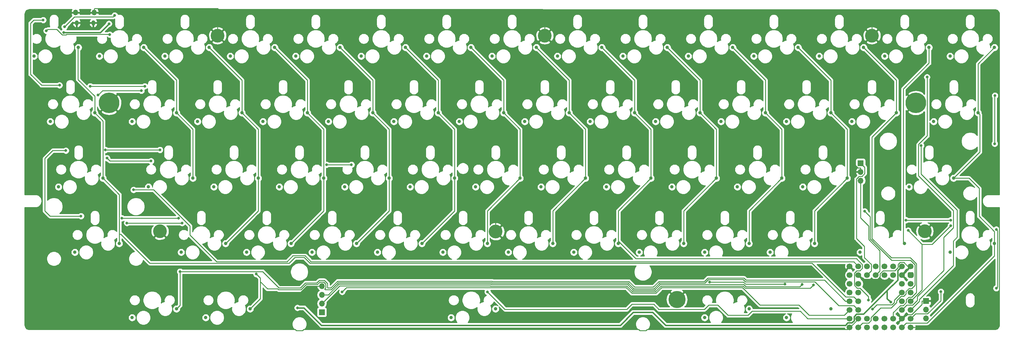
<source format=gbr>
%TF.GenerationSoftware,KiCad,Pcbnew,(5.1.9)-1*%
%TF.CreationDate,2021-10-24T15:32:31+09:00*%
%TF.ProjectId,main2,6d61696e-322e-46b6-9963-61645f706362,2*%
%TF.SameCoordinates,Original*%
%TF.FileFunction,Copper,L1,Top*%
%TF.FilePolarity,Positive*%
%FSLAX46Y46*%
G04 Gerber Fmt 4.6, Leading zero omitted, Abs format (unit mm)*
G04 Created by KiCad (PCBNEW (5.1.9)-1) date 2021-10-24 15:32:31*
%MOMM*%
%LPD*%
G01*
G04 APERTURE LIST*
%TA.AperFunction,ComponentPad*%
%ADD10C,1.000000*%
%TD*%
%TA.AperFunction,ComponentPad*%
%ADD11O,1.700000X1.700000*%
%TD*%
%TA.AperFunction,ComponentPad*%
%ADD12R,1.700000X1.700000*%
%TD*%
%TA.AperFunction,ComponentPad*%
%ADD13C,1.700000*%
%TD*%
%TA.AperFunction,ComponentPad*%
%ADD14C,4.000000*%
%TD*%
%TA.AperFunction,ComponentPad*%
%ADD15C,5.000000*%
%TD*%
%TA.AperFunction,ComponentPad*%
%ADD16C,6.000000*%
%TD*%
%TA.AperFunction,ComponentPad*%
%ADD17O,1.100000X1.500000*%
%TD*%
%TA.AperFunction,ComponentPad*%
%ADD18O,1.350000X1.700000*%
%TD*%
%TA.AperFunction,ViaPad*%
%ADD19C,0.800000*%
%TD*%
%TA.AperFunction,Conductor*%
%ADD20C,0.250000*%
%TD*%
%TA.AperFunction,Conductor*%
%ADD21C,0.400000*%
%TD*%
%TA.AperFunction,Conductor*%
%ADD22C,0.254000*%
%TD*%
%TA.AperFunction,Conductor*%
%ADD23C,0.100000*%
%TD*%
G04 APERTURE END LIST*
D10*
%TO.P,KSW28,2*%
%TO.N,Net-(D28-Pad2)*%
X311433000Y-133340000D03*
%TO.P,KSW28,1*%
%TO.N,/COL13*%
X324360000Y-130800000D03*
%TD*%
%TO.P,KSW59,2*%
%TO.N,Net-(D59-Pad2)*%
X268570000Y-190490000D03*
%TO.P,KSW59,1*%
%TO.N,/COL11*%
X281497000Y-187950000D03*
%TD*%
D11*
%TO.P,J4,3*%
%TO.N,/GPIO1*%
X333017000Y-190678000D03*
%TO.P,J4,2*%
%TO.N,/GPIO0*%
X333017000Y-188138000D03*
D12*
%TO.P,J4,1*%
%TO.N,/GND*%
X333017000Y-185598000D03*
%TD*%
D11*
%TO.P,J2,4*%
%TO.N,/GND*%
X157122000Y-181280000D03*
%TO.P,J2,3*%
%TO.N,/USB_D+*%
X157122000Y-183820000D03*
%TO.P,J2,2*%
%TO.N,/USB_D-*%
X157122000Y-186360000D03*
D12*
%TO.P,J2,1*%
%TO.N,/VBUS*%
X157122000Y-188900000D03*
%TD*%
D13*
%TO.P,U1,48*%
%TO.N,/GND*%
X328565000Y-175520000D03*
%TO.P,U1,47*%
X326025000Y-178060000D03*
%TO.P,U1,46*%
%TO.N,/VCC*%
X326025000Y-175520000D03*
%TO.P,U1,45*%
%TO.N,/3V3*%
X323485000Y-178060000D03*
%TO.P,U1,44*%
%TO.N,Net-(U1-Pad44)*%
X323485000Y-175520000D03*
%TO.P,U1,43*%
%TO.N,Net-(U1-Pad43)*%
X320945000Y-178060000D03*
%TO.P,U1,42*%
%TO.N,Net-(U1-Pad42)*%
X320945000Y-175520000D03*
%TO.P,U1,41*%
%TO.N,/SWCLK*%
X318405000Y-178060000D03*
%TO.P,U1,40*%
%TO.N,/USB_D+*%
X318405000Y-175520000D03*
%TO.P,U1,39*%
%TO.N,/SWDIO*%
X315865000Y-178060000D03*
%TO.P,U1,38*%
%TO.N,/USB_D-*%
X315865000Y-175520000D03*
%TO.P,U1,37*%
%TO.N,/BOOTSEL*%
X313325000Y-175520000D03*
%TO.P,U1,36*%
%TO.N,/GND*%
X310785000Y-175520000D03*
%TO.P,U1,35*%
X313325000Y-178060000D03*
%TO.P,U1,34*%
%TO.N,Net-(U1-Pad34)*%
X310785000Y-178060000D03*
%TO.P,U1,33*%
%TO.N,Net-(U1-Pad33)*%
X313325000Y-180600000D03*
%TO.P,U1,32*%
%TO.N,Net-(U1-Pad32)*%
X310785000Y-180600000D03*
%TO.P,U1,31*%
%TO.N,Net-(U1-Pad31)*%
X313325000Y-183140000D03*
%TO.P,U1,30*%
%TO.N,Net-(U1-Pad30)*%
X310785000Y-183140000D03*
%TO.P,U1,29*%
%TO.N,/COL1*%
X313325000Y-185680000D03*
%TO.P,U1,28*%
%TO.N,/COL2*%
X310785000Y-185680000D03*
%TO.P,U1,27*%
%TO.N,/COL3*%
X313325000Y-188220000D03*
%TO.P,U1,26*%
%TO.N,/COL4*%
X310785000Y-188220000D03*
%TO.P,U1,25*%
%TO.N,/COL5*%
X310785000Y-190760000D03*
%TO.P,U1,24*%
%TO.N,/GND*%
X310785000Y-193300000D03*
%TO.P,U1,23*%
X313325000Y-190760000D03*
%TO.P,U1,22*%
%TO.N,/COL6*%
X313325000Y-193300000D03*
%TO.P,U1,21*%
%TO.N,/COL7*%
X315865000Y-190760000D03*
%TO.P,U1,20*%
%TO.N,/COL8*%
X315865000Y-193300000D03*
%TO.P,U1,19*%
%TO.N,/COL9*%
X318405000Y-190760000D03*
%TO.P,U1,18*%
%TO.N,/COL10*%
X318405000Y-193300000D03*
%TO.P,U1,17*%
%TO.N,/COL11*%
X320945000Y-190760000D03*
%TO.P,U1,16*%
%TO.N,/COL12*%
X320945000Y-193300000D03*
%TO.P,U1,15*%
%TO.N,/COL13*%
X323485000Y-190760000D03*
%TO.P,U1,14*%
%TO.N,/COL14*%
X323485000Y-193300000D03*
%TO.P,U1,13*%
%TO.N,/COL15*%
X326025000Y-193300000D03*
%TO.P,U1,12*%
%TO.N,/GND*%
X328565000Y-193300000D03*
%TO.P,U1,11*%
X326025000Y-190760000D03*
%TO.P,U1,10*%
%TO.N,/LED_D_3V3*%
X328565000Y-190760000D03*
%TO.P,U1,9*%
%TO.N,/ROW1*%
X326025000Y-188220000D03*
%TO.P,U1,8*%
%TO.N,/ROW2*%
X328565000Y-188220000D03*
%TO.P,U1,7*%
%TO.N,/ROW3*%
X326025000Y-185680000D03*
%TO.P,U1,6*%
%TO.N,/ROW4*%
X328565000Y-185680000D03*
%TO.P,U1,5*%
%TO.N,/ROW5*%
X326025000Y-183140000D03*
%TO.P,U1,4*%
%TO.N,/GPIO3*%
X328565000Y-183140000D03*
%TO.P,U1,3*%
%TO.N,/GPIO2*%
X326025000Y-180600000D03*
%TO.P,U1,2*%
%TO.N,/GPIO1*%
X328565000Y-180600000D03*
%TO.P,U1,1*%
%TO.N,/GPIO0*%
%TA.AperFunction,ComponentPad*%
G36*
G01*
X329415000Y-177635000D02*
X329415000Y-178485000D01*
G75*
G02*
X328990000Y-178910000I-425000J0D01*
G01*
X328140000Y-178910000D01*
G75*
G02*
X327715000Y-178485000I0J425000D01*
G01*
X327715000Y-177635000D01*
G75*
G02*
X328140000Y-177210000I425000J0D01*
G01*
X328990000Y-177210000D01*
G75*
G02*
X329415000Y-177635000I0J-425000D01*
G01*
G37*
%TD.AperFunction*%
%TD*%
D14*
%TO.P,HOLE12,*%
%TO.N,/GND*%
X332650000Y-165300000D03*
%TD*%
%TO.P,HOLE10,*%
%TO.N,/GND*%
X110000000Y-165300000D03*
%TD*%
%TO.P,HOLE11,*%
%TO.N,/GND*%
X207738000Y-165400000D03*
%TD*%
%TO.P,HOLE9,*%
%TO.N,/GND*%
X317275000Y-108300000D03*
%TD*%
%TO.P,HOLE8,*%
%TO.N,/GND*%
X222025000Y-108310000D03*
%TD*%
%TO.P,HOLE7,*%
%TO.N,/GND*%
X126775000Y-108300000D03*
%TD*%
D15*
%TO.P,HOLE4,*%
%TO.N,/GND*%
X260500000Y-185200000D03*
%TD*%
D16*
%TO.P,HOLE2,*%
%TO.N,/GND*%
X330050000Y-127910000D03*
%TD*%
%TO.P,HOLE1,*%
%TO.N,/GND*%
X95200000Y-127900000D03*
%TD*%
D10*
%TO.P,KSW60,2*%
%TO.N,Net-(D60-Pad2)*%
X292383000Y-190490000D03*
%TO.P,KSW60,1*%
%TO.N,/COL12*%
X305310000Y-187950000D03*
%TD*%
%TO.P,KSW58,2*%
%TO.N,Net-(D58-Pad2)*%
X194752000Y-190490000D03*
%TO.P,KSW58,1*%
%TO.N,/COL7*%
X207679000Y-187950000D03*
%TD*%
%TO.P,KSW57,2*%
%TO.N,Net-(D57-Pad2)*%
X123314000Y-190490000D03*
%TO.P,KSW57,1*%
%TO.N,/COL3*%
X136241000Y-187950000D03*
%TD*%
%TO.P,KSW56,2*%
%TO.N,Net-(D56-Pad2)*%
X101883000Y-190490000D03*
%TO.P,KSW56,1*%
%TO.N,/COL2*%
X114810000Y-187950000D03*
%TD*%
%TO.P,KSW55,2*%
%TO.N,Net-(D55-Pad2)*%
X340008000Y-171440000D03*
%TO.P,KSW55,1*%
%TO.N,/COL15*%
X352935000Y-168900000D03*
%TD*%
%TO.P,KSW54,2*%
%TO.N,Net-(D54-Pad2)*%
X313814000Y-171440000D03*
%TO.P,KSW54,1*%
%TO.N,/COL14*%
X326741000Y-168900000D03*
%TD*%
%TO.P,KSW53,2*%
%TO.N,Net-(D53-Pad2)*%
X287620000Y-171440000D03*
%TO.P,KSW53,1*%
%TO.N,/COL12*%
X300547000Y-168900000D03*
%TD*%
%TO.P,KSW52,2*%
%TO.N,Net-(D52-Pad2)*%
X268570000Y-171440000D03*
%TO.P,KSW52,1*%
%TO.N,/COL11*%
X281497000Y-168900000D03*
%TD*%
%TO.P,KSW51,2*%
%TO.N,Net-(D51-Pad2)*%
X249520000Y-171440000D03*
%TO.P,KSW51,1*%
%TO.N,/COL10*%
X262447000Y-168900000D03*
%TD*%
%TO.P,KSW50,2*%
%TO.N,Net-(D50-Pad2)*%
X230470000Y-171440000D03*
%TO.P,KSW50,1*%
%TO.N,/COL9*%
X243397000Y-168900000D03*
%TD*%
%TO.P,KSW49,2*%
%TO.N,Net-(D49-Pad2)*%
X211420000Y-171440000D03*
%TO.P,KSW49,1*%
%TO.N,/COL8*%
X224347000Y-168900000D03*
%TD*%
%TO.P,KSW48,2*%
%TO.N,Net-(D48-Pad2)*%
X192370000Y-171440000D03*
%TO.P,KSW48,1*%
%TO.N,/COL7*%
X205297000Y-168900000D03*
%TD*%
%TO.P,KSW47,2*%
%TO.N,Net-(D47-Pad2)*%
X173320000Y-171440000D03*
%TO.P,KSW47,1*%
%TO.N,/COL6*%
X186247000Y-168900000D03*
%TD*%
%TO.P,KSW46,2*%
%TO.N,Net-(D46-Pad2)*%
X154270000Y-171440000D03*
%TO.P,KSW46,1*%
%TO.N,/COL5*%
X167197000Y-168900000D03*
%TD*%
%TO.P,KSW45,2*%
%TO.N,Net-(D45-Pad2)*%
X135220000Y-171440000D03*
%TO.P,KSW45,1*%
%TO.N,/COL4*%
X148147000Y-168900000D03*
%TD*%
%TO.P,KSW44,2*%
%TO.N,Net-(D44-Pad2)*%
X116170000Y-171440000D03*
%TO.P,KSW44,1*%
%TO.N,/COL3*%
X129097000Y-168900000D03*
%TD*%
%TO.P,KSW43,2*%
%TO.N,Net-(D43-Pad2)*%
X85214200Y-171440000D03*
%TO.P,KSW43,1*%
%TO.N,/COL1*%
X98141200Y-168900000D03*
%TD*%
%TO.P,KSW42,2*%
%TO.N,Net-(D42-Pad2)*%
X328102000Y-152390000D03*
%TO.P,KSW42,1*%
%TO.N,/COL15*%
X341029000Y-149850000D03*
%TD*%
%TO.P,KSW41,2*%
%TO.N,Net-(D41-Pad2)*%
X297146000Y-152390000D03*
%TO.P,KSW41,1*%
%TO.N,/COL12*%
X310073000Y-149850000D03*
%TD*%
%TO.P,KSW40,2*%
%TO.N,Net-(D40-Pad2)*%
X278096000Y-152390000D03*
%TO.P,KSW40,1*%
%TO.N,/COL11*%
X291023000Y-149850000D03*
%TD*%
%TO.P,KSW39,2*%
%TO.N,Net-(D39-Pad2)*%
X259046000Y-152390000D03*
%TO.P,KSW39,1*%
%TO.N,/COL10*%
X271973000Y-149850000D03*
%TD*%
%TO.P,KSW38,2*%
%TO.N,Net-(D38-Pad2)*%
X239996000Y-152390000D03*
%TO.P,KSW38,1*%
%TO.N,/COL9*%
X252923000Y-149850000D03*
%TD*%
%TO.P,KSW37,2*%
%TO.N,Net-(D37-Pad2)*%
X220946000Y-152390000D03*
%TO.P,KSW37,1*%
%TO.N,/COL8*%
X233873000Y-149850000D03*
%TD*%
%TO.P,KSW36,2*%
%TO.N,Net-(D36-Pad2)*%
X201896000Y-152390000D03*
%TO.P,KSW36,1*%
%TO.N,/COL7*%
X214823000Y-149850000D03*
%TD*%
%TO.P,KSW35,2*%
%TO.N,Net-(D35-Pad2)*%
X182846000Y-152390000D03*
%TO.P,KSW35,1*%
%TO.N,/COL6*%
X195773000Y-149850000D03*
%TD*%
%TO.P,KSW34,2*%
%TO.N,Net-(D34-Pad2)*%
X163796000Y-152390000D03*
%TO.P,KSW34,1*%
%TO.N,/COL5*%
X176723000Y-149850000D03*
%TD*%
%TO.P,KSW33,2*%
%TO.N,Net-(D33-Pad2)*%
X144746000Y-152390000D03*
%TO.P,KSW33,1*%
%TO.N,/COL4*%
X157673000Y-149850000D03*
%TD*%
%TO.P,KSW32,2*%
%TO.N,Net-(D32-Pad2)*%
X125696000Y-152390000D03*
%TO.P,KSW32,1*%
%TO.N,/COL3*%
X138623000Y-149850000D03*
%TD*%
%TO.P,KSW31,2*%
%TO.N,Net-(D31-Pad2)*%
X106646000Y-152390000D03*
%TO.P,KSW31,1*%
%TO.N,/COL2*%
X119573000Y-149850000D03*
%TD*%
%TO.P,KSW30,2*%
%TO.N,Net-(D30-Pad2)*%
X80451800Y-152390000D03*
%TO.P,KSW30,1*%
%TO.N,/COL1*%
X93378800Y-149850000D03*
%TD*%
%TO.P,KSW29,2*%
%TO.N,Net-(D29-Pad2)*%
X335246000Y-133340000D03*
%TO.P,KSW29,1*%
%TO.N,/COL15*%
X348173000Y-130800000D03*
%TD*%
%TO.P,KSW27,2*%
%TO.N,Net-(D27-Pad2)*%
X292383000Y-133340000D03*
%TO.P,KSW27,1*%
%TO.N,/COL12*%
X305310000Y-130800000D03*
%TD*%
%TO.P,KSW26,2*%
%TO.N,Net-(D26-Pad2)*%
X273333000Y-133340000D03*
%TO.P,KSW26,1*%
%TO.N,/COL11*%
X286260000Y-130800000D03*
%TD*%
%TO.P,KSW25,2*%
%TO.N,Net-(D25-Pad2)*%
X254283000Y-133340000D03*
%TO.P,KSW25,1*%
%TO.N,/COL10*%
X267210000Y-130800000D03*
%TD*%
%TO.P,KSW24,2*%
%TO.N,Net-(D24-Pad2)*%
X235233000Y-133340000D03*
%TO.P,KSW24,1*%
%TO.N,/COL9*%
X248160000Y-130800000D03*
%TD*%
%TO.P,KSW23,2*%
%TO.N,Net-(D23-Pad2)*%
X216183000Y-133340000D03*
%TO.P,KSW23,1*%
%TO.N,/COL8*%
X229110000Y-130800000D03*
%TD*%
%TO.P,KSW22,2*%
%TO.N,Net-(D22-Pad2)*%
X197133000Y-133340000D03*
%TO.P,KSW22,1*%
%TO.N,/COL7*%
X210060000Y-130800000D03*
%TD*%
%TO.P,KSW21,2*%
%TO.N,Net-(D21-Pad2)*%
X178083000Y-133340000D03*
%TO.P,KSW21,1*%
%TO.N,/COL6*%
X191010000Y-130800000D03*
%TD*%
%TO.P,KSW20,2*%
%TO.N,Net-(D20-Pad2)*%
X159033000Y-133340000D03*
%TO.P,KSW20,1*%
%TO.N,/COL5*%
X171960000Y-130800000D03*
%TD*%
%TO.P,KSW19,2*%
%TO.N,Net-(D19-Pad2)*%
X139983000Y-133340000D03*
%TO.P,KSW19,1*%
%TO.N,/COL4*%
X152910000Y-130800000D03*
%TD*%
%TO.P,KSW18,2*%
%TO.N,Net-(D18-Pad2)*%
X120933000Y-133340000D03*
%TO.P,KSW18,1*%
%TO.N,/COL3*%
X133860000Y-130800000D03*
%TD*%
%TO.P,KSW17,2*%
%TO.N,Net-(D17-Pad2)*%
X101883000Y-133340000D03*
%TO.P,KSW17,1*%
%TO.N,/COL2*%
X114810000Y-130800000D03*
%TD*%
%TO.P,KSW16,2*%
%TO.N,Net-(D16-Pad2)*%
X78070500Y-133340000D03*
%TO.P,KSW16,1*%
%TO.N,/COL1*%
X90997500Y-130800000D03*
%TD*%
%TO.P,KSW15,2*%
%TO.N,Net-(D15-Pad2)*%
X340008000Y-114290000D03*
%TO.P,KSW15,1*%
%TO.N,/COL15*%
X352935000Y-111750000D03*
%TD*%
%TO.P,KSW14,2*%
%TO.N,Net-(D14-Pad2)*%
X320958000Y-114290000D03*
%TO.P,KSW14,1*%
%TO.N,/COL14*%
X333885000Y-111750000D03*
%TD*%
%TO.P,KSW13,2*%
%TO.N,Net-(D13-Pad2)*%
X301908000Y-114290000D03*
%TO.P,KSW13,1*%
%TO.N,/COL13*%
X314835000Y-111750000D03*
%TD*%
%TO.P,KSW12,2*%
%TO.N,Net-(D12-Pad2)*%
X282858000Y-114290000D03*
%TO.P,KSW12,1*%
%TO.N,/COL12*%
X295785000Y-111750000D03*
%TD*%
%TO.P,KSW11,2*%
%TO.N,Net-(D11-Pad2)*%
X263808000Y-114290000D03*
%TO.P,KSW11,1*%
%TO.N,/COL11*%
X276735000Y-111750000D03*
%TD*%
%TO.P,KSW10,2*%
%TO.N,Net-(D10-Pad2)*%
X244758000Y-114290000D03*
%TO.P,KSW10,1*%
%TO.N,/COL10*%
X257685000Y-111750000D03*
%TD*%
%TO.P,KSW9,2*%
%TO.N,Net-(D9-Pad2)*%
X225708000Y-114290000D03*
%TO.P,KSW9,1*%
%TO.N,/COL9*%
X238635000Y-111750000D03*
%TD*%
%TO.P,KSW8,2*%
%TO.N,Net-(D8-Pad2)*%
X206658000Y-114290000D03*
%TO.P,KSW8,1*%
%TO.N,/COL8*%
X219585000Y-111750000D03*
%TD*%
%TO.P,KSW7,2*%
%TO.N,Net-(D7-Pad2)*%
X187608000Y-114290000D03*
%TO.P,KSW7,1*%
%TO.N,/COL7*%
X200535000Y-111750000D03*
%TD*%
%TO.P,KSW6,2*%
%TO.N,Net-(D6-Pad2)*%
X168558000Y-114290000D03*
%TO.P,KSW6,1*%
%TO.N,/COL6*%
X181485000Y-111750000D03*
%TD*%
%TO.P,KSW5,2*%
%TO.N,Net-(D5-Pad2)*%
X149508000Y-114290000D03*
%TO.P,KSW5,1*%
%TO.N,/COL5*%
X162435000Y-111750000D03*
%TD*%
%TO.P,KSW4,2*%
%TO.N,Net-(D4-Pad2)*%
X130458000Y-114290000D03*
%TO.P,KSW4,1*%
%TO.N,/COL4*%
X143385000Y-111750000D03*
%TD*%
%TO.P,KSW3,2*%
%TO.N,Net-(D3-Pad2)*%
X111408000Y-114290000D03*
%TO.P,KSW3,1*%
%TO.N,/COL3*%
X124335000Y-111750000D03*
%TD*%
%TO.P,KSW2,2*%
%TO.N,Net-(D2-Pad2)*%
X92358000Y-114290000D03*
%TO.P,KSW2,1*%
%TO.N,/COL2*%
X105285000Y-111750000D03*
%TD*%
%TO.P,KSW1,2*%
%TO.N,Net-(D1-Pad2)*%
X73308000Y-114290000D03*
%TO.P,KSW1,1*%
%TO.N,/COL1*%
X86235000Y-111750000D03*
%TD*%
D12*
%TO.P,J3,1*%
%TO.N,/SWDIO*%
X313967000Y-145466000D03*
D11*
%TO.P,J3,2*%
%TO.N,/GND*%
X313967000Y-148006000D03*
%TO.P,J3,3*%
%TO.N,/SWCLK*%
X313967000Y-150546000D03*
%TD*%
D17*
%TO.P,J1,6*%
%TO.N,/GND*%
X85755000Y-104585000D03*
X90595000Y-104585000D03*
D18*
X85445000Y-101585000D03*
X90905000Y-101585000D03*
%TD*%
D19*
%TO.N,/ROW1*%
X76925000Y-106885400D03*
X333319800Y-120387700D03*
X95382392Y-107996506D03*
%TO.N,/ROW2*%
X104587700Y-124330500D03*
X92004000Y-125629600D03*
X331562300Y-140321400D03*
%TO.N,/ROW3*%
X165739600Y-145914500D03*
X158473200Y-145914500D03*
X107388000Y-144856700D03*
X94583600Y-144001800D03*
%TO.N,/ROW4*%
X340186600Y-163721600D03*
X327809700Y-165081200D03*
X116458900Y-162912800D03*
X100379200Y-162912800D03*
%TO.N,/ROW5*%
X317454200Y-187976500D03*
X291938400Y-180748700D03*
X270017700Y-180111968D03*
%TO.N,/GND*%
X311723500Y-141742800D03*
X81618200Y-124112600D03*
X207238400Y-162095800D03*
X81176000Y-102794000D03*
X226822000Y-184658000D03*
X179324000Y-156718000D03*
X141097000Y-156718000D03*
X328803000Y-156972000D03*
X188849000Y-171577000D03*
X288544000Y-175895000D03*
X274447000Y-176784000D03*
%TO.N,/USB_D+*%
X296986500Y-180764500D03*
%TO.N,/USB_D-*%
X300228000Y-180975000D03*
%TO.N,/COL2*%
X115843800Y-177061400D03*
%TO.N,/COL3*%
X138049000Y-177800000D03*
%TO.N,/COL4*%
X163027200Y-182970010D03*
%TO.N,/COL5*%
X205359000Y-182970010D03*
%TO.N,/COL6*%
X315182200Y-159501600D03*
%TO.N,/COL9*%
X316279600Y-185344100D03*
%TO.N,Net-(LED1-Pad1)*%
X353464000Y-181915000D03*
X353464000Y-164770000D03*
%TO.N,Net-(LED2-Pad1)*%
X327170900Y-162059800D03*
X340226700Y-162059800D03*
%TO.N,Net-(LED13-Pad1)*%
X98892800Y-161512200D03*
X115385500Y-161512200D03*
%TO.N,Net-(LED14-Pad1)*%
X82600000Y-141800000D03*
X87000000Y-160900000D03*
%TO.N,Net-(LED15-Pad1)*%
X109978100Y-141591500D03*
X94110000Y-141591500D03*
%TO.N,Net-(LED27-Pad1)*%
X353083000Y-125781000D03*
X353002000Y-139798000D03*
%TO.N,Net-(LED40-Pad1)*%
X89682900Y-123040500D03*
X105559200Y-123040500D03*
%TO.N,Net-(LED41-Pad1)*%
X76000000Y-103750000D03*
X80750000Y-122750000D03*
%TO.N,Net-(LED42-Pad1)*%
X82192000Y-105715000D03*
X96797000Y-102413000D03*
%TO.N,/LED_D_3V3*%
X337315400Y-182929800D03*
%TO.N,/BOOTSEL*%
X102305800Y-153229700D03*
%TO.N,/VCC*%
X322770600Y-186006300D03*
X150010000Y-187630000D03*
X81938000Y-107366000D03*
X95146000Y-104826000D03*
%TD*%
D20*
%TO.N,/ROW1*%
X326025000Y-188220000D02*
X327389600Y-186855400D01*
X327389600Y-186855400D02*
X329116000Y-186855400D01*
X329116000Y-186855400D02*
X330500000Y-185471400D01*
X330500000Y-185471400D02*
X330500000Y-184382000D01*
X330500000Y-184382000D02*
X338167800Y-176714200D01*
X338167800Y-176714200D02*
X338167800Y-167123700D01*
X338167800Y-167123700D02*
X340971000Y-164320500D01*
X340971000Y-164320500D02*
X340971000Y-159300100D01*
X340971000Y-159300100D02*
X330837000Y-149166100D01*
X330837000Y-149166100D02*
X330837000Y-140021000D01*
X330837000Y-140021000D02*
X333388600Y-137469400D01*
X333388600Y-137469400D02*
X333388600Y-120456500D01*
X333388600Y-120456500D02*
X333319800Y-120387700D01*
X95320486Y-107934600D02*
X95382392Y-107996506D01*
X82823200Y-107934600D02*
X95320486Y-107934600D01*
X81525400Y-108091400D02*
X82666400Y-108091400D01*
X76925000Y-106885400D02*
X77324999Y-106485401D01*
X77324999Y-106485401D02*
X79919401Y-106485401D01*
X82666400Y-108091400D02*
X82823200Y-107934600D01*
X79919401Y-106485401D02*
X81525400Y-108091400D01*
%TO.N,/ROW2*%
X92004000Y-125629600D02*
X93303100Y-124330500D01*
X93303100Y-124330500D02*
X104587700Y-124330500D01*
X331562300Y-140321400D02*
X331562300Y-148617700D01*
X331562300Y-148617700D02*
X342097300Y-159152700D01*
X342097300Y-159152700D02*
X342097300Y-167022700D01*
X342097300Y-167022700D02*
X340952000Y-168168000D01*
X340952000Y-168168000D02*
X340952000Y-175337700D01*
X340952000Y-175337700D02*
X331054700Y-185235000D01*
X331054700Y-185235000D02*
X331054700Y-185730300D01*
X331054700Y-185730300D02*
X328565000Y-188220000D01*
%TO.N,/ROW3*%
X158473200Y-145914500D02*
X165739600Y-145914500D01*
X94583600Y-144001800D02*
X95438500Y-144856700D01*
X95438500Y-144856700D02*
X107388000Y-144856700D01*
%TO.N,/ROW4*%
X331826600Y-169098100D02*
X334810100Y-169098100D01*
X334810100Y-169098100D02*
X340186600Y-163721600D01*
X331826600Y-169098100D02*
X331826600Y-182418400D01*
X331826600Y-182418400D02*
X328565000Y-185680000D01*
X327809700Y-165081200D02*
X331826600Y-169098100D01*
X100379200Y-162912800D02*
X116458900Y-162912800D01*
%TO.N,/ROW5*%
X326025000Y-183140000D02*
X323802500Y-185362500D01*
X323802500Y-185362500D02*
X323802500Y-186041600D01*
X323802500Y-186041600D02*
X323112400Y-186731700D01*
X323112400Y-186731700D02*
X318699000Y-186731700D01*
X318699000Y-186731700D02*
X317454200Y-187976500D01*
X279874700Y-180111968D02*
X270017700Y-180111968D01*
X291938400Y-180748700D02*
X280511432Y-180748700D01*
X280511432Y-180748700D02*
X279874700Y-180111968D01*
%TO.N,/GND*%
X313967000Y-146830700D02*
X313159000Y-146830700D01*
X313159000Y-146830700D02*
X311723500Y-145395200D01*
X311723500Y-145395200D02*
X311723500Y-141742800D01*
X313967000Y-148006000D02*
X313967000Y-146830700D01*
X207238400Y-162095800D02*
X207738000Y-162595400D01*
X207738000Y-162595400D02*
X207738000Y-165400000D01*
X333017000Y-185598000D02*
X331841700Y-185598000D01*
X326025000Y-190760000D02*
X327200400Y-189584600D01*
X327200400Y-189584600D02*
X328883500Y-189584600D01*
X328883500Y-189584600D02*
X331841700Y-186626400D01*
X331841700Y-186626400D02*
X331841700Y-185598000D01*
X313325000Y-178060000D02*
X314524000Y-179259000D01*
X314524000Y-179259000D02*
X318956800Y-179259000D01*
X318956800Y-179259000D02*
X319675000Y-178540800D01*
X319675000Y-178540800D02*
X319675000Y-177647300D01*
X319675000Y-177647300D02*
X320532300Y-176790000D01*
X320532300Y-176790000D02*
X323944700Y-176790000D01*
X323944700Y-176790000D02*
X324849600Y-175885100D01*
X324849600Y-175885100D02*
X324849600Y-174971200D01*
X324849600Y-174971200D02*
X325476200Y-174344600D01*
X325476200Y-174344600D02*
X326544800Y-174344600D01*
X326544800Y-174344600D02*
X328142600Y-175942400D01*
X328142600Y-175942400D02*
X326025000Y-178060000D01*
X328565000Y-175520000D02*
X328142600Y-175942400D01*
X90905000Y-101585000D02*
X90905000Y-100485000D01*
X90905000Y-100485000D02*
X91039300Y-100351000D01*
X91039300Y-100351000D02*
X94500000Y-100351000D01*
X126775000Y-100352100D02*
X126775000Y-108300000D01*
X313325000Y-190760000D02*
X313325000Y-190910000D01*
X313325000Y-190910000D02*
X310935000Y-193300000D01*
X310935000Y-193300000D02*
X310785000Y-193300000D01*
X81176000Y-102794000D02*
X82385000Y-101585000D01*
X94500000Y-100351000D02*
X126775000Y-100352100D01*
X85445000Y-100945000D02*
X85445000Y-101585000D01*
X81618200Y-124112600D02*
X70739000Y-124112600D01*
X70739000Y-124112600D02*
X70739000Y-102616000D01*
X71770000Y-101585000D02*
X82535000Y-101585000D01*
X70739000Y-102616000D02*
X71770000Y-101585000D01*
X82535000Y-101585000D02*
X85445000Y-101585000D01*
X82385000Y-101585000D02*
X82535000Y-101585000D01*
X126775000Y-100352100D02*
X127133900Y-100711000D01*
X222025000Y-100740000D02*
X221996000Y-100711000D01*
X222025000Y-108310000D02*
X222025000Y-100740000D01*
X127133900Y-100711000D02*
X221996000Y-100711000D01*
X317275000Y-100740000D02*
X317246000Y-100711000D01*
X317275000Y-108300000D02*
X317275000Y-100740000D01*
X221996000Y-100711000D02*
X317246000Y-100711000D01*
X317246000Y-100711000D02*
X352996000Y-100711000D01*
X352996000Y-101663000D02*
X354076000Y-102743000D01*
X354076000Y-102743000D02*
X354076000Y-154305000D01*
X354076000Y-154305000D02*
X350647000Y-154305000D01*
X349377000Y-155575000D02*
X349377000Y-157480000D01*
X352996000Y-100711000D02*
X352996000Y-101663000D01*
X350647000Y-154305000D02*
X349377000Y-155575000D01*
X349377000Y-157480000D02*
X350520000Y-158623000D01*
X350520000Y-158623000D02*
X354330000Y-158623000D01*
X354330000Y-192606000D02*
X353875000Y-192606000D01*
X354330000Y-158623000D02*
X354330000Y-192606000D01*
X353875000Y-192606000D02*
X352552000Y-193929000D01*
X331857000Y-193300000D02*
X332486000Y-193929000D01*
X328565000Y-193300000D02*
X331857000Y-193300000D01*
X352552000Y-193929000D02*
X332486000Y-193929000D01*
X140088000Y-193929000D02*
X152737000Y-181280000D01*
X149391478Y-193929000D02*
X140088000Y-193929000D01*
X151481521Y-194244001D02*
X149706479Y-194244001D01*
X152737000Y-181280000D02*
X157122000Y-181280000D01*
X151796522Y-193929000D02*
X151481521Y-194244001D01*
X249391478Y-193929000D02*
X151796522Y-193929000D01*
X249706479Y-194244001D02*
X249391478Y-193929000D01*
X251481521Y-194244001D02*
X249706479Y-194244001D01*
X251796522Y-193929000D02*
X251481521Y-194244001D01*
X310156000Y-193929000D02*
X251796522Y-193929000D01*
X149706479Y-194244001D02*
X149391478Y-193929000D01*
X310785000Y-193300000D02*
X310156000Y-193929000D01*
%TO.N,/USB_D+*%
X246117802Y-180836982D02*
X247768800Y-182487980D01*
X206423806Y-180836981D02*
X246117802Y-180836982D01*
X159025590Y-183820000D02*
X162098613Y-180746977D01*
X206333803Y-180746978D02*
X206423806Y-180836981D01*
X247768800Y-182487980D02*
X254008200Y-182487980D01*
X254008200Y-182487980D02*
X255659201Y-180836981D01*
X255659201Y-180836981D02*
X279963302Y-180836982D01*
X279963302Y-180836982D02*
X280600420Y-181474100D01*
X280600420Y-181474100D02*
X296276900Y-181474100D01*
X296276900Y-181474100D02*
X296986500Y-180764500D01*
X157122000Y-183820000D02*
X159025590Y-183820000D01*
X162098613Y-180746977D02*
X206333803Y-180746978D01*
%TO.N,/USB_D-*%
X299278600Y-181924400D02*
X300228000Y-180975000D01*
X279776901Y-181286991D02*
X280414310Y-181924400D01*
X280414310Y-181924400D02*
X299278600Y-181924400D01*
X255845600Y-181286990D02*
X279776901Y-181286991D01*
X247582400Y-182937990D02*
X254194600Y-182937990D01*
X206147402Y-181196987D02*
X206237405Y-181286990D01*
X162285013Y-181196987D02*
X206147402Y-181196987D01*
X254194600Y-182937990D02*
X255845600Y-181286990D01*
X157122000Y-186360000D02*
X162285013Y-181196987D01*
X245931401Y-181286991D02*
X247582400Y-182937990D01*
X206237405Y-181286990D02*
X245931401Y-181286991D01*
%TO.N,/SWCLK*%
X313967000Y-150546000D02*
X313967000Y-161433700D01*
X313967000Y-161433700D02*
X316322500Y-163789200D01*
X316322500Y-163789200D02*
X316322500Y-167711300D01*
X316322500Y-167711300D02*
X319582100Y-170970900D01*
X319582100Y-170970900D02*
X319582100Y-176882900D01*
X319582100Y-176882900D02*
X318405000Y-178060000D01*
%TO.N,/SWDIO*%
X313967000Y-145466000D02*
X315155600Y-146654600D01*
X315155600Y-146654600D02*
X315155600Y-148498100D01*
X315155600Y-148498100D02*
X314377700Y-149276000D01*
X314377700Y-149276000D02*
X313573000Y-149276000D01*
X313573000Y-149276000D02*
X312742800Y-150106200D01*
X312742800Y-150106200D02*
X312742800Y-167404100D01*
X312742800Y-167404100D02*
X315070800Y-169732100D01*
X315070800Y-169732100D02*
X315070800Y-172986900D01*
X315070800Y-172986900D02*
X317078800Y-174994900D01*
X317078800Y-174994900D02*
X317078800Y-176846200D01*
X317078800Y-176846200D02*
X315865000Y-178060000D01*
%TO.N,/COL1*%
X98141200Y-166156400D02*
X98141200Y-168900000D01*
X93378800Y-149850000D02*
X98141200Y-154612000D01*
X98141200Y-154612000D02*
X98141200Y-166156400D01*
X90997500Y-130800000D02*
X90997500Y-125950000D01*
X90997500Y-125950000D02*
X86129000Y-121082000D01*
X86129000Y-121082000D02*
X86129000Y-111856000D01*
X86129000Y-111856000D02*
X86235000Y-111750000D01*
X90997500Y-130800000D02*
X93378800Y-133181000D01*
X93378800Y-133181000D02*
X93378800Y-149850000D01*
X312055000Y-184410000D02*
X313325000Y-185680000D01*
X309628800Y-184410000D02*
X312055000Y-184410000D01*
X299856800Y-174638000D02*
X309628800Y-184410000D01*
X153683000Y-174638000D02*
X299856800Y-174638000D01*
X151961010Y-172916010D02*
X153683000Y-174638000D01*
X149282990Y-172916010D02*
X151961010Y-172916010D01*
X147561000Y-174638000D02*
X149282990Y-172916010D01*
X107061900Y-174638000D02*
X147561000Y-174638000D01*
X98580300Y-166156400D02*
X107061900Y-174638000D01*
X98141200Y-166156400D02*
X98580300Y-166156400D01*
%TO.N,/COL2*%
X115843800Y-177061400D02*
X115843800Y-186916200D01*
X115843800Y-186916200D02*
X114810000Y-187950000D01*
X114810000Y-130800000D02*
X119573000Y-135563000D01*
X119573000Y-135563000D02*
X119573000Y-149850000D01*
X105285000Y-111750000D02*
X114810000Y-121275000D01*
X114810000Y-121275000D02*
X114810000Y-130800000D01*
X139868000Y-177061400D02*
X115843800Y-177061400D01*
X155646608Y-180379979D02*
X152364200Y-180379979D01*
X156371599Y-179654988D02*
X155646608Y-180379979D01*
X157872401Y-179654988D02*
X156371599Y-179654988D01*
X152364200Y-180379979D02*
X150880180Y-181864000D01*
X158747012Y-180529599D02*
X157872401Y-179654988D01*
X158747012Y-181864000D02*
X158747012Y-180529599D01*
X161725813Y-179846959D02*
X159708770Y-181864000D01*
X206706603Y-179846959D02*
X161725813Y-179846959D01*
X144670600Y-181864000D02*
X139868000Y-177061400D01*
X206796606Y-179936962D02*
X206706603Y-179846959D01*
X246490602Y-179936963D02*
X206796606Y-179936962D01*
X248141598Y-181587959D02*
X246490602Y-179936963D01*
X255286401Y-179936962D02*
X253635401Y-181587959D01*
X268483292Y-179936961D02*
X255286401Y-179936962D01*
X269483298Y-178936955D02*
X268483292Y-179936961D01*
X279972510Y-178936955D02*
X269483298Y-178936955D01*
X280608555Y-179573000D02*
X279972510Y-178936955D01*
X303475919Y-179573000D02*
X280608555Y-179573000D01*
X309582919Y-185680000D02*
X303475919Y-179573000D01*
X150880180Y-181864000D02*
X144670600Y-181864000D01*
X253635401Y-181587959D02*
X248141598Y-181587959D01*
X159708770Y-181864000D02*
X158747012Y-181864000D01*
X310785000Y-185680000D02*
X309582919Y-185680000D01*
%TO.N,/COL3*%
X136241000Y-187950000D02*
X139221000Y-184970000D01*
X139221000Y-184970000D02*
X139221000Y-180023400D01*
X138623000Y-149850000D02*
X138623000Y-159374000D01*
X138623000Y-159374000D02*
X129097000Y-168900000D01*
X133860000Y-130800000D02*
X138623000Y-135563000D01*
X138623000Y-135563000D02*
X138623000Y-149850000D01*
X124335000Y-111750000D02*
X133860000Y-121275000D01*
X133860000Y-121275000D02*
X133860000Y-130800000D01*
X157958797Y-182182205D02*
X158090602Y-182314011D01*
X159895169Y-182314011D02*
X161912214Y-180296968D01*
X206520204Y-180296969D02*
X206610207Y-180386972D01*
X246304203Y-180386973D02*
X247955200Y-182037970D01*
X247955200Y-182037970D02*
X253821801Y-182037970D01*
X158090602Y-182314011D02*
X159895169Y-182314011D01*
X253821801Y-182037970D02*
X255472802Y-180386972D01*
X161912214Y-180296968D02*
X206520204Y-180296969D01*
X268669691Y-180386972D02*
X269669698Y-179386966D01*
X279786110Y-179386966D02*
X280422544Y-180023400D01*
X255472802Y-180386972D02*
X268669691Y-180386972D01*
X269669698Y-179386966D02*
X279786110Y-179386966D01*
X151066579Y-182314011D02*
X152550600Y-180829990D01*
X300686800Y-180023400D02*
X307613400Y-186950000D01*
X312055000Y-186950000D02*
X313325000Y-188220000D01*
X155833008Y-180829990D02*
X156557999Y-180104999D01*
X157686001Y-180104999D02*
X158297001Y-180715999D01*
X152550600Y-180829990D02*
X155833008Y-180829990D01*
X144484200Y-182314011D02*
X151066579Y-182314011D01*
X144288189Y-182118000D02*
X144484200Y-182314011D01*
X141315600Y-182118000D02*
X144288189Y-182118000D01*
X139221000Y-180023400D02*
X141315600Y-182118000D01*
X158297001Y-180715999D02*
X158297001Y-181844001D01*
X158297001Y-181844001D02*
X157958797Y-182182205D01*
X307613400Y-186950000D02*
X312055000Y-186950000D01*
X156557999Y-180104999D02*
X157686001Y-180104999D01*
X206610207Y-180386972D02*
X246304203Y-180386973D01*
X280422544Y-180023400D02*
X300686800Y-180023400D01*
X139221000Y-178972000D02*
X138049000Y-177800000D01*
X139221000Y-180023400D02*
X139221000Y-178972000D01*
%TO.N,/COL4*%
X157673000Y-149850000D02*
X157673000Y-159374000D01*
X157673000Y-159374000D02*
X148147000Y-168900000D01*
X152910000Y-130800000D02*
X157673000Y-135563000D01*
X157673000Y-135563000D02*
X157673000Y-149850000D01*
X143385000Y-111750000D02*
X152910000Y-121275000D01*
X152910000Y-121275000D02*
X152910000Y-130800000D01*
X245745000Y-181737000D02*
X245491000Y-181737000D01*
X245745000Y-181737000D02*
X164260210Y-181737000D01*
X164260210Y-181737000D02*
X163427199Y-182570011D01*
X163427199Y-182570011D02*
X163027200Y-182970010D01*
X247396000Y-183388000D02*
X245745000Y-181737000D01*
X254381000Y-183388000D02*
X247396000Y-183388000D01*
X279590500Y-181737000D02*
X256032000Y-181737000D01*
X284670500Y-186817000D02*
X279590500Y-181737000D01*
X296019200Y-186817000D02*
X284670500Y-186817000D01*
X256032000Y-181737000D02*
X254381000Y-183388000D01*
X299004700Y-189802500D02*
X296019200Y-186817000D01*
X309202500Y-189802500D02*
X299004700Y-189802500D01*
X310785000Y-188220000D02*
X309202500Y-189802500D01*
%TO.N,/COL5*%
X176723000Y-149850000D02*
X176723000Y-159374000D01*
X176723000Y-159374000D02*
X167197000Y-168900000D01*
X171960000Y-130800000D02*
X176723000Y-135563000D01*
X176723000Y-135563000D02*
X176723000Y-149850000D01*
X162435000Y-111750000D02*
X171960000Y-121275000D01*
X171960000Y-121275000D02*
X171960000Y-130800000D01*
X253746000Y-186563000D02*
X247396000Y-186563000D01*
X255243000Y-188060000D02*
X253746000Y-186563000D01*
X268505000Y-188060000D02*
X255243000Y-188060000D01*
X269748000Y-186817000D02*
X268505000Y-188060000D01*
X245972000Y-188060000D02*
X210448990Y-188060000D01*
X245972000Y-187987000D02*
X245972000Y-188060000D01*
X275390400Y-189798400D02*
X272409000Y-186817000D01*
X272409000Y-186817000D02*
X269748000Y-186817000D01*
X281188600Y-189798400D02*
X275390400Y-189798400D01*
X296443100Y-188617800D02*
X282369200Y-188617800D01*
X247396000Y-186563000D02*
X245972000Y-187987000D01*
X282369200Y-188617800D02*
X281188600Y-189798400D01*
X298585300Y-190760000D02*
X296443100Y-188617800D01*
X310785000Y-190760000D02*
X298585300Y-190760000D01*
X210448990Y-188060000D02*
X205359000Y-182970010D01*
%TO.N,/COL6*%
X313325000Y-193300000D02*
X314595000Y-192030000D01*
X314595000Y-192030000D02*
X316296000Y-192030000D01*
X316296000Y-192030000D02*
X317040400Y-191285600D01*
X317040400Y-191285600D02*
X317040400Y-190430200D01*
X317040400Y-190430200D02*
X319791100Y-187679500D01*
X319791100Y-187679500D02*
X322842800Y-187679500D01*
X322842800Y-187679500D02*
X324443800Y-186078500D01*
X324443800Y-186078500D02*
X324443800Y-185573900D01*
X324443800Y-185573900D02*
X325702300Y-184315400D01*
X325702300Y-184315400D02*
X326514500Y-184315400D01*
X326514500Y-184315400D02*
X327200400Y-183629500D01*
X327200400Y-183629500D02*
X327200400Y-182840300D01*
X327200400Y-182840300D02*
X328076400Y-181964300D01*
X328076400Y-181964300D02*
X328883500Y-181964300D01*
X328883500Y-181964300D02*
X329768500Y-181079300D01*
X329768500Y-181079300D02*
X329768500Y-175010200D01*
X329768500Y-175010200D02*
X328564100Y-173805800D01*
X328564100Y-173805800D02*
X323053900Y-173805800D01*
X323053900Y-173805800D02*
X316772800Y-167524700D01*
X316772800Y-167524700D02*
X316772800Y-161092200D01*
X316772800Y-161092200D02*
X315182200Y-159501600D01*
X195773000Y-149850000D02*
X195773000Y-159374000D01*
X195773000Y-159374000D02*
X186247000Y-168900000D01*
X191010000Y-130800000D02*
X195773000Y-135563000D01*
X195773000Y-135563000D02*
X195773000Y-149850000D01*
X181485000Y-111750000D02*
X191000000Y-121265000D01*
X191000000Y-121265000D02*
X191000000Y-130790000D01*
X191000000Y-130790000D02*
X191010000Y-130800000D01*
%TO.N,/COL7*%
X214823000Y-149850000D02*
X205297000Y-159376000D01*
X205297000Y-159376000D02*
X205297000Y-168900000D01*
X210060000Y-130800000D02*
X214823000Y-135563000D01*
X214823000Y-135563000D02*
X214823000Y-149850000D01*
X200535000Y-111750000D02*
X210060000Y-121275000D01*
X210060000Y-121275000D02*
X210060000Y-130800000D01*
%TO.N,/COL8*%
X233873000Y-149850000D02*
X224347000Y-159376000D01*
X224347000Y-159376000D02*
X224347000Y-168900000D01*
X229110000Y-130800000D02*
X233873000Y-135563000D01*
X233873000Y-135563000D02*
X233873000Y-149850000D01*
X219585000Y-111750000D02*
X229110000Y-121275000D01*
X229110000Y-121275000D02*
X229110000Y-130800000D01*
%TO.N,/COL9*%
X243397000Y-168155000D02*
X248528900Y-173286900D01*
X248528900Y-173286900D02*
X312756200Y-173286900D01*
X312756200Y-173286900D02*
X314500400Y-175031100D01*
X314500400Y-175031100D02*
X314500400Y-176045600D01*
X314500400Y-176045600D02*
X313756000Y-176790000D01*
X313756000Y-176790000D02*
X312852300Y-176790000D01*
X312852300Y-176790000D02*
X312149600Y-177492700D01*
X312149600Y-177492700D02*
X312149600Y-181088800D01*
X312149600Y-181088800D02*
X312930800Y-181870000D01*
X312930800Y-181870000D02*
X313813700Y-181870000D01*
X313813700Y-181870000D02*
X316279600Y-184335900D01*
X316279600Y-184335900D02*
X316279600Y-185344100D01*
X243397000Y-168155000D02*
X243397000Y-168900000D01*
X252923000Y-149850000D02*
X243397000Y-159376000D01*
X243397000Y-159376000D02*
X243397000Y-168155000D01*
X248160000Y-130800000D02*
X252923000Y-135563000D01*
X252923000Y-135563000D02*
X252923000Y-149850000D01*
X238635000Y-111750000D02*
X248160000Y-121275000D01*
X248160000Y-121275000D02*
X248160000Y-130800000D01*
%TO.N,/COL10*%
X271973000Y-149850000D02*
X262447000Y-159376000D01*
X262447000Y-159376000D02*
X262447000Y-168900000D01*
X267210000Y-130800000D02*
X271973000Y-135563000D01*
X271973000Y-135563000D02*
X271973000Y-149850000D01*
X257685000Y-111750000D02*
X267210000Y-121275000D01*
X267210000Y-121275000D02*
X267210000Y-130800000D01*
%TO.N,/COL11*%
X291023000Y-149850000D02*
X281497000Y-159376000D01*
X281497000Y-159376000D02*
X281497000Y-168900000D01*
X286260000Y-130800000D02*
X291023000Y-135563000D01*
X291023000Y-135563000D02*
X291023000Y-149850000D01*
X276735000Y-111750000D02*
X286260000Y-121275000D01*
X286260000Y-121275000D02*
X286260000Y-130800000D01*
%TO.N,/COL12*%
X310073000Y-149850000D02*
X300547000Y-159376000D01*
X300547000Y-159376000D02*
X300547000Y-168900000D01*
X305310000Y-130800000D02*
X310073000Y-135563000D01*
X310073000Y-135563000D02*
X310073000Y-149850000D01*
X295785000Y-111750000D02*
X305310000Y-121275000D01*
X305310000Y-121275000D02*
X305310000Y-130800000D01*
%TO.N,/COL13*%
X324360000Y-130800000D02*
X317276100Y-137883900D01*
X317276100Y-137883900D02*
X317276100Y-167391100D01*
X317276100Y-167391100D02*
X322921300Y-173036300D01*
X322921300Y-173036300D02*
X328435300Y-173036300D01*
X328435300Y-173036300D02*
X330234700Y-174835700D01*
X330234700Y-174835700D02*
X330234700Y-183136700D01*
X330234700Y-183136700D02*
X328866800Y-184504600D01*
X328866800Y-184504600D02*
X328039400Y-184504600D01*
X328039400Y-184504600D02*
X327295000Y-185249000D01*
X327295000Y-185249000D02*
X327295000Y-186076400D01*
X327295000Y-186076400D02*
X326421400Y-186950000D01*
X326421400Y-186950000D02*
X325565400Y-186950000D01*
X325565400Y-186950000D02*
X323485000Y-189030400D01*
X323485000Y-189030400D02*
X323485000Y-190760000D01*
X314835000Y-111750000D02*
X324360000Y-121275000D01*
X324360000Y-121275000D02*
X324360000Y-130800000D01*
%TO.N,/COL14*%
X326741000Y-168900000D02*
X326400000Y-168559000D01*
X326400000Y-168559000D02*
X326400000Y-123800000D01*
X326400000Y-123800000D02*
X333885000Y-116315000D01*
X333885000Y-116315000D02*
X333885000Y-111750000D01*
%TO.N,/COL15*%
X352935000Y-168900000D02*
X352935000Y-172473400D01*
X352935000Y-172473400D02*
X333378400Y-192030000D01*
X333378400Y-192030000D02*
X327295000Y-192030000D01*
X327295000Y-192030000D02*
X326025000Y-193300000D01*
X348173000Y-130800000D02*
X348673000Y-131300000D01*
X348673000Y-131300000D02*
X348673000Y-142206000D01*
X348673000Y-142206000D02*
X341029000Y-149850000D01*
X352935000Y-111750000D02*
X348173000Y-116512000D01*
X348173000Y-116512000D02*
X348173000Y-130800000D01*
X352935000Y-165384000D02*
X352935000Y-168900000D01*
X348488000Y-160937000D02*
X352935000Y-165384000D01*
X348488000Y-152809000D02*
X348488000Y-160937000D01*
X345529000Y-149850000D02*
X348488000Y-152809000D01*
X341029000Y-149850000D02*
X345529000Y-149850000D01*
%TO.N,Net-(LED1-Pad1)*%
X353822000Y-181557000D02*
X353464000Y-181915000D01*
X353822000Y-165128000D02*
X353822000Y-181557000D01*
X353464000Y-164770000D02*
X353822000Y-165128000D01*
%TO.N,Net-(LED2-Pad1)*%
X340226700Y-162059800D02*
X327170900Y-162059800D01*
%TO.N,Net-(LED13-Pad1)*%
X115385500Y-161512200D02*
X98892800Y-161512200D01*
%TO.N,Net-(LED14-Pad1)*%
X87000000Y-160900000D02*
X78000000Y-160900000D01*
X78000000Y-160900000D02*
X76500000Y-159400000D01*
X76500000Y-159400000D02*
X76500000Y-144100000D01*
X76500000Y-144100000D02*
X78800000Y-141800000D01*
X78800000Y-141800000D02*
X82600000Y-141800000D01*
%TO.N,Net-(LED15-Pad1)*%
X109978100Y-141591500D02*
X94110000Y-141591500D01*
%TO.N,Net-(LED27-Pad1)*%
X353002000Y-139798000D02*
X353002000Y-125862000D01*
X353002000Y-125862000D02*
X353083000Y-125781000D01*
%TO.N,Net-(LED40-Pad1)*%
X89682900Y-123040500D02*
X105559200Y-123040500D01*
%TO.N,Net-(LED41-Pad1)*%
X80750000Y-122750000D02*
X75500000Y-122750000D01*
X75500000Y-122750000D02*
X72300000Y-119550000D01*
X72300000Y-119550000D02*
X72300000Y-104700000D01*
X72300000Y-104700000D02*
X73250000Y-103750000D01*
X73250000Y-103750000D02*
X76000000Y-103750000D01*
%TO.N,Net-(LED42-Pad1)*%
X96797000Y-102413000D02*
X96397000Y-102813000D01*
X96397000Y-102813000D02*
X85094000Y-102813000D01*
X85094000Y-102813000D02*
X82192000Y-105715000D01*
%TO.N,/LED_D_3V3*%
X337315400Y-182929800D02*
X337315400Y-185545700D01*
X337315400Y-185545700D02*
X333465700Y-189395400D01*
X333465700Y-189395400D02*
X329929600Y-189395400D01*
X329929600Y-189395400D02*
X328565000Y-190760000D01*
%TO.N,/BOOTSEL*%
X311992700Y-174187700D02*
X313325000Y-175520000D01*
X153980300Y-174187700D02*
X311992700Y-174187700D01*
X152258600Y-172466000D02*
X153980300Y-174187700D01*
X148731400Y-172466000D02*
X152258600Y-172466000D01*
X147009700Y-174187700D02*
X148731400Y-172466000D01*
X118694300Y-166408100D02*
X126473900Y-174187700D01*
X118694300Y-163788900D02*
X118694300Y-166408100D01*
X126473900Y-174187700D02*
X147009700Y-174187700D01*
X108135100Y-153229700D02*
X118694300Y-163788900D01*
X102305800Y-153229700D02*
X108135100Y-153229700D01*
D21*
%TO.N,/VCC*%
X95146000Y-104826000D02*
X92606000Y-107366000D01*
X92606000Y-107366000D02*
X81938000Y-107366000D01*
X321695800Y-182568200D02*
X321695800Y-184931500D01*
X321695800Y-184931500D02*
X322770600Y-186006300D01*
X321695800Y-182568200D02*
X324762000Y-179502000D01*
X324762000Y-179502000D02*
X324762000Y-176783000D01*
X324762000Y-176783000D02*
X326025000Y-175520000D01*
X314794000Y-189470000D02*
X321695800Y-182568200D01*
X310225000Y-192010000D02*
X311425000Y-192010000D01*
X243990000Y-192710000D02*
X247724000Y-188976000D01*
X247724000Y-188976000D02*
X253464000Y-188976000D01*
X253464000Y-188976000D02*
X257198000Y-192710000D01*
X312062000Y-190173000D02*
X312765000Y-189470000D01*
X151943000Y-187630000D02*
X157023000Y-192710000D01*
X312765000Y-189470000D02*
X314794000Y-189470000D01*
X257198000Y-192710000D02*
X309525000Y-192710000D01*
X311425000Y-192010000D02*
X312062000Y-191373000D01*
X150010000Y-187630000D02*
X151943000Y-187630000D01*
X157023000Y-192710000D02*
X243990000Y-192710000D01*
X309525000Y-192710000D02*
X310225000Y-192010000D01*
X312062000Y-191373000D02*
X312062000Y-190173000D01*
%TD*%
D22*
%TO.N,/GND*%
X84374445Y-100660440D02*
X84300981Y-100765239D01*
X84197176Y-101000815D01*
X84141325Y-101252116D01*
X84291427Y-101458000D01*
X85318000Y-101458000D01*
X85318000Y-101438000D01*
X85572000Y-101438000D01*
X85572000Y-101458000D01*
X86598573Y-101458000D01*
X86748675Y-101252116D01*
X86692824Y-101000815D01*
X86589019Y-100765239D01*
X86515608Y-100660516D01*
X89834309Y-100660634D01*
X89760981Y-100765239D01*
X89657176Y-101000815D01*
X89601325Y-101252116D01*
X89751427Y-101458000D01*
X90778000Y-101458000D01*
X90778000Y-101438000D01*
X91032000Y-101438000D01*
X91032000Y-101458000D01*
X92058573Y-101458000D01*
X92208675Y-101252116D01*
X92152824Y-101000815D01*
X92049019Y-100765239D01*
X91975744Y-100660710D01*
X352967708Y-100669999D01*
X353259659Y-100698625D01*
X353509429Y-100774035D01*
X353739792Y-100896522D01*
X353941980Y-101061422D01*
X354108286Y-101262450D01*
X354232378Y-101491954D01*
X354309531Y-101741195D01*
X354340001Y-102031098D01*
X354340000Y-154615000D01*
X351197403Y-154615000D01*
X350920476Y-154642275D01*
X350565152Y-154750061D01*
X350237683Y-154925097D01*
X349950655Y-155160655D01*
X349715097Y-155447683D01*
X349540061Y-155775152D01*
X349432275Y-156130476D01*
X349395880Y-156500000D01*
X349432275Y-156869524D01*
X349540061Y-157224848D01*
X349715097Y-157552317D01*
X349950655Y-157839345D01*
X350237683Y-158074903D01*
X350565152Y-158249939D01*
X350920476Y-158357725D01*
X351197403Y-158385000D01*
X354340000Y-158385000D01*
X354340000Y-164218077D01*
X354267937Y-164110226D01*
X354123774Y-163966063D01*
X353954256Y-163852795D01*
X353765898Y-163774774D01*
X353565939Y-163735000D01*
X353362061Y-163735000D01*
X353162102Y-163774774D01*
X352973744Y-163852795D01*
X352804226Y-163966063D01*
X352698045Y-164072244D01*
X349248000Y-160622199D01*
X349248000Y-152846323D01*
X349251676Y-152809000D01*
X349248000Y-152771677D01*
X349248000Y-152771667D01*
X349237003Y-152660014D01*
X349193546Y-152516753D01*
X349174274Y-152480698D01*
X349122974Y-152384723D01*
X349051799Y-152297997D01*
X349028001Y-152268999D01*
X348999004Y-152245202D01*
X346092804Y-149339003D01*
X346069001Y-149309999D01*
X345953276Y-149215026D01*
X345821247Y-149144454D01*
X345677986Y-149100997D01*
X345566333Y-149090000D01*
X345566322Y-149090000D01*
X345529000Y-149086324D01*
X345491678Y-149090000D01*
X342863801Y-149090000D01*
X349184008Y-142769795D01*
X349213001Y-142746001D01*
X349236795Y-142717008D01*
X349236799Y-142717004D01*
X349307973Y-142630277D01*
X349309992Y-142626500D01*
X349378546Y-142498247D01*
X349422003Y-142354986D01*
X349433000Y-142243333D01*
X349433000Y-142243324D01*
X349436676Y-142206001D01*
X349433000Y-142168678D01*
X349433000Y-139696061D01*
X351967000Y-139696061D01*
X351967000Y-139899939D01*
X352006774Y-140099898D01*
X352084795Y-140288256D01*
X352198063Y-140457774D01*
X352342226Y-140601937D01*
X352511744Y-140715205D01*
X352700102Y-140793226D01*
X352900061Y-140833000D01*
X353103939Y-140833000D01*
X353303898Y-140793226D01*
X353492256Y-140715205D01*
X353661774Y-140601937D01*
X353805937Y-140457774D01*
X353919205Y-140288256D01*
X353997226Y-140099898D01*
X354037000Y-139899939D01*
X354037000Y-139696061D01*
X353997226Y-139496102D01*
X353919205Y-139307744D01*
X353805937Y-139138226D01*
X353762000Y-139094289D01*
X353762000Y-126565711D01*
X353886937Y-126440774D01*
X354000205Y-126271256D01*
X354078226Y-126082898D01*
X354118000Y-125882939D01*
X354118000Y-125679061D01*
X354078226Y-125479102D01*
X354000205Y-125290744D01*
X353886937Y-125121226D01*
X353742774Y-124977063D01*
X353573256Y-124863795D01*
X353384898Y-124785774D01*
X353184939Y-124746000D01*
X352981061Y-124746000D01*
X352781102Y-124785774D01*
X352592744Y-124863795D01*
X352423226Y-124977063D01*
X352279063Y-125121226D01*
X352165795Y-125290744D01*
X352087774Y-125479102D01*
X352048000Y-125679061D01*
X352048000Y-125882939D01*
X352087774Y-126082898D01*
X352165795Y-126271256D01*
X352242001Y-126385307D01*
X352242000Y-139094289D01*
X352198063Y-139138226D01*
X352084795Y-139307744D01*
X352006774Y-139496102D01*
X351967000Y-139696061D01*
X349433000Y-139696061D01*
X349433000Y-131337325D01*
X349436676Y-131300000D01*
X349433000Y-131262675D01*
X349433000Y-131262667D01*
X349422003Y-131151014D01*
X349378546Y-131007753D01*
X349308000Y-130875773D01*
X349308000Y-130688212D01*
X349264383Y-130468933D01*
X349178824Y-130262376D01*
X349054612Y-130076480D01*
X348933000Y-129954868D01*
X348933000Y-116826801D01*
X352874802Y-112885000D01*
X353046788Y-112885000D01*
X353266067Y-112841383D01*
X353472624Y-112755824D01*
X353658520Y-112631612D01*
X353816612Y-112473520D01*
X353940824Y-112287624D01*
X354026383Y-112081067D01*
X354070000Y-111861788D01*
X354070000Y-111638212D01*
X354026383Y-111418933D01*
X353940824Y-111212376D01*
X353816612Y-111026480D01*
X353658520Y-110868388D01*
X353472624Y-110744176D01*
X353266067Y-110658617D01*
X353046788Y-110615000D01*
X352823212Y-110615000D01*
X352603933Y-110658617D01*
X352397376Y-110744176D01*
X352211480Y-110868388D01*
X352053388Y-111026480D01*
X351929176Y-111212376D01*
X351843617Y-111418933D01*
X351800000Y-111638212D01*
X351800000Y-111810198D01*
X351795000Y-111815198D01*
X351795000Y-111539721D01*
X351712953Y-111127244D01*
X351552012Y-110738698D01*
X351514985Y-110683283D01*
X351680779Y-110614609D01*
X351940379Y-110441150D01*
X352161150Y-110220379D01*
X352334609Y-109960779D01*
X352454089Y-109672327D01*
X352515000Y-109366109D01*
X352515000Y-109053891D01*
X352454089Y-108747673D01*
X352334609Y-108459221D01*
X352161150Y-108199621D01*
X351940379Y-107978850D01*
X351680779Y-107805391D01*
X351392327Y-107685911D01*
X351086109Y-107625000D01*
X350773891Y-107625000D01*
X350467673Y-107685911D01*
X350179221Y-107805391D01*
X349919621Y-107978850D01*
X349698850Y-108199621D01*
X349525391Y-108459221D01*
X349405911Y-108747673D01*
X349345000Y-109053891D01*
X349345000Y-109366109D01*
X349396609Y-109625565D01*
X349037244Y-109697047D01*
X348648698Y-109857988D01*
X348426252Y-110006622D01*
X348431817Y-109993186D01*
X348535000Y-109474449D01*
X348535000Y-108945551D01*
X348431817Y-108426814D01*
X348229417Y-107938175D01*
X347935576Y-107498412D01*
X347561588Y-107124424D01*
X347121825Y-106830583D01*
X346633186Y-106628183D01*
X346114449Y-106525000D01*
X345585551Y-106525000D01*
X345066814Y-106628183D01*
X344578175Y-106830583D01*
X344138412Y-107124424D01*
X343764424Y-107498412D01*
X343470583Y-107938175D01*
X343268183Y-108426814D01*
X343165000Y-108945551D01*
X343165000Y-109474449D01*
X343268183Y-109993186D01*
X343470583Y-110481825D01*
X343764424Y-110921588D01*
X344138412Y-111295576D01*
X344578175Y-111589417D01*
X345066814Y-111791817D01*
X345585551Y-111895000D01*
X346114449Y-111895000D01*
X346633186Y-111791817D01*
X347121825Y-111589417D01*
X347561588Y-111295576D01*
X347576537Y-111280627D01*
X347525000Y-111539721D01*
X347525000Y-111960279D01*
X347607047Y-112372756D01*
X347767988Y-112761302D01*
X348001637Y-113110983D01*
X348299017Y-113408363D01*
X348648698Y-113642012D01*
X349037244Y-113802953D01*
X349449721Y-113885000D01*
X349725199Y-113885000D01*
X347662003Y-115948196D01*
X347632999Y-115971999D01*
X347591346Y-116022754D01*
X347538026Y-116087724D01*
X347496179Y-116166014D01*
X347467454Y-116219754D01*
X347423997Y-116363015D01*
X347413000Y-116474668D01*
X347413000Y-116474678D01*
X347409324Y-116512000D01*
X347413000Y-116549322D01*
X347413001Y-127270350D01*
X347399150Y-127249621D01*
X347178379Y-127028850D01*
X346918779Y-126855391D01*
X346630327Y-126735911D01*
X346324109Y-126675000D01*
X346011891Y-126675000D01*
X345705673Y-126735911D01*
X345417221Y-126855391D01*
X345157621Y-127028850D01*
X344936850Y-127249621D01*
X344763391Y-127509221D01*
X344643911Y-127797673D01*
X344583000Y-128103891D01*
X344583000Y-128416109D01*
X344634609Y-128675565D01*
X344275244Y-128747047D01*
X343886698Y-128907988D01*
X343664252Y-129056622D01*
X343669817Y-129043186D01*
X343773000Y-128524449D01*
X343773000Y-127995551D01*
X343669817Y-127476814D01*
X343467417Y-126988175D01*
X343173576Y-126548412D01*
X342799588Y-126174424D01*
X342359825Y-125880583D01*
X341871186Y-125678183D01*
X341352449Y-125575000D01*
X340823551Y-125575000D01*
X340304814Y-125678183D01*
X339816175Y-125880583D01*
X339376412Y-126174424D01*
X339002424Y-126548412D01*
X338708583Y-126988175D01*
X338506183Y-127476814D01*
X338403000Y-127995551D01*
X338403000Y-128524449D01*
X338506183Y-129043186D01*
X338708583Y-129531825D01*
X339002424Y-129971588D01*
X339376412Y-130345576D01*
X339816175Y-130639417D01*
X340304814Y-130841817D01*
X340823551Y-130945000D01*
X341352449Y-130945000D01*
X341871186Y-130841817D01*
X342359825Y-130639417D01*
X342799588Y-130345576D01*
X342814537Y-130330627D01*
X342763000Y-130589721D01*
X342763000Y-131010279D01*
X342845047Y-131422756D01*
X343005988Y-131811302D01*
X343239637Y-132160983D01*
X343537017Y-132458363D01*
X343886698Y-132692012D01*
X344275244Y-132852953D01*
X344687721Y-132935000D01*
X345108279Y-132935000D01*
X345520756Y-132852953D01*
X345909302Y-132692012D01*
X346258983Y-132458363D01*
X346556363Y-132160983D01*
X346790012Y-131811302D01*
X346950953Y-131422756D01*
X347033000Y-131010279D01*
X347033000Y-130589721D01*
X346950953Y-130177244D01*
X346790012Y-129788698D01*
X346752985Y-129733283D01*
X346918779Y-129664609D01*
X347178379Y-129491150D01*
X347399150Y-129270379D01*
X347413001Y-129249650D01*
X347413001Y-129954867D01*
X347291388Y-130076480D01*
X347167176Y-130262376D01*
X347081617Y-130468933D01*
X347038000Y-130688212D01*
X347038000Y-130911788D01*
X347081617Y-131131067D01*
X347167176Y-131337624D01*
X347291388Y-131523520D01*
X347449480Y-131681612D01*
X347635376Y-131805824D01*
X347841933Y-131891383D01*
X347913000Y-131905519D01*
X347913001Y-137368175D01*
X347557826Y-137013000D01*
X347127251Y-136725299D01*
X346648822Y-136527127D01*
X346140924Y-136426100D01*
X345623076Y-136426100D01*
X345115178Y-136527127D01*
X344636749Y-136725299D01*
X344206174Y-137013000D01*
X343840000Y-137379174D01*
X343552299Y-137809749D01*
X343354127Y-138288178D01*
X343253100Y-138796076D01*
X343253100Y-139313924D01*
X343354127Y-139821822D01*
X343552299Y-140300251D01*
X343840000Y-140730826D01*
X344206174Y-141097000D01*
X344636749Y-141384701D01*
X345115178Y-141582873D01*
X345623076Y-141683900D01*
X346140924Y-141683900D01*
X346648822Y-141582873D01*
X347127251Y-141384701D01*
X347557826Y-141097000D01*
X347913001Y-140741825D01*
X347913001Y-141891196D01*
X341089199Y-148715000D01*
X340917212Y-148715000D01*
X340697933Y-148758617D01*
X340491376Y-148844176D01*
X340305480Y-148968388D01*
X340147388Y-149126480D01*
X340023176Y-149312376D01*
X339937617Y-149518933D01*
X339894000Y-149738212D01*
X339894000Y-149961788D01*
X339937617Y-150181067D01*
X340023176Y-150387624D01*
X340147388Y-150573520D01*
X340305480Y-150731612D01*
X340491376Y-150855824D01*
X340697933Y-150941383D01*
X340917212Y-150985000D01*
X341140788Y-150985000D01*
X341360067Y-150941383D01*
X341566624Y-150855824D01*
X341752520Y-150731612D01*
X341874132Y-150610000D01*
X345214199Y-150610000D01*
X347149525Y-152545326D01*
X346904670Y-152381719D01*
X346511757Y-152218970D01*
X346094643Y-152136000D01*
X345669357Y-152136000D01*
X345252243Y-152218970D01*
X344859330Y-152381719D01*
X344505718Y-152617996D01*
X344204996Y-152918718D01*
X343968719Y-153272330D01*
X343805970Y-153665243D01*
X343723000Y-154082357D01*
X343723000Y-154507643D01*
X343805970Y-154924757D01*
X343968719Y-155317670D01*
X344204996Y-155671282D01*
X344505718Y-155972004D01*
X344859330Y-156208281D01*
X345252243Y-156371030D01*
X345669357Y-156454000D01*
X346094643Y-156454000D01*
X346511757Y-156371030D01*
X346904670Y-156208281D01*
X347258282Y-155972004D01*
X347559004Y-155671282D01*
X347728000Y-155418362D01*
X347728001Y-160899668D01*
X347724324Y-160937000D01*
X347738998Y-161085985D01*
X347782454Y-161229246D01*
X347853026Y-161361276D01*
X347905181Y-161424826D01*
X347948000Y-161477001D01*
X347976998Y-161500799D01*
X351292191Y-164815993D01*
X351086109Y-164775000D01*
X350773891Y-164775000D01*
X350467673Y-164835911D01*
X350179221Y-164955391D01*
X349919621Y-165128850D01*
X349698850Y-165349621D01*
X349525391Y-165609221D01*
X349405911Y-165897673D01*
X349345000Y-166203891D01*
X349345000Y-166516109D01*
X349396609Y-166775565D01*
X349037244Y-166847047D01*
X348648698Y-167007988D01*
X348426252Y-167156622D01*
X348431817Y-167143186D01*
X348535000Y-166624449D01*
X348535000Y-166095551D01*
X348431817Y-165576814D01*
X348229417Y-165088175D01*
X347935576Y-164648412D01*
X347561588Y-164274424D01*
X347121825Y-163980583D01*
X346633186Y-163778183D01*
X346114449Y-163675000D01*
X345585551Y-163675000D01*
X345066814Y-163778183D01*
X344578175Y-163980583D01*
X344138412Y-164274424D01*
X343764424Y-164648412D01*
X343470583Y-165088175D01*
X343268183Y-165576814D01*
X343165000Y-166095551D01*
X343165000Y-166624449D01*
X343268183Y-167143186D01*
X343470583Y-167631825D01*
X343764424Y-168071588D01*
X344138412Y-168445576D01*
X344578175Y-168739417D01*
X345066814Y-168941817D01*
X345585551Y-169045000D01*
X346114449Y-169045000D01*
X346633186Y-168941817D01*
X347121825Y-168739417D01*
X347561588Y-168445576D01*
X347576537Y-168430627D01*
X347525000Y-168689721D01*
X347525000Y-169110279D01*
X347607047Y-169522756D01*
X347767988Y-169911302D01*
X348001637Y-170260983D01*
X348299017Y-170558363D01*
X348648698Y-170792012D01*
X349037244Y-170952953D01*
X349449721Y-171035000D01*
X349870279Y-171035000D01*
X350282756Y-170952953D01*
X350671302Y-170792012D01*
X351020983Y-170558363D01*
X351318363Y-170260983D01*
X351552012Y-169911302D01*
X351712953Y-169522756D01*
X351795000Y-169110279D01*
X351795000Y-168689721D01*
X351712953Y-168277244D01*
X351552012Y-167888698D01*
X351514985Y-167833283D01*
X351680779Y-167764609D01*
X351940379Y-167591150D01*
X352161150Y-167370379D01*
X352175001Y-167349650D01*
X352175001Y-168054867D01*
X352053388Y-168176480D01*
X351929176Y-168362376D01*
X351843617Y-168568933D01*
X351800000Y-168788212D01*
X351800000Y-169011788D01*
X351843617Y-169231067D01*
X351929176Y-169437624D01*
X352053388Y-169623520D01*
X352175000Y-169745132D01*
X352175001Y-172158597D01*
X334340611Y-189992988D01*
X334332990Y-189974589D01*
X334184117Y-189751784D01*
X337826403Y-186109499D01*
X337855401Y-186085701D01*
X337915331Y-186012676D01*
X337950374Y-185969977D01*
X338020946Y-185837947D01*
X338023664Y-185828986D01*
X338064403Y-185694686D01*
X338075400Y-185583033D01*
X338075400Y-185583023D01*
X338079076Y-185545700D01*
X338075400Y-185508377D01*
X338075400Y-183633511D01*
X338119337Y-183589574D01*
X338232605Y-183420056D01*
X338310626Y-183231698D01*
X338350400Y-183031739D01*
X338350400Y-182827861D01*
X338310626Y-182627902D01*
X338232605Y-182439544D01*
X338119337Y-182270026D01*
X337975174Y-182125863D01*
X337805656Y-182012595D01*
X337617298Y-181934574D01*
X337417339Y-181894800D01*
X337213461Y-181894800D01*
X337013502Y-181934574D01*
X336825144Y-182012595D01*
X336655626Y-182125863D01*
X336511463Y-182270026D01*
X336398195Y-182439544D01*
X336320174Y-182627902D01*
X336280400Y-182827861D01*
X336280400Y-183031739D01*
X336320174Y-183231698D01*
X336398195Y-183420056D01*
X336511463Y-183589574D01*
X336555400Y-183633511D01*
X336555401Y-185230897D01*
X334338473Y-187447826D01*
X334332990Y-187434589D01*
X334170475Y-187191368D01*
X334038620Y-187059513D01*
X334111180Y-187037502D01*
X334221494Y-186978537D01*
X334318185Y-186899185D01*
X334397537Y-186802494D01*
X334456502Y-186692180D01*
X334492812Y-186572482D01*
X334505072Y-186448000D01*
X334502000Y-185883750D01*
X334343250Y-185725000D01*
X333144000Y-185725000D01*
X333144000Y-185745000D01*
X332890000Y-185745000D01*
X332890000Y-185725000D01*
X332870000Y-185725000D01*
X332870000Y-185471000D01*
X332890000Y-185471000D01*
X332890000Y-185451000D01*
X333144000Y-185451000D01*
X333144000Y-185471000D01*
X334343250Y-185471000D01*
X334502000Y-185312250D01*
X334505072Y-184748000D01*
X334492812Y-184623518D01*
X334456502Y-184503820D01*
X334397537Y-184393506D01*
X334318185Y-184296815D01*
X334221494Y-184217463D01*
X334111180Y-184158498D01*
X333991482Y-184122188D01*
X333867000Y-184109928D01*
X333302750Y-184113000D01*
X333144002Y-184271748D01*
X333144002Y-184220499D01*
X341463003Y-175901499D01*
X341492001Y-175877701D01*
X341560056Y-175794776D01*
X341586974Y-175761977D01*
X341657546Y-175629947D01*
X341666819Y-175599376D01*
X341701003Y-175486686D01*
X341712000Y-175375033D01*
X341712000Y-175375023D01*
X341715676Y-175337700D01*
X341712000Y-175300377D01*
X341712000Y-172861346D01*
X341949017Y-173098363D01*
X342298698Y-173332012D01*
X342687244Y-173492953D01*
X343099721Y-173575000D01*
X343520279Y-173575000D01*
X343932756Y-173492953D01*
X344321302Y-173332012D01*
X344670983Y-173098363D01*
X344968363Y-172800983D01*
X345202012Y-172451302D01*
X345362953Y-172062756D01*
X345445000Y-171650279D01*
X345445000Y-171229721D01*
X345362953Y-170817244D01*
X345202012Y-170428698D01*
X344968363Y-170079017D01*
X344670983Y-169781637D01*
X344321302Y-169547988D01*
X343932756Y-169387047D01*
X343520279Y-169305000D01*
X343099721Y-169305000D01*
X342687244Y-169387047D01*
X342298698Y-169547988D01*
X341949017Y-169781637D01*
X341712000Y-170018654D01*
X341712000Y-168482801D01*
X342608303Y-167586499D01*
X342637301Y-167562701D01*
X342732274Y-167446976D01*
X342802846Y-167314947D01*
X342846303Y-167171686D01*
X342857300Y-167060033D01*
X342857300Y-167060025D01*
X342860976Y-167022700D01*
X342857300Y-166985375D01*
X342857300Y-160506964D01*
X344465000Y-160506964D01*
X344465000Y-162293037D01*
X344485041Y-162496507D01*
X344564237Y-162757581D01*
X344692844Y-162998188D01*
X344865920Y-163209081D01*
X345076813Y-163382157D01*
X345317420Y-163510764D01*
X345578494Y-163589960D01*
X345850000Y-163616701D01*
X346121507Y-163589960D01*
X346382581Y-163510764D01*
X346623188Y-163382157D01*
X346834081Y-163209081D01*
X347007157Y-162998188D01*
X347135764Y-162757581D01*
X347214960Y-162496507D01*
X347235000Y-162293037D01*
X347235000Y-160506963D01*
X347214960Y-160303493D01*
X347135764Y-160042419D01*
X347007157Y-159801812D01*
X346834080Y-159590919D01*
X346623187Y-159417843D01*
X346382580Y-159289236D01*
X346121506Y-159210040D01*
X345850000Y-159183299D01*
X345578493Y-159210040D01*
X345317419Y-159289236D01*
X345076812Y-159417843D01*
X344865919Y-159590920D01*
X344692843Y-159801813D01*
X344564236Y-160042420D01*
X344485040Y-160303494D01*
X344465000Y-160506964D01*
X342857300Y-160506964D01*
X342857300Y-159190023D01*
X342860976Y-159152700D01*
X342857300Y-159115377D01*
X342857300Y-159115367D01*
X342846303Y-159003714D01*
X342802846Y-158860453D01*
X342788706Y-158834000D01*
X342732274Y-158728423D01*
X342661099Y-158641697D01*
X342637301Y-158612699D01*
X342608304Y-158588902D01*
X334014401Y-149995000D01*
X334208449Y-149995000D01*
X334727186Y-149891817D01*
X335215825Y-149689417D01*
X335655588Y-149395576D01*
X335670537Y-149380627D01*
X335619000Y-149639721D01*
X335619000Y-150060279D01*
X335701047Y-150472756D01*
X335861988Y-150861302D01*
X336095637Y-151210983D01*
X336393017Y-151508363D01*
X336742698Y-151742012D01*
X337131244Y-151902953D01*
X337543721Y-151985000D01*
X337964279Y-151985000D01*
X338376756Y-151902953D01*
X338765302Y-151742012D01*
X339114983Y-151508363D01*
X339412363Y-151210983D01*
X339646012Y-150861302D01*
X339806953Y-150472756D01*
X339889000Y-150060279D01*
X339889000Y-149639721D01*
X339806953Y-149227244D01*
X339646012Y-148838698D01*
X339608985Y-148783283D01*
X339774779Y-148714609D01*
X340034379Y-148541150D01*
X340255150Y-148320379D01*
X340428609Y-148060779D01*
X340548089Y-147772327D01*
X340609000Y-147466109D01*
X340609000Y-147153891D01*
X340548089Y-146847673D01*
X340428609Y-146559221D01*
X340255150Y-146299621D01*
X340034379Y-146078850D01*
X339774779Y-145905391D01*
X339486327Y-145785911D01*
X339180109Y-145725000D01*
X338867891Y-145725000D01*
X338561673Y-145785911D01*
X338273221Y-145905391D01*
X338013621Y-146078850D01*
X337792850Y-146299621D01*
X337619391Y-146559221D01*
X337499911Y-146847673D01*
X337439000Y-147153891D01*
X337439000Y-147466109D01*
X337490609Y-147725565D01*
X337131244Y-147797047D01*
X336742698Y-147957988D01*
X336520252Y-148106622D01*
X336525817Y-148093186D01*
X336629000Y-147574449D01*
X336629000Y-147045551D01*
X336525817Y-146526814D01*
X336323417Y-146038175D01*
X336029576Y-145598412D01*
X335655588Y-145224424D01*
X335215825Y-144930583D01*
X334727186Y-144728183D01*
X334208449Y-144625000D01*
X333679551Y-144625000D01*
X333160814Y-144728183D01*
X332672175Y-144930583D01*
X332322300Y-145164363D01*
X332322300Y-141456963D01*
X332559000Y-141456963D01*
X332559000Y-143243036D01*
X332579040Y-143446506D01*
X332658236Y-143707580D01*
X332786843Y-143948187D01*
X332959919Y-144159080D01*
X333170812Y-144332157D01*
X333411419Y-144460764D01*
X333672493Y-144539960D01*
X333944000Y-144566701D01*
X334215506Y-144539960D01*
X334476580Y-144460764D01*
X334717187Y-144332157D01*
X334928080Y-144159081D01*
X335101157Y-143948188D01*
X335229764Y-143707581D01*
X335308960Y-143446507D01*
X335329000Y-143243037D01*
X335329000Y-141456963D01*
X335308960Y-141253493D01*
X335229764Y-140992419D01*
X335101157Y-140751812D01*
X334928081Y-140540919D01*
X334717188Y-140367843D01*
X334476581Y-140239236D01*
X334215507Y-140160040D01*
X333944000Y-140133299D01*
X333672494Y-140160040D01*
X333411420Y-140239236D01*
X333170813Y-140367843D01*
X332959920Y-140540919D01*
X332786844Y-140751812D01*
X332658237Y-140992419D01*
X332579041Y-141253493D01*
X332559000Y-141456963D01*
X332322300Y-141456963D01*
X332322300Y-141025111D01*
X332366237Y-140981174D01*
X332479505Y-140811656D01*
X332557526Y-140623298D01*
X332597300Y-140423339D01*
X332597300Y-140219461D01*
X332557526Y-140019502D01*
X332479505Y-139831144D01*
X332366237Y-139661626D01*
X332318706Y-139614095D01*
X333899604Y-138033198D01*
X333928601Y-138009401D01*
X334023574Y-137893676D01*
X334094146Y-137761647D01*
X334137603Y-137618386D01*
X334148600Y-137506733D01*
X334148600Y-137506724D01*
X334152276Y-137469401D01*
X334148600Y-137432078D01*
X334148600Y-133640817D01*
X334154617Y-133671067D01*
X334240176Y-133877624D01*
X334364388Y-134063520D01*
X334522480Y-134221612D01*
X334708376Y-134345824D01*
X334914933Y-134431383D01*
X335134212Y-134475000D01*
X335357788Y-134475000D01*
X335577067Y-134431383D01*
X335783624Y-134345824D01*
X335969520Y-134221612D01*
X336127612Y-134063520D01*
X336251824Y-133877624D01*
X336337383Y-133671067D01*
X336381000Y-133451788D01*
X336381000Y-133228212D01*
X336361410Y-133129721D01*
X336413000Y-133129721D01*
X336413000Y-133550279D01*
X336495047Y-133962756D01*
X336655988Y-134351302D01*
X336889637Y-134700983D01*
X337187017Y-134998363D01*
X337536698Y-135232012D01*
X337925244Y-135392953D01*
X338337721Y-135475000D01*
X338758279Y-135475000D01*
X339170756Y-135392953D01*
X339559302Y-135232012D01*
X339908983Y-134998363D01*
X340206363Y-134700983D01*
X340440012Y-134351302D01*
X340600953Y-133962756D01*
X340683000Y-133550279D01*
X340683000Y-133129721D01*
X340600953Y-132717244D01*
X340440012Y-132328698D01*
X340206363Y-131979017D01*
X339908983Y-131681637D01*
X339559302Y-131447988D01*
X339170756Y-131287047D01*
X338758279Y-131205000D01*
X338337721Y-131205000D01*
X337925244Y-131287047D01*
X337536698Y-131447988D01*
X337187017Y-131681637D01*
X336889637Y-131979017D01*
X336655988Y-132328698D01*
X336495047Y-132717244D01*
X336413000Y-133129721D01*
X336361410Y-133129721D01*
X336337383Y-133008933D01*
X336251824Y-132802376D01*
X336127612Y-132616480D01*
X335969520Y-132458388D01*
X335783624Y-132334176D01*
X335577067Y-132248617D01*
X335357788Y-132205000D01*
X335134212Y-132205000D01*
X334914933Y-132248617D01*
X334708376Y-132334176D01*
X334522480Y-132458388D01*
X334364388Y-132616480D01*
X334240176Y-132802376D01*
X334154617Y-133008933D01*
X334148600Y-133039183D01*
X334148600Y-128103891D01*
X334423000Y-128103891D01*
X334423000Y-128416109D01*
X334483911Y-128722327D01*
X334603391Y-129010779D01*
X334776850Y-129270379D01*
X334997621Y-129491150D01*
X335257221Y-129664609D01*
X335545673Y-129784089D01*
X335851891Y-129845000D01*
X336164109Y-129845000D01*
X336470327Y-129784089D01*
X336758779Y-129664609D01*
X337018379Y-129491150D01*
X337239150Y-129270379D01*
X337412609Y-129010779D01*
X337532089Y-128722327D01*
X337593000Y-128416109D01*
X337593000Y-128103891D01*
X337532089Y-127797673D01*
X337412609Y-127509221D01*
X337239150Y-127249621D01*
X337018379Y-127028850D01*
X336758779Y-126855391D01*
X336470327Y-126735911D01*
X336164109Y-126675000D01*
X335851891Y-126675000D01*
X335545673Y-126735911D01*
X335257221Y-126855391D01*
X334997621Y-127028850D01*
X334776850Y-127249621D01*
X334603391Y-127509221D01*
X334483911Y-127797673D01*
X334423000Y-128103891D01*
X334148600Y-128103891D01*
X334148600Y-122406964D01*
X339703000Y-122406964D01*
X339703000Y-124193037D01*
X339723041Y-124396507D01*
X339802237Y-124657581D01*
X339930844Y-124898188D01*
X340103920Y-125109081D01*
X340314813Y-125282157D01*
X340555420Y-125410764D01*
X340816494Y-125489960D01*
X341088000Y-125516701D01*
X341359507Y-125489960D01*
X341620581Y-125410764D01*
X341861188Y-125282157D01*
X342072081Y-125109081D01*
X342245157Y-124898188D01*
X342373764Y-124657581D01*
X342452960Y-124396507D01*
X342473000Y-124193037D01*
X342473000Y-122406963D01*
X342452960Y-122203493D01*
X342373764Y-121942419D01*
X342245157Y-121701812D01*
X342072080Y-121490919D01*
X341861187Y-121317843D01*
X341620580Y-121189236D01*
X341359506Y-121110040D01*
X341088000Y-121083299D01*
X340816493Y-121110040D01*
X340555419Y-121189236D01*
X340314812Y-121317843D01*
X340103919Y-121490920D01*
X339930843Y-121701813D01*
X339802236Y-121942420D01*
X339723040Y-122203494D01*
X339703000Y-122406964D01*
X334148600Y-122406964D01*
X334148600Y-121010264D01*
X334237005Y-120877956D01*
X334315026Y-120689598D01*
X334354800Y-120489639D01*
X334354800Y-120285761D01*
X334315026Y-120085802D01*
X334237005Y-119897444D01*
X334123737Y-119727926D01*
X333979574Y-119583763D01*
X333810056Y-119470495D01*
X333621698Y-119392474D01*
X333421739Y-119352700D01*
X333217861Y-119352700D01*
X333017902Y-119392474D01*
X332829544Y-119470495D01*
X332660026Y-119583763D01*
X332515863Y-119727926D01*
X332402595Y-119897444D01*
X332324574Y-120085802D01*
X332284800Y-120285761D01*
X332284800Y-120489639D01*
X332324574Y-120689598D01*
X332402595Y-120877956D01*
X332515863Y-121047474D01*
X332628601Y-121160212D01*
X332628601Y-125323929D01*
X332542532Y-125237860D01*
X332429080Y-125351312D01*
X332092894Y-124882132D01*
X331462932Y-124541763D01*
X330778673Y-124330834D01*
X330066411Y-124257450D01*
X329353518Y-124324431D01*
X328667391Y-124529204D01*
X328034397Y-124863898D01*
X328007106Y-124882132D01*
X327670919Y-125351314D01*
X330050000Y-127730395D01*
X330064143Y-127716253D01*
X330243748Y-127895858D01*
X330229605Y-127910000D01*
X330243748Y-127924143D01*
X330064143Y-128103748D01*
X330050000Y-128089605D01*
X327670919Y-130468686D01*
X328007106Y-130937868D01*
X328637068Y-131278237D01*
X329321327Y-131489166D01*
X330033589Y-131562550D01*
X330746482Y-131495569D01*
X331432609Y-131290796D01*
X332065603Y-130956102D01*
X332092894Y-130937868D01*
X332429080Y-130468688D01*
X332542532Y-130582140D01*
X332628600Y-130496072D01*
X332628600Y-137154598D01*
X330325998Y-139457201D01*
X330297000Y-139480999D01*
X330273202Y-139509997D01*
X330273201Y-139509998D01*
X330202026Y-139596724D01*
X330131454Y-139728754D01*
X330087998Y-139872015D01*
X330073324Y-140021000D01*
X330077001Y-140058332D01*
X330077000Y-146281471D01*
X329874379Y-146078850D01*
X329614779Y-145905391D01*
X329326327Y-145785911D01*
X329020109Y-145725000D01*
X328707891Y-145725000D01*
X328401673Y-145785911D01*
X328113221Y-145905391D01*
X327853621Y-146078850D01*
X327632850Y-146299621D01*
X327459391Y-146559221D01*
X327339911Y-146847673D01*
X327279000Y-147153891D01*
X327279000Y-147466109D01*
X327339911Y-147772327D01*
X327459391Y-148060779D01*
X327632850Y-148320379D01*
X327853621Y-148541150D01*
X328113221Y-148714609D01*
X328401673Y-148834089D01*
X328707891Y-148895000D01*
X329020109Y-148895000D01*
X329326327Y-148834089D01*
X329614779Y-148714609D01*
X329874379Y-148541150D01*
X330077000Y-148338529D01*
X330077000Y-149128778D01*
X330073324Y-149166100D01*
X330077000Y-149203422D01*
X330077000Y-149203432D01*
X330087997Y-149315085D01*
X330121559Y-149425725D01*
X330131454Y-149458346D01*
X330202026Y-149590376D01*
X330209406Y-149599368D01*
X330296999Y-149706101D01*
X330326003Y-149729904D01*
X330907944Y-150311845D01*
X330781244Y-150337047D01*
X330392698Y-150497988D01*
X330043017Y-150731637D01*
X329745637Y-151029017D01*
X329511988Y-151378698D01*
X329351047Y-151767244D01*
X329269000Y-152179721D01*
X329269000Y-152600279D01*
X329351047Y-153012756D01*
X329511988Y-153401302D01*
X329745637Y-153750983D01*
X330043017Y-154048363D01*
X330392698Y-154282012D01*
X330781244Y-154442953D01*
X331193721Y-154525000D01*
X331614279Y-154525000D01*
X332026756Y-154442953D01*
X332415302Y-154282012D01*
X332764983Y-154048363D01*
X333062363Y-153750983D01*
X333296012Y-153401302D01*
X333456953Y-153012756D01*
X333482155Y-152886056D01*
X340211001Y-159614903D01*
X340211001Y-161024800D01*
X340124761Y-161024800D01*
X339924802Y-161064574D01*
X339736444Y-161142595D01*
X339566926Y-161255863D01*
X339522989Y-161299800D01*
X327874611Y-161299800D01*
X327830674Y-161255863D01*
X327661156Y-161142595D01*
X327472798Y-161064574D01*
X327272839Y-161024800D01*
X327160000Y-161024800D01*
X327160000Y-153023143D01*
X327220388Y-153113520D01*
X327378480Y-153271612D01*
X327564376Y-153395824D01*
X327770933Y-153481383D01*
X327990212Y-153525000D01*
X328213788Y-153525000D01*
X328433067Y-153481383D01*
X328639624Y-153395824D01*
X328825520Y-153271612D01*
X328983612Y-153113520D01*
X329107824Y-152927624D01*
X329193383Y-152721067D01*
X329237000Y-152501788D01*
X329237000Y-152278212D01*
X329193383Y-152058933D01*
X329107824Y-151852376D01*
X328983612Y-151666480D01*
X328825520Y-151508388D01*
X328639624Y-151384176D01*
X328433067Y-151298617D01*
X328213788Y-151255000D01*
X327990212Y-151255000D01*
X327770933Y-151298617D01*
X327564376Y-151384176D01*
X327378480Y-151508388D01*
X327220388Y-151666480D01*
X327160000Y-151756857D01*
X327160000Y-130051682D01*
X327491314Y-130289081D01*
X329870395Y-127910000D01*
X327491314Y-125530919D01*
X327160000Y-125768318D01*
X327160000Y-124114801D01*
X334396004Y-116878798D01*
X334425001Y-116855001D01*
X334519974Y-116739276D01*
X334590546Y-116607247D01*
X334634003Y-116463986D01*
X334645000Y-116352333D01*
X334645000Y-116352332D01*
X334648677Y-116315000D01*
X334645000Y-116277667D01*
X334645000Y-114178212D01*
X338873000Y-114178212D01*
X338873000Y-114401788D01*
X338916617Y-114621067D01*
X339002176Y-114827624D01*
X339126388Y-115013520D01*
X339284480Y-115171612D01*
X339470376Y-115295824D01*
X339676933Y-115381383D01*
X339896212Y-115425000D01*
X340119788Y-115425000D01*
X340339067Y-115381383D01*
X340545624Y-115295824D01*
X340731520Y-115171612D01*
X340889612Y-115013520D01*
X341013824Y-114827624D01*
X341099383Y-114621067D01*
X341143000Y-114401788D01*
X341143000Y-114178212D01*
X341123410Y-114079721D01*
X341175000Y-114079721D01*
X341175000Y-114500279D01*
X341257047Y-114912756D01*
X341417988Y-115301302D01*
X341651637Y-115650983D01*
X341949017Y-115948363D01*
X342298698Y-116182012D01*
X342687244Y-116342953D01*
X343099721Y-116425000D01*
X343520279Y-116425000D01*
X343932756Y-116342953D01*
X344321302Y-116182012D01*
X344670983Y-115948363D01*
X344968363Y-115650983D01*
X345202012Y-115301302D01*
X345362953Y-114912756D01*
X345445000Y-114500279D01*
X345445000Y-114079721D01*
X345362953Y-113667244D01*
X345202012Y-113278698D01*
X344968363Y-112929017D01*
X344670983Y-112631637D01*
X344321302Y-112397988D01*
X343932756Y-112237047D01*
X343520279Y-112155000D01*
X343099721Y-112155000D01*
X342687244Y-112237047D01*
X342298698Y-112397988D01*
X341949017Y-112631637D01*
X341651637Y-112929017D01*
X341417988Y-113278698D01*
X341257047Y-113667244D01*
X341175000Y-114079721D01*
X341123410Y-114079721D01*
X341099383Y-113958933D01*
X341013824Y-113752376D01*
X340889612Y-113566480D01*
X340731520Y-113408388D01*
X340545624Y-113284176D01*
X340339067Y-113198617D01*
X340119788Y-113155000D01*
X339896212Y-113155000D01*
X339676933Y-113198617D01*
X339470376Y-113284176D01*
X339284480Y-113408388D01*
X339126388Y-113566480D01*
X339002176Y-113752376D01*
X338916617Y-113958933D01*
X338873000Y-114178212D01*
X334645000Y-114178212D01*
X334645000Y-112595132D01*
X334766612Y-112473520D01*
X334890824Y-112287624D01*
X334976383Y-112081067D01*
X335020000Y-111861788D01*
X335020000Y-111638212D01*
X334976383Y-111418933D01*
X334890824Y-111212376D01*
X334766612Y-111026480D01*
X334608520Y-110868388D01*
X334422624Y-110744176D01*
X334216067Y-110658617D01*
X333996788Y-110615000D01*
X333773212Y-110615000D01*
X333553933Y-110658617D01*
X333347376Y-110744176D01*
X333161480Y-110868388D01*
X333003388Y-111026480D01*
X332879176Y-111212376D01*
X332793617Y-111418933D01*
X332750000Y-111638212D01*
X332750000Y-111861788D01*
X332793617Y-112081067D01*
X332879176Y-112287624D01*
X333003388Y-112473520D01*
X333125001Y-112595133D01*
X333125000Y-116000198D01*
X325888998Y-123236201D01*
X325860000Y-123259999D01*
X325836202Y-123288997D01*
X325836201Y-123288998D01*
X325765026Y-123375724D01*
X325694454Y-123507754D01*
X325650998Y-123651015D01*
X325636324Y-123800000D01*
X325640001Y-123837333D01*
X325640000Y-165057770D01*
X325486779Y-164955391D01*
X325198327Y-164835911D01*
X324892109Y-164775000D01*
X324579891Y-164775000D01*
X324273673Y-164835911D01*
X323985221Y-164955391D01*
X323725621Y-165128850D01*
X323504850Y-165349621D01*
X323331391Y-165609221D01*
X323211911Y-165897673D01*
X323151000Y-166203891D01*
X323151000Y-166516109D01*
X323202609Y-166775565D01*
X322843244Y-166847047D01*
X322454698Y-167007988D01*
X322232252Y-167156622D01*
X322237817Y-167143186D01*
X322341000Y-166624449D01*
X322341000Y-166095551D01*
X322237817Y-165576814D01*
X322035417Y-165088175D01*
X321741576Y-164648412D01*
X321367588Y-164274424D01*
X320927825Y-163980583D01*
X320439186Y-163778183D01*
X319920449Y-163675000D01*
X319391551Y-163675000D01*
X318872814Y-163778183D01*
X318384175Y-163980583D01*
X318036100Y-164213160D01*
X318036100Y-160506964D01*
X318271000Y-160506964D01*
X318271000Y-162293037D01*
X318291041Y-162496507D01*
X318370237Y-162757581D01*
X318498844Y-162998188D01*
X318671920Y-163209081D01*
X318882813Y-163382157D01*
X319123420Y-163510764D01*
X319384494Y-163589960D01*
X319656000Y-163616701D01*
X319927507Y-163589960D01*
X320188581Y-163510764D01*
X320429188Y-163382157D01*
X320640081Y-163209081D01*
X320813157Y-162998188D01*
X320941764Y-162757581D01*
X321020960Y-162496507D01*
X321041000Y-162293037D01*
X321041000Y-160506963D01*
X321020960Y-160303493D01*
X320941764Y-160042419D01*
X320813157Y-159801812D01*
X320640080Y-159590919D01*
X320429187Y-159417843D01*
X320188580Y-159289236D01*
X319927506Y-159210040D01*
X319656000Y-159183299D01*
X319384493Y-159210040D01*
X319123419Y-159289236D01*
X318882812Y-159417843D01*
X318671919Y-159590920D01*
X318498843Y-159801813D01*
X318370236Y-160042420D01*
X318291040Y-160303494D01*
X318271000Y-160506964D01*
X318036100Y-160506964D01*
X318036100Y-154082357D01*
X319847000Y-154082357D01*
X319847000Y-154507643D01*
X319929970Y-154924757D01*
X320092719Y-155317670D01*
X320328996Y-155671282D01*
X320629718Y-155972004D01*
X320983330Y-156208281D01*
X321376243Y-156371030D01*
X321793357Y-156454000D01*
X322218643Y-156454000D01*
X322635757Y-156371030D01*
X323028670Y-156208281D01*
X323382282Y-155972004D01*
X323683004Y-155671282D01*
X323919281Y-155317670D01*
X324082030Y-154924757D01*
X324165000Y-154507643D01*
X324165000Y-154082357D01*
X324082030Y-153665243D01*
X323919281Y-153272330D01*
X323683004Y-152918718D01*
X323382282Y-152617996D01*
X323028670Y-152381719D01*
X322635757Y-152218970D01*
X322218643Y-152136000D01*
X321793357Y-152136000D01*
X321376243Y-152218970D01*
X320983330Y-152381719D01*
X320629718Y-152617996D01*
X320328996Y-152918718D01*
X320092719Y-153272330D01*
X319929970Y-153665243D01*
X319847000Y-154082357D01*
X318036100Y-154082357D01*
X318036100Y-138796076D01*
X319377100Y-138796076D01*
X319377100Y-139313924D01*
X319478127Y-139821822D01*
X319676299Y-140300251D01*
X319964000Y-140730826D01*
X320330174Y-141097000D01*
X320760749Y-141384701D01*
X321239178Y-141582873D01*
X321747076Y-141683900D01*
X322264924Y-141683900D01*
X322772822Y-141582873D01*
X323251251Y-141384701D01*
X323681826Y-141097000D01*
X324048000Y-140730826D01*
X324335701Y-140300251D01*
X324533873Y-139821822D01*
X324634900Y-139313924D01*
X324634900Y-138796076D01*
X324533873Y-138288178D01*
X324335701Y-137809749D01*
X324048000Y-137379174D01*
X323681826Y-137013000D01*
X323251251Y-136725299D01*
X322772822Y-136527127D01*
X322264924Y-136426100D01*
X321747076Y-136426100D01*
X321239178Y-136527127D01*
X320760749Y-136725299D01*
X320330174Y-137013000D01*
X319964000Y-137379174D01*
X319676299Y-137809749D01*
X319478127Y-138288178D01*
X319377100Y-138796076D01*
X318036100Y-138796076D01*
X318036100Y-138198701D01*
X324299803Y-131935000D01*
X324471788Y-131935000D01*
X324691067Y-131891383D01*
X324897624Y-131805824D01*
X325083520Y-131681612D01*
X325241612Y-131523520D01*
X325365824Y-131337624D01*
X325451383Y-131131067D01*
X325495000Y-130911788D01*
X325495000Y-130688212D01*
X325451383Y-130468933D01*
X325365824Y-130262376D01*
X325241612Y-130076480D01*
X325120000Y-129954868D01*
X325120000Y-121312322D01*
X325123676Y-121274999D01*
X325120000Y-121237676D01*
X325120000Y-121237667D01*
X325109003Y-121126014D01*
X325065546Y-120982753D01*
X324994974Y-120850724D01*
X324900001Y-120734999D01*
X324871004Y-120711202D01*
X318338014Y-114178212D01*
X319823000Y-114178212D01*
X319823000Y-114401788D01*
X319866617Y-114621067D01*
X319952176Y-114827624D01*
X320076388Y-115013520D01*
X320234480Y-115171612D01*
X320420376Y-115295824D01*
X320626933Y-115381383D01*
X320846212Y-115425000D01*
X321069788Y-115425000D01*
X321289067Y-115381383D01*
X321495624Y-115295824D01*
X321681520Y-115171612D01*
X321839612Y-115013520D01*
X321963824Y-114827624D01*
X322049383Y-114621067D01*
X322093000Y-114401788D01*
X322093000Y-114178212D01*
X322073410Y-114079721D01*
X322125000Y-114079721D01*
X322125000Y-114500279D01*
X322207047Y-114912756D01*
X322367988Y-115301302D01*
X322601637Y-115650983D01*
X322899017Y-115948363D01*
X323248698Y-116182012D01*
X323637244Y-116342953D01*
X324049721Y-116425000D01*
X324470279Y-116425000D01*
X324882756Y-116342953D01*
X325271302Y-116182012D01*
X325620983Y-115948363D01*
X325918363Y-115650983D01*
X326152012Y-115301302D01*
X326312953Y-114912756D01*
X326395000Y-114500279D01*
X326395000Y-114079721D01*
X326312953Y-113667244D01*
X326152012Y-113278698D01*
X325918363Y-112929017D01*
X325620983Y-112631637D01*
X325271302Y-112397988D01*
X324882756Y-112237047D01*
X324470279Y-112155000D01*
X324049721Y-112155000D01*
X323637244Y-112237047D01*
X323248698Y-112397988D01*
X322899017Y-112631637D01*
X322601637Y-112929017D01*
X322367988Y-113278698D01*
X322207047Y-113667244D01*
X322125000Y-114079721D01*
X322073410Y-114079721D01*
X322049383Y-113958933D01*
X321963824Y-113752376D01*
X321839612Y-113566480D01*
X321681520Y-113408388D01*
X321495624Y-113284176D01*
X321289067Y-113198617D01*
X321069788Y-113155000D01*
X320846212Y-113155000D01*
X320626933Y-113198617D01*
X320420376Y-113284176D01*
X320234480Y-113408388D01*
X320076388Y-113566480D01*
X319952176Y-113752376D01*
X319866617Y-113958933D01*
X319823000Y-114178212D01*
X318338014Y-114178212D01*
X315970000Y-111810199D01*
X315970000Y-111638212D01*
X315926383Y-111418933D01*
X315840824Y-111212376D01*
X315716612Y-111026480D01*
X315558520Y-110868388D01*
X315372624Y-110744176D01*
X315166067Y-110658617D01*
X314946788Y-110615000D01*
X314723212Y-110615000D01*
X314503933Y-110658617D01*
X314297376Y-110744176D01*
X314111480Y-110868388D01*
X313953388Y-111026480D01*
X313829176Y-111212376D01*
X313743617Y-111418933D01*
X313700000Y-111638212D01*
X313700000Y-111861788D01*
X313743617Y-112081067D01*
X313829176Y-112287624D01*
X313953388Y-112473520D01*
X314111480Y-112631612D01*
X314297376Y-112755824D01*
X314503933Y-112841383D01*
X314723212Y-112885000D01*
X314895199Y-112885000D01*
X323600000Y-121589802D01*
X323600001Y-127270350D01*
X323586150Y-127249621D01*
X323365379Y-127028850D01*
X323105779Y-126855391D01*
X322817327Y-126735911D01*
X322511109Y-126675000D01*
X322198891Y-126675000D01*
X321892673Y-126735911D01*
X321604221Y-126855391D01*
X321344621Y-127028850D01*
X321123850Y-127249621D01*
X320950391Y-127509221D01*
X320830911Y-127797673D01*
X320770000Y-128103891D01*
X320770000Y-128416109D01*
X320821609Y-128675565D01*
X320462244Y-128747047D01*
X320073698Y-128907988D01*
X319851252Y-129056622D01*
X319856817Y-129043186D01*
X319960000Y-128524449D01*
X319960000Y-127995551D01*
X319856817Y-127476814D01*
X319654417Y-126988175D01*
X319360576Y-126548412D01*
X318986588Y-126174424D01*
X318546825Y-125880583D01*
X318058186Y-125678183D01*
X317539449Y-125575000D01*
X317010551Y-125575000D01*
X316491814Y-125678183D01*
X316003175Y-125880583D01*
X315563412Y-126174424D01*
X315189424Y-126548412D01*
X314895583Y-126988175D01*
X314693183Y-127476814D01*
X314590000Y-127995551D01*
X314590000Y-128524449D01*
X314693183Y-129043186D01*
X314895583Y-129531825D01*
X315189424Y-129971588D01*
X315563412Y-130345576D01*
X316003175Y-130639417D01*
X316491814Y-130841817D01*
X317010551Y-130945000D01*
X317539449Y-130945000D01*
X318058186Y-130841817D01*
X318546825Y-130639417D01*
X318986588Y-130345576D01*
X319001537Y-130330627D01*
X318950000Y-130589721D01*
X318950000Y-131010279D01*
X319032047Y-131422756D01*
X319192988Y-131811302D01*
X319426637Y-132160983D01*
X319724017Y-132458363D01*
X320073698Y-132692012D01*
X320462244Y-132852953D01*
X320874721Y-132935000D01*
X321150198Y-132935000D01*
X316765103Y-137320096D01*
X316736099Y-137343899D01*
X316707150Y-137379174D01*
X316641126Y-137459624D01*
X316615946Y-137506732D01*
X316570554Y-137591654D01*
X316527097Y-137734915D01*
X316516100Y-137846568D01*
X316516100Y-137846578D01*
X316512424Y-137883900D01*
X316516100Y-137921222D01*
X316516101Y-159760699D01*
X316217200Y-159461799D01*
X316217200Y-159399661D01*
X316177426Y-159199702D01*
X316099405Y-159011344D01*
X315986137Y-158841826D01*
X315841974Y-158697663D01*
X315672456Y-158584395D01*
X315484098Y-158506374D01*
X315284139Y-158466600D01*
X315080261Y-158466600D01*
X314880302Y-158506374D01*
X314727000Y-158569874D01*
X314727000Y-151824178D01*
X314913632Y-151699475D01*
X315120475Y-151492632D01*
X315282990Y-151249411D01*
X315394932Y-150979158D01*
X315452000Y-150692260D01*
X315452000Y-150399740D01*
X315394932Y-150112842D01*
X315282990Y-149842589D01*
X315123943Y-149604558D01*
X315666602Y-149061899D01*
X315695601Y-149038101D01*
X315790574Y-148922376D01*
X315861146Y-148790347D01*
X315904603Y-148647086D01*
X315915600Y-148535433D01*
X315915600Y-148535425D01*
X315919276Y-148498100D01*
X315915600Y-148460775D01*
X315915600Y-146691922D01*
X315919276Y-146654599D01*
X315915600Y-146617276D01*
X315915600Y-146617267D01*
X315904603Y-146505614D01*
X315861146Y-146362353D01*
X315790574Y-146230324D01*
X315695601Y-146114599D01*
X315666604Y-146090802D01*
X315455072Y-145879270D01*
X315455072Y-144616000D01*
X315442812Y-144491518D01*
X315406502Y-144371820D01*
X315347537Y-144261506D01*
X315268185Y-144164815D01*
X315171494Y-144085463D01*
X315061180Y-144026498D01*
X314941482Y-143990188D01*
X314817000Y-143977928D01*
X313117000Y-143977928D01*
X312992518Y-143990188D01*
X312872820Y-144026498D01*
X312762506Y-144085463D01*
X312665815Y-144164815D01*
X312586463Y-144261506D01*
X312527498Y-144371820D01*
X312491188Y-144491518D01*
X312478928Y-144616000D01*
X312478928Y-146316000D01*
X312491188Y-146440482D01*
X312527498Y-146560180D01*
X312586463Y-146670494D01*
X312665815Y-146767185D01*
X312762506Y-146846537D01*
X312872820Y-146905502D01*
X312953466Y-146929966D01*
X312869412Y-147005731D01*
X312695359Y-147239080D01*
X312570175Y-147501901D01*
X312525524Y-147649110D01*
X312646845Y-147879000D01*
X313840000Y-147879000D01*
X313840000Y-147859000D01*
X314094000Y-147859000D01*
X314094000Y-147879000D01*
X314114000Y-147879000D01*
X314114000Y-148133000D01*
X314094000Y-148133000D01*
X314094000Y-148153000D01*
X313840000Y-148153000D01*
X313840000Y-148133000D01*
X312646845Y-148133000D01*
X312525524Y-148362890D01*
X312570175Y-148510099D01*
X312695359Y-148772920D01*
X312826056Y-148948142D01*
X312231802Y-149542397D01*
X312202799Y-149566199D01*
X312147671Y-149633374D01*
X312107826Y-149681924D01*
X312054161Y-149782323D01*
X312037254Y-149813954D01*
X311993797Y-149957215D01*
X311982800Y-150068868D01*
X311982800Y-150068878D01*
X311979124Y-150106200D01*
X311982800Y-150143522D01*
X311982801Y-167366767D01*
X311979124Y-167404100D01*
X311982801Y-167441433D01*
X311992518Y-167540085D01*
X311993798Y-167553085D01*
X312037254Y-167696346D01*
X312107826Y-167828376D01*
X312168332Y-167902102D01*
X312202800Y-167944101D01*
X312231798Y-167967899D01*
X314310800Y-170046902D01*
X314310800Y-170417266D01*
X314145067Y-170348617D01*
X313925788Y-170305000D01*
X313702212Y-170305000D01*
X313482933Y-170348617D01*
X313276376Y-170434176D01*
X313090480Y-170558388D01*
X312932388Y-170716480D01*
X312808176Y-170902376D01*
X312722617Y-171108933D01*
X312679000Y-171328212D01*
X312679000Y-171551788D01*
X312722617Y-171771067D01*
X312808176Y-171977624D01*
X312932388Y-172163520D01*
X313090480Y-172321612D01*
X313276376Y-172445824D01*
X313482933Y-172531383D01*
X313702212Y-172575000D01*
X313925788Y-172575000D01*
X314145067Y-172531383D01*
X314310801Y-172462734D01*
X314310801Y-172949568D01*
X314307124Y-172986900D01*
X314310801Y-173024233D01*
X314321798Y-173135886D01*
X314332397Y-173170826D01*
X314365254Y-173279146D01*
X314435826Y-173411176D01*
X314507001Y-173497902D01*
X314530800Y-173526901D01*
X314559798Y-173550699D01*
X315198019Y-174188920D01*
X315161589Y-174204010D01*
X314918368Y-174366525D01*
X314914497Y-174370396D01*
X313320004Y-172775903D01*
X313296201Y-172746899D01*
X313180476Y-172651926D01*
X313048447Y-172581354D01*
X312905186Y-172537897D01*
X312793533Y-172526900D01*
X312793522Y-172526900D01*
X312756200Y-172523224D01*
X312718878Y-172526900D01*
X292763499Y-172526900D01*
X292814012Y-172451302D01*
X292974953Y-172062756D01*
X293057000Y-171650279D01*
X293057000Y-171229721D01*
X292974953Y-170817244D01*
X292814012Y-170428698D01*
X292580363Y-170079017D01*
X292282983Y-169781637D01*
X291933302Y-169547988D01*
X291544756Y-169387047D01*
X291132279Y-169305000D01*
X290711721Y-169305000D01*
X290299244Y-169387047D01*
X289910698Y-169547988D01*
X289561017Y-169781637D01*
X289263637Y-170079017D01*
X289029988Y-170428698D01*
X288869047Y-170817244D01*
X288787000Y-171229721D01*
X288787000Y-171650279D01*
X288869047Y-172062756D01*
X289029988Y-172451302D01*
X289080501Y-172526900D01*
X287961890Y-172526900D01*
X288157624Y-172445824D01*
X288343520Y-172321612D01*
X288501612Y-172163520D01*
X288625824Y-171977624D01*
X288711383Y-171771067D01*
X288755000Y-171551788D01*
X288755000Y-171328212D01*
X288711383Y-171108933D01*
X288625824Y-170902376D01*
X288501612Y-170716480D01*
X288343520Y-170558388D01*
X288157624Y-170434176D01*
X287951067Y-170348617D01*
X287731788Y-170305000D01*
X287508212Y-170305000D01*
X287288933Y-170348617D01*
X287082376Y-170434176D01*
X286896480Y-170558388D01*
X286738388Y-170716480D01*
X286614176Y-170902376D01*
X286528617Y-171108933D01*
X286485000Y-171328212D01*
X286485000Y-171551788D01*
X286528617Y-171771067D01*
X286614176Y-171977624D01*
X286738388Y-172163520D01*
X286896480Y-172321612D01*
X287082376Y-172445824D01*
X287278110Y-172526900D01*
X273713499Y-172526900D01*
X273764012Y-172451302D01*
X273924953Y-172062756D01*
X274007000Y-171650279D01*
X274007000Y-171229721D01*
X273924953Y-170817244D01*
X273764012Y-170428698D01*
X273530363Y-170079017D01*
X273232983Y-169781637D01*
X272883302Y-169547988D01*
X272494756Y-169387047D01*
X272082279Y-169305000D01*
X271661721Y-169305000D01*
X271249244Y-169387047D01*
X270860698Y-169547988D01*
X270511017Y-169781637D01*
X270213637Y-170079017D01*
X269979988Y-170428698D01*
X269819047Y-170817244D01*
X269737000Y-171229721D01*
X269737000Y-171650279D01*
X269819047Y-172062756D01*
X269979988Y-172451302D01*
X270030501Y-172526900D01*
X268911890Y-172526900D01*
X269107624Y-172445824D01*
X269293520Y-172321612D01*
X269451612Y-172163520D01*
X269575824Y-171977624D01*
X269661383Y-171771067D01*
X269705000Y-171551788D01*
X269705000Y-171328212D01*
X269661383Y-171108933D01*
X269575824Y-170902376D01*
X269451612Y-170716480D01*
X269293520Y-170558388D01*
X269107624Y-170434176D01*
X268901067Y-170348617D01*
X268681788Y-170305000D01*
X268458212Y-170305000D01*
X268238933Y-170348617D01*
X268032376Y-170434176D01*
X267846480Y-170558388D01*
X267688388Y-170716480D01*
X267564176Y-170902376D01*
X267478617Y-171108933D01*
X267435000Y-171328212D01*
X267435000Y-171551788D01*
X267478617Y-171771067D01*
X267564176Y-171977624D01*
X267688388Y-172163520D01*
X267846480Y-172321612D01*
X268032376Y-172445824D01*
X268228110Y-172526900D01*
X254663499Y-172526900D01*
X254714012Y-172451302D01*
X254874953Y-172062756D01*
X254957000Y-171650279D01*
X254957000Y-171229721D01*
X254874953Y-170817244D01*
X254714012Y-170428698D01*
X254480363Y-170079017D01*
X254182983Y-169781637D01*
X253833302Y-169547988D01*
X253444756Y-169387047D01*
X253032279Y-169305000D01*
X252611721Y-169305000D01*
X252199244Y-169387047D01*
X251810698Y-169547988D01*
X251461017Y-169781637D01*
X251163637Y-170079017D01*
X250929988Y-170428698D01*
X250769047Y-170817244D01*
X250687000Y-171229721D01*
X250687000Y-171650279D01*
X250769047Y-172062756D01*
X250929988Y-172451302D01*
X250980501Y-172526900D01*
X249861890Y-172526900D01*
X250057624Y-172445824D01*
X250243520Y-172321612D01*
X250401612Y-172163520D01*
X250525824Y-171977624D01*
X250611383Y-171771067D01*
X250655000Y-171551788D01*
X250655000Y-171328212D01*
X250611383Y-171108933D01*
X250525824Y-170902376D01*
X250401612Y-170716480D01*
X250243520Y-170558388D01*
X250057624Y-170434176D01*
X249851067Y-170348617D01*
X249631788Y-170305000D01*
X249408212Y-170305000D01*
X249188933Y-170348617D01*
X248982376Y-170434176D01*
X248796480Y-170558388D01*
X248638388Y-170716480D01*
X248514176Y-170902376D01*
X248428617Y-171108933D01*
X248385000Y-171328212D01*
X248385000Y-171551788D01*
X248428617Y-171771067D01*
X248514176Y-171977624D01*
X248638388Y-172163520D01*
X248796480Y-172321612D01*
X248982376Y-172445824D01*
X249178110Y-172526900D01*
X248843702Y-172526900D01*
X244157000Y-167840199D01*
X244157000Y-166203891D01*
X248697000Y-166203891D01*
X248697000Y-166516109D01*
X248757911Y-166822327D01*
X248877391Y-167110779D01*
X249050850Y-167370379D01*
X249271621Y-167591150D01*
X249531221Y-167764609D01*
X249819673Y-167884089D01*
X250125891Y-167945000D01*
X250438109Y-167945000D01*
X250744327Y-167884089D01*
X251032779Y-167764609D01*
X251292379Y-167591150D01*
X251513150Y-167370379D01*
X251686609Y-167110779D01*
X251806089Y-166822327D01*
X251867000Y-166516109D01*
X251867000Y-166203891D01*
X251845450Y-166095551D01*
X252677000Y-166095551D01*
X252677000Y-166624449D01*
X252780183Y-167143186D01*
X252982583Y-167631825D01*
X253276424Y-168071588D01*
X253650412Y-168445576D01*
X254090175Y-168739417D01*
X254578814Y-168941817D01*
X255097551Y-169045000D01*
X255626449Y-169045000D01*
X256145186Y-168941817D01*
X256633825Y-168739417D01*
X257073588Y-168445576D01*
X257088537Y-168430627D01*
X257037000Y-168689721D01*
X257037000Y-169110279D01*
X257119047Y-169522756D01*
X257279988Y-169911302D01*
X257513637Y-170260983D01*
X257811017Y-170558363D01*
X258160698Y-170792012D01*
X258549244Y-170952953D01*
X258961721Y-171035000D01*
X259382279Y-171035000D01*
X259794756Y-170952953D01*
X260183302Y-170792012D01*
X260532983Y-170558363D01*
X260830363Y-170260983D01*
X261064012Y-169911302D01*
X261224953Y-169522756D01*
X261307000Y-169110279D01*
X261307000Y-168689721D01*
X261224953Y-168277244D01*
X261064012Y-167888698D01*
X261026985Y-167833283D01*
X261192779Y-167764609D01*
X261452379Y-167591150D01*
X261673150Y-167370379D01*
X261687001Y-167349650D01*
X261687001Y-168054867D01*
X261565388Y-168176480D01*
X261441176Y-168362376D01*
X261355617Y-168568933D01*
X261312000Y-168788212D01*
X261312000Y-169011788D01*
X261355617Y-169231067D01*
X261441176Y-169437624D01*
X261565388Y-169623520D01*
X261723480Y-169781612D01*
X261909376Y-169905824D01*
X262115933Y-169991383D01*
X262335212Y-170035000D01*
X262558788Y-170035000D01*
X262778067Y-169991383D01*
X262984624Y-169905824D01*
X263170520Y-169781612D01*
X263328612Y-169623520D01*
X263452824Y-169437624D01*
X263538383Y-169231067D01*
X263582000Y-169011788D01*
X263582000Y-168788212D01*
X263538383Y-168568933D01*
X263452824Y-168362376D01*
X263328612Y-168176480D01*
X263207000Y-168054868D01*
X263207000Y-166203891D01*
X267747000Y-166203891D01*
X267747000Y-166516109D01*
X267807911Y-166822327D01*
X267927391Y-167110779D01*
X268100850Y-167370379D01*
X268321621Y-167591150D01*
X268581221Y-167764609D01*
X268869673Y-167884089D01*
X269175891Y-167945000D01*
X269488109Y-167945000D01*
X269794327Y-167884089D01*
X270082779Y-167764609D01*
X270342379Y-167591150D01*
X270563150Y-167370379D01*
X270736609Y-167110779D01*
X270856089Y-166822327D01*
X270917000Y-166516109D01*
X270917000Y-166203891D01*
X270895450Y-166095551D01*
X271727000Y-166095551D01*
X271727000Y-166624449D01*
X271830183Y-167143186D01*
X272032583Y-167631825D01*
X272326424Y-168071588D01*
X272700412Y-168445576D01*
X273140175Y-168739417D01*
X273628814Y-168941817D01*
X274147551Y-169045000D01*
X274676449Y-169045000D01*
X275195186Y-168941817D01*
X275683825Y-168739417D01*
X276123588Y-168445576D01*
X276138537Y-168430627D01*
X276087000Y-168689721D01*
X276087000Y-169110279D01*
X276169047Y-169522756D01*
X276329988Y-169911302D01*
X276563637Y-170260983D01*
X276861017Y-170558363D01*
X277210698Y-170792012D01*
X277599244Y-170952953D01*
X278011721Y-171035000D01*
X278432279Y-171035000D01*
X278844756Y-170952953D01*
X279233302Y-170792012D01*
X279582983Y-170558363D01*
X279880363Y-170260983D01*
X280114012Y-169911302D01*
X280274953Y-169522756D01*
X280357000Y-169110279D01*
X280357000Y-168689721D01*
X280274953Y-168277244D01*
X280114012Y-167888698D01*
X280076985Y-167833283D01*
X280242779Y-167764609D01*
X280502379Y-167591150D01*
X280723150Y-167370379D01*
X280737001Y-167349650D01*
X280737001Y-168054867D01*
X280615388Y-168176480D01*
X280491176Y-168362376D01*
X280405617Y-168568933D01*
X280362000Y-168788212D01*
X280362000Y-169011788D01*
X280405617Y-169231067D01*
X280491176Y-169437624D01*
X280615388Y-169623520D01*
X280773480Y-169781612D01*
X280959376Y-169905824D01*
X281165933Y-169991383D01*
X281385212Y-170035000D01*
X281608788Y-170035000D01*
X281828067Y-169991383D01*
X282034624Y-169905824D01*
X282220520Y-169781612D01*
X282378612Y-169623520D01*
X282502824Y-169437624D01*
X282588383Y-169231067D01*
X282632000Y-169011788D01*
X282632000Y-168788212D01*
X282588383Y-168568933D01*
X282502824Y-168362376D01*
X282378612Y-168176480D01*
X282257000Y-168054868D01*
X282257000Y-166203891D01*
X286797000Y-166203891D01*
X286797000Y-166516109D01*
X286857911Y-166822327D01*
X286977391Y-167110779D01*
X287150850Y-167370379D01*
X287371621Y-167591150D01*
X287631221Y-167764609D01*
X287919673Y-167884089D01*
X288225891Y-167945000D01*
X288538109Y-167945000D01*
X288844327Y-167884089D01*
X289132779Y-167764609D01*
X289392379Y-167591150D01*
X289613150Y-167370379D01*
X289786609Y-167110779D01*
X289906089Y-166822327D01*
X289967000Y-166516109D01*
X289967000Y-166203891D01*
X289945450Y-166095551D01*
X290777000Y-166095551D01*
X290777000Y-166624449D01*
X290880183Y-167143186D01*
X291082583Y-167631825D01*
X291376424Y-168071588D01*
X291750412Y-168445576D01*
X292190175Y-168739417D01*
X292678814Y-168941817D01*
X293197551Y-169045000D01*
X293726449Y-169045000D01*
X294245186Y-168941817D01*
X294733825Y-168739417D01*
X295173588Y-168445576D01*
X295188537Y-168430627D01*
X295137000Y-168689721D01*
X295137000Y-169110279D01*
X295219047Y-169522756D01*
X295379988Y-169911302D01*
X295613637Y-170260983D01*
X295911017Y-170558363D01*
X296260698Y-170792012D01*
X296649244Y-170952953D01*
X297061721Y-171035000D01*
X297482279Y-171035000D01*
X297894756Y-170952953D01*
X298283302Y-170792012D01*
X298632983Y-170558363D01*
X298930363Y-170260983D01*
X299164012Y-169911302D01*
X299324953Y-169522756D01*
X299407000Y-169110279D01*
X299407000Y-168689721D01*
X299324953Y-168277244D01*
X299164012Y-167888698D01*
X299126985Y-167833283D01*
X299292779Y-167764609D01*
X299552379Y-167591150D01*
X299773150Y-167370379D01*
X299787001Y-167349650D01*
X299787001Y-168054867D01*
X299665388Y-168176480D01*
X299541176Y-168362376D01*
X299455617Y-168568933D01*
X299412000Y-168788212D01*
X299412000Y-169011788D01*
X299455617Y-169231067D01*
X299541176Y-169437624D01*
X299665388Y-169623520D01*
X299823480Y-169781612D01*
X300009376Y-169905824D01*
X300215933Y-169991383D01*
X300435212Y-170035000D01*
X300658788Y-170035000D01*
X300878067Y-169991383D01*
X301084624Y-169905824D01*
X301270520Y-169781612D01*
X301428612Y-169623520D01*
X301552824Y-169437624D01*
X301638383Y-169231067D01*
X301682000Y-169011788D01*
X301682000Y-168788212D01*
X301638383Y-168568933D01*
X301552824Y-168362376D01*
X301428612Y-168176480D01*
X301307000Y-168054868D01*
X301307000Y-159690801D01*
X310012803Y-150985000D01*
X310184788Y-150985000D01*
X310404067Y-150941383D01*
X310610624Y-150855824D01*
X310796520Y-150731612D01*
X310954612Y-150573520D01*
X311078824Y-150387624D01*
X311164383Y-150181067D01*
X311208000Y-149961788D01*
X311208000Y-149738212D01*
X311164383Y-149518933D01*
X311078824Y-149312376D01*
X310954612Y-149126480D01*
X310833000Y-149004868D01*
X310833000Y-135600322D01*
X310836676Y-135562999D01*
X310833000Y-135525676D01*
X310833000Y-135525667D01*
X310822003Y-135414014D01*
X310778546Y-135270753D01*
X310707974Y-135138724D01*
X310613001Y-135022999D01*
X310584004Y-134999202D01*
X308813014Y-133228212D01*
X310298000Y-133228212D01*
X310298000Y-133451788D01*
X310341617Y-133671067D01*
X310427176Y-133877624D01*
X310551388Y-134063520D01*
X310709480Y-134221612D01*
X310895376Y-134345824D01*
X311101933Y-134431383D01*
X311321212Y-134475000D01*
X311544788Y-134475000D01*
X311764067Y-134431383D01*
X311970624Y-134345824D01*
X312156520Y-134221612D01*
X312314612Y-134063520D01*
X312438824Y-133877624D01*
X312524383Y-133671067D01*
X312568000Y-133451788D01*
X312568000Y-133228212D01*
X312548410Y-133129721D01*
X312600000Y-133129721D01*
X312600000Y-133550279D01*
X312682047Y-133962756D01*
X312842988Y-134351302D01*
X313076637Y-134700983D01*
X313374017Y-134998363D01*
X313723698Y-135232012D01*
X314112244Y-135392953D01*
X314524721Y-135475000D01*
X314945279Y-135475000D01*
X315357756Y-135392953D01*
X315746302Y-135232012D01*
X316095983Y-134998363D01*
X316393363Y-134700983D01*
X316627012Y-134351302D01*
X316787953Y-133962756D01*
X316870000Y-133550279D01*
X316870000Y-133129721D01*
X316787953Y-132717244D01*
X316627012Y-132328698D01*
X316393363Y-131979017D01*
X316095983Y-131681637D01*
X315746302Y-131447988D01*
X315357756Y-131287047D01*
X314945279Y-131205000D01*
X314524721Y-131205000D01*
X314112244Y-131287047D01*
X313723698Y-131447988D01*
X313374017Y-131681637D01*
X313076637Y-131979017D01*
X312842988Y-132328698D01*
X312682047Y-132717244D01*
X312600000Y-133129721D01*
X312548410Y-133129721D01*
X312524383Y-133008933D01*
X312438824Y-132802376D01*
X312314612Y-132616480D01*
X312156520Y-132458388D01*
X311970624Y-132334176D01*
X311764067Y-132248617D01*
X311544788Y-132205000D01*
X311321212Y-132205000D01*
X311101933Y-132248617D01*
X310895376Y-132334176D01*
X310709480Y-132458388D01*
X310551388Y-132616480D01*
X310427176Y-132802376D01*
X310341617Y-133008933D01*
X310298000Y-133228212D01*
X308813014Y-133228212D01*
X306445000Y-130860199D01*
X306445000Y-130688212D01*
X306401383Y-130468933D01*
X306315824Y-130262376D01*
X306191612Y-130076480D01*
X306070000Y-129954868D01*
X306070000Y-128103891D01*
X310610000Y-128103891D01*
X310610000Y-128416109D01*
X310670911Y-128722327D01*
X310790391Y-129010779D01*
X310963850Y-129270379D01*
X311184621Y-129491150D01*
X311444221Y-129664609D01*
X311732673Y-129784089D01*
X312038891Y-129845000D01*
X312351109Y-129845000D01*
X312657327Y-129784089D01*
X312945779Y-129664609D01*
X313205379Y-129491150D01*
X313426150Y-129270379D01*
X313599609Y-129010779D01*
X313719089Y-128722327D01*
X313780000Y-128416109D01*
X313780000Y-128103891D01*
X313719089Y-127797673D01*
X313599609Y-127509221D01*
X313426150Y-127249621D01*
X313205379Y-127028850D01*
X312945779Y-126855391D01*
X312657327Y-126735911D01*
X312351109Y-126675000D01*
X312038891Y-126675000D01*
X311732673Y-126735911D01*
X311444221Y-126855391D01*
X311184621Y-127028850D01*
X310963850Y-127249621D01*
X310790391Y-127509221D01*
X310670911Y-127797673D01*
X310610000Y-128103891D01*
X306070000Y-128103891D01*
X306070000Y-122406964D01*
X315890000Y-122406964D01*
X315890000Y-124193037D01*
X315910041Y-124396507D01*
X315989237Y-124657581D01*
X316117844Y-124898188D01*
X316290920Y-125109081D01*
X316501813Y-125282157D01*
X316742420Y-125410764D01*
X317003494Y-125489960D01*
X317275000Y-125516701D01*
X317546507Y-125489960D01*
X317807581Y-125410764D01*
X318048188Y-125282157D01*
X318259081Y-125109081D01*
X318432157Y-124898188D01*
X318560764Y-124657581D01*
X318639960Y-124396507D01*
X318660000Y-124193037D01*
X318660000Y-122406963D01*
X318639960Y-122203493D01*
X318560764Y-121942419D01*
X318432157Y-121701812D01*
X318259080Y-121490919D01*
X318048187Y-121317843D01*
X317807580Y-121189236D01*
X317546506Y-121110040D01*
X317275000Y-121083299D01*
X317003493Y-121110040D01*
X316742419Y-121189236D01*
X316501812Y-121317843D01*
X316290919Y-121490920D01*
X316117843Y-121701813D01*
X315989236Y-121942420D01*
X315910040Y-122203494D01*
X315890000Y-122406964D01*
X306070000Y-122406964D01*
X306070000Y-121312322D01*
X306073676Y-121274999D01*
X306070000Y-121237676D01*
X306070000Y-121237667D01*
X306059003Y-121126014D01*
X306015546Y-120982753D01*
X305944974Y-120850724D01*
X305850001Y-120734999D01*
X305821004Y-120711202D01*
X299288014Y-114178212D01*
X300773000Y-114178212D01*
X300773000Y-114401788D01*
X300816617Y-114621067D01*
X300902176Y-114827624D01*
X301026388Y-115013520D01*
X301184480Y-115171612D01*
X301370376Y-115295824D01*
X301576933Y-115381383D01*
X301796212Y-115425000D01*
X302019788Y-115425000D01*
X302239067Y-115381383D01*
X302445624Y-115295824D01*
X302631520Y-115171612D01*
X302789612Y-115013520D01*
X302913824Y-114827624D01*
X302999383Y-114621067D01*
X303043000Y-114401788D01*
X303043000Y-114178212D01*
X303023410Y-114079721D01*
X303075000Y-114079721D01*
X303075000Y-114500279D01*
X303157047Y-114912756D01*
X303317988Y-115301302D01*
X303551637Y-115650983D01*
X303849017Y-115948363D01*
X304198698Y-116182012D01*
X304587244Y-116342953D01*
X304999721Y-116425000D01*
X305420279Y-116425000D01*
X305832756Y-116342953D01*
X306221302Y-116182012D01*
X306570983Y-115948363D01*
X306868363Y-115650983D01*
X307102012Y-115301302D01*
X307262953Y-114912756D01*
X307345000Y-114500279D01*
X307345000Y-114079721D01*
X307262953Y-113667244D01*
X307102012Y-113278698D01*
X306868363Y-112929017D01*
X306570983Y-112631637D01*
X306221302Y-112397988D01*
X305832756Y-112237047D01*
X305420279Y-112155000D01*
X304999721Y-112155000D01*
X304587244Y-112237047D01*
X304198698Y-112397988D01*
X303849017Y-112631637D01*
X303551637Y-112929017D01*
X303317988Y-113278698D01*
X303157047Y-113667244D01*
X303075000Y-114079721D01*
X303023410Y-114079721D01*
X302999383Y-113958933D01*
X302913824Y-113752376D01*
X302789612Y-113566480D01*
X302631520Y-113408388D01*
X302445624Y-113284176D01*
X302239067Y-113198617D01*
X302019788Y-113155000D01*
X301796212Y-113155000D01*
X301576933Y-113198617D01*
X301370376Y-113284176D01*
X301184480Y-113408388D01*
X301026388Y-113566480D01*
X300902176Y-113752376D01*
X300816617Y-113958933D01*
X300773000Y-114178212D01*
X299288014Y-114178212D01*
X296920000Y-111810199D01*
X296920000Y-111638212D01*
X296876383Y-111418933D01*
X296790824Y-111212376D01*
X296666612Y-111026480D01*
X296508520Y-110868388D01*
X296322624Y-110744176D01*
X296116067Y-110658617D01*
X295896788Y-110615000D01*
X295673212Y-110615000D01*
X295453933Y-110658617D01*
X295247376Y-110744176D01*
X295061480Y-110868388D01*
X294903388Y-111026480D01*
X294779176Y-111212376D01*
X294693617Y-111418933D01*
X294650000Y-111638212D01*
X294650000Y-111861788D01*
X294693617Y-112081067D01*
X294779176Y-112287624D01*
X294903388Y-112473520D01*
X295061480Y-112631612D01*
X295247376Y-112755824D01*
X295453933Y-112841383D01*
X295673212Y-112885000D01*
X295845199Y-112885000D01*
X304550000Y-121589802D01*
X304550001Y-127270350D01*
X304536150Y-127249621D01*
X304315379Y-127028850D01*
X304055779Y-126855391D01*
X303767327Y-126735911D01*
X303461109Y-126675000D01*
X303148891Y-126675000D01*
X302842673Y-126735911D01*
X302554221Y-126855391D01*
X302294621Y-127028850D01*
X302073850Y-127249621D01*
X301900391Y-127509221D01*
X301780911Y-127797673D01*
X301720000Y-128103891D01*
X301720000Y-128416109D01*
X301771609Y-128675565D01*
X301412244Y-128747047D01*
X301023698Y-128907988D01*
X300801252Y-129056622D01*
X300806817Y-129043186D01*
X300910000Y-128524449D01*
X300910000Y-127995551D01*
X300806817Y-127476814D01*
X300604417Y-126988175D01*
X300310576Y-126548412D01*
X299936588Y-126174424D01*
X299496825Y-125880583D01*
X299008186Y-125678183D01*
X298489449Y-125575000D01*
X297960551Y-125575000D01*
X297441814Y-125678183D01*
X296953175Y-125880583D01*
X296513412Y-126174424D01*
X296139424Y-126548412D01*
X295845583Y-126988175D01*
X295643183Y-127476814D01*
X295540000Y-127995551D01*
X295540000Y-128524449D01*
X295643183Y-129043186D01*
X295845583Y-129531825D01*
X296139424Y-129971588D01*
X296513412Y-130345576D01*
X296953175Y-130639417D01*
X297441814Y-130841817D01*
X297960551Y-130945000D01*
X298489449Y-130945000D01*
X299008186Y-130841817D01*
X299496825Y-130639417D01*
X299936588Y-130345576D01*
X299951537Y-130330627D01*
X299900000Y-130589721D01*
X299900000Y-131010279D01*
X299982047Y-131422756D01*
X300142988Y-131811302D01*
X300376637Y-132160983D01*
X300674017Y-132458363D01*
X301023698Y-132692012D01*
X301412244Y-132852953D01*
X301824721Y-132935000D01*
X302245279Y-132935000D01*
X302657756Y-132852953D01*
X303046302Y-132692012D01*
X303395983Y-132458363D01*
X303693363Y-132160983D01*
X303927012Y-131811302D01*
X304087953Y-131422756D01*
X304170000Y-131010279D01*
X304170000Y-130589721D01*
X304087953Y-130177244D01*
X303927012Y-129788698D01*
X303889985Y-129733283D01*
X304055779Y-129664609D01*
X304315379Y-129491150D01*
X304536150Y-129270379D01*
X304550001Y-129249650D01*
X304550001Y-129954867D01*
X304428388Y-130076480D01*
X304304176Y-130262376D01*
X304218617Y-130468933D01*
X304175000Y-130688212D01*
X304175000Y-130911788D01*
X304218617Y-131131067D01*
X304304176Y-131337624D01*
X304428388Y-131523520D01*
X304586480Y-131681612D01*
X304772376Y-131805824D01*
X304978933Y-131891383D01*
X305198212Y-131935000D01*
X305370199Y-131935000D01*
X309313000Y-135877802D01*
X309313001Y-146320350D01*
X309299150Y-146299621D01*
X309078379Y-146078850D01*
X308818779Y-145905391D01*
X308530327Y-145785911D01*
X308224109Y-145725000D01*
X307911891Y-145725000D01*
X307605673Y-145785911D01*
X307317221Y-145905391D01*
X307057621Y-146078850D01*
X306836850Y-146299621D01*
X306663391Y-146559221D01*
X306543911Y-146847673D01*
X306483000Y-147153891D01*
X306483000Y-147466109D01*
X306534609Y-147725565D01*
X306175244Y-147797047D01*
X305786698Y-147957988D01*
X305564252Y-148106622D01*
X305569817Y-148093186D01*
X305673000Y-147574449D01*
X305673000Y-147045551D01*
X305569817Y-146526814D01*
X305367417Y-146038175D01*
X305073576Y-145598412D01*
X304699588Y-145224424D01*
X304259825Y-144930583D01*
X303771186Y-144728183D01*
X303252449Y-144625000D01*
X302723551Y-144625000D01*
X302204814Y-144728183D01*
X301716175Y-144930583D01*
X301276412Y-145224424D01*
X300902424Y-145598412D01*
X300608583Y-146038175D01*
X300406183Y-146526814D01*
X300303000Y-147045551D01*
X300303000Y-147574449D01*
X300406183Y-148093186D01*
X300608583Y-148581825D01*
X300902424Y-149021588D01*
X301276412Y-149395576D01*
X301716175Y-149689417D01*
X302204814Y-149891817D01*
X302723551Y-149995000D01*
X303252449Y-149995000D01*
X303771186Y-149891817D01*
X304259825Y-149689417D01*
X304699588Y-149395576D01*
X304714537Y-149380627D01*
X304663000Y-149639721D01*
X304663000Y-150060279D01*
X304745047Y-150472756D01*
X304905988Y-150861302D01*
X305139637Y-151210983D01*
X305437017Y-151508363D01*
X305786698Y-151742012D01*
X306175244Y-151902953D01*
X306587721Y-151985000D01*
X306863198Y-151985000D01*
X300036003Y-158812196D01*
X300006999Y-158835999D01*
X299974317Y-158875823D01*
X299912026Y-158951724D01*
X299844891Y-159077324D01*
X299841454Y-159083754D01*
X299797997Y-159227015D01*
X299787000Y-159338668D01*
X299787000Y-159338678D01*
X299783324Y-159376000D01*
X299787000Y-159413322D01*
X299787001Y-165370350D01*
X299773150Y-165349621D01*
X299552379Y-165128850D01*
X299292779Y-164955391D01*
X299004327Y-164835911D01*
X298698109Y-164775000D01*
X298385891Y-164775000D01*
X298079673Y-164835911D01*
X297791221Y-164955391D01*
X297531621Y-165128850D01*
X297310850Y-165349621D01*
X297137391Y-165609221D01*
X297017911Y-165897673D01*
X296957000Y-166203891D01*
X296957000Y-166516109D01*
X297008609Y-166775565D01*
X296649244Y-166847047D01*
X296260698Y-167007988D01*
X296038252Y-167156622D01*
X296043817Y-167143186D01*
X296147000Y-166624449D01*
X296147000Y-166095551D01*
X296043817Y-165576814D01*
X295841417Y-165088175D01*
X295547576Y-164648412D01*
X295173588Y-164274424D01*
X294733825Y-163980583D01*
X294245186Y-163778183D01*
X293726449Y-163675000D01*
X293197551Y-163675000D01*
X292678814Y-163778183D01*
X292190175Y-163980583D01*
X291750412Y-164274424D01*
X291376424Y-164648412D01*
X291082583Y-165088175D01*
X290880183Y-165576814D01*
X290777000Y-166095551D01*
X289945450Y-166095551D01*
X289906089Y-165897673D01*
X289786609Y-165609221D01*
X289613150Y-165349621D01*
X289392379Y-165128850D01*
X289132779Y-164955391D01*
X288844327Y-164835911D01*
X288538109Y-164775000D01*
X288225891Y-164775000D01*
X287919673Y-164835911D01*
X287631221Y-164955391D01*
X287371621Y-165128850D01*
X287150850Y-165349621D01*
X286977391Y-165609221D01*
X286857911Y-165897673D01*
X286797000Y-166203891D01*
X282257000Y-166203891D01*
X282257000Y-160506964D01*
X292077000Y-160506964D01*
X292077000Y-162293037D01*
X292097041Y-162496507D01*
X292176237Y-162757581D01*
X292304844Y-162998188D01*
X292477920Y-163209081D01*
X292688813Y-163382157D01*
X292929420Y-163510764D01*
X293190494Y-163589960D01*
X293462000Y-163616701D01*
X293733507Y-163589960D01*
X293994581Y-163510764D01*
X294235188Y-163382157D01*
X294446081Y-163209081D01*
X294619157Y-162998188D01*
X294747764Y-162757581D01*
X294826960Y-162496507D01*
X294847000Y-162293037D01*
X294847000Y-160506963D01*
X294826960Y-160303493D01*
X294747764Y-160042419D01*
X294619157Y-159801812D01*
X294446080Y-159590919D01*
X294235187Y-159417843D01*
X293994580Y-159289236D01*
X293733506Y-159210040D01*
X293462000Y-159183299D01*
X293190493Y-159210040D01*
X292929419Y-159289236D01*
X292688812Y-159417843D01*
X292477919Y-159590920D01*
X292304843Y-159801813D01*
X292176236Y-160042420D01*
X292097040Y-160303494D01*
X292077000Y-160506964D01*
X282257000Y-160506964D01*
X282257000Y-159690801D01*
X289669590Y-152278212D01*
X296011000Y-152278212D01*
X296011000Y-152501788D01*
X296054617Y-152721067D01*
X296140176Y-152927624D01*
X296264388Y-153113520D01*
X296422480Y-153271612D01*
X296608376Y-153395824D01*
X296814933Y-153481383D01*
X297034212Y-153525000D01*
X297257788Y-153525000D01*
X297477067Y-153481383D01*
X297683624Y-153395824D01*
X297869520Y-153271612D01*
X298027612Y-153113520D01*
X298151824Y-152927624D01*
X298237383Y-152721067D01*
X298281000Y-152501788D01*
X298281000Y-152278212D01*
X298261410Y-152179721D01*
X298313000Y-152179721D01*
X298313000Y-152600279D01*
X298395047Y-153012756D01*
X298555988Y-153401302D01*
X298789637Y-153750983D01*
X299087017Y-154048363D01*
X299436698Y-154282012D01*
X299825244Y-154442953D01*
X300237721Y-154525000D01*
X300658279Y-154525000D01*
X301070756Y-154442953D01*
X301459302Y-154282012D01*
X301808983Y-154048363D01*
X302106363Y-153750983D01*
X302340012Y-153401302D01*
X302500953Y-153012756D01*
X302583000Y-152600279D01*
X302583000Y-152179721D01*
X302500953Y-151767244D01*
X302340012Y-151378698D01*
X302106363Y-151029017D01*
X301808983Y-150731637D01*
X301459302Y-150497988D01*
X301070756Y-150337047D01*
X300658279Y-150255000D01*
X300237721Y-150255000D01*
X299825244Y-150337047D01*
X299436698Y-150497988D01*
X299087017Y-150731637D01*
X298789637Y-151029017D01*
X298555988Y-151378698D01*
X298395047Y-151767244D01*
X298313000Y-152179721D01*
X298261410Y-152179721D01*
X298237383Y-152058933D01*
X298151824Y-151852376D01*
X298027612Y-151666480D01*
X297869520Y-151508388D01*
X297683624Y-151384176D01*
X297477067Y-151298617D01*
X297257788Y-151255000D01*
X297034212Y-151255000D01*
X296814933Y-151298617D01*
X296608376Y-151384176D01*
X296422480Y-151508388D01*
X296264388Y-151666480D01*
X296140176Y-151852376D01*
X296054617Y-152058933D01*
X296011000Y-152278212D01*
X289669590Y-152278212D01*
X290962803Y-150985000D01*
X291134788Y-150985000D01*
X291354067Y-150941383D01*
X291560624Y-150855824D01*
X291746520Y-150731612D01*
X291904612Y-150573520D01*
X292028824Y-150387624D01*
X292114383Y-150181067D01*
X292158000Y-149961788D01*
X292158000Y-149738212D01*
X292114383Y-149518933D01*
X292028824Y-149312376D01*
X291904612Y-149126480D01*
X291783000Y-149004868D01*
X291783000Y-147153891D01*
X296323000Y-147153891D01*
X296323000Y-147466109D01*
X296383911Y-147772327D01*
X296503391Y-148060779D01*
X296676850Y-148320379D01*
X296897621Y-148541150D01*
X297157221Y-148714609D01*
X297445673Y-148834089D01*
X297751891Y-148895000D01*
X298064109Y-148895000D01*
X298370327Y-148834089D01*
X298658779Y-148714609D01*
X298918379Y-148541150D01*
X299139150Y-148320379D01*
X299312609Y-148060779D01*
X299432089Y-147772327D01*
X299493000Y-147466109D01*
X299493000Y-147153891D01*
X299432089Y-146847673D01*
X299312609Y-146559221D01*
X299139150Y-146299621D01*
X298918379Y-146078850D01*
X298658779Y-145905391D01*
X298370327Y-145785911D01*
X298064109Y-145725000D01*
X297751891Y-145725000D01*
X297445673Y-145785911D01*
X297157221Y-145905391D01*
X296897621Y-146078850D01*
X296676850Y-146299621D01*
X296503391Y-146559221D01*
X296383911Y-146847673D01*
X296323000Y-147153891D01*
X291783000Y-147153891D01*
X291783000Y-141456963D01*
X301603000Y-141456963D01*
X301603000Y-143243036D01*
X301623040Y-143446506D01*
X301702236Y-143707580D01*
X301830843Y-143948187D01*
X302003919Y-144159080D01*
X302214812Y-144332157D01*
X302455419Y-144460764D01*
X302716493Y-144539960D01*
X302988000Y-144566701D01*
X303259506Y-144539960D01*
X303520580Y-144460764D01*
X303761187Y-144332157D01*
X303972080Y-144159081D01*
X304145157Y-143948188D01*
X304273764Y-143707581D01*
X304352960Y-143446507D01*
X304373000Y-143243037D01*
X304373000Y-141456963D01*
X304352960Y-141253493D01*
X304273764Y-140992419D01*
X304145157Y-140751812D01*
X303972081Y-140540919D01*
X303761188Y-140367843D01*
X303520581Y-140239236D01*
X303259507Y-140160040D01*
X302988000Y-140133299D01*
X302716494Y-140160040D01*
X302455420Y-140239236D01*
X302214813Y-140367843D01*
X302003920Y-140540919D01*
X301830844Y-140751812D01*
X301702237Y-140992419D01*
X301623041Y-141253493D01*
X301603000Y-141456963D01*
X291783000Y-141456963D01*
X291783000Y-135600322D01*
X291786676Y-135562999D01*
X291783000Y-135525676D01*
X291783000Y-135525667D01*
X291772003Y-135414014D01*
X291728546Y-135270753D01*
X291657974Y-135138724D01*
X291563001Y-135022999D01*
X291534004Y-134999202D01*
X289763014Y-133228212D01*
X291248000Y-133228212D01*
X291248000Y-133451788D01*
X291291617Y-133671067D01*
X291377176Y-133877624D01*
X291501388Y-134063520D01*
X291659480Y-134221612D01*
X291845376Y-134345824D01*
X292051933Y-134431383D01*
X292271212Y-134475000D01*
X292494788Y-134475000D01*
X292714067Y-134431383D01*
X292920624Y-134345824D01*
X293106520Y-134221612D01*
X293264612Y-134063520D01*
X293388824Y-133877624D01*
X293474383Y-133671067D01*
X293518000Y-133451788D01*
X293518000Y-133228212D01*
X293498410Y-133129721D01*
X293550000Y-133129721D01*
X293550000Y-133550279D01*
X293632047Y-133962756D01*
X293792988Y-134351302D01*
X294026637Y-134700983D01*
X294324017Y-134998363D01*
X294673698Y-135232012D01*
X295062244Y-135392953D01*
X295474721Y-135475000D01*
X295895279Y-135475000D01*
X296307756Y-135392953D01*
X296696302Y-135232012D01*
X297045983Y-134998363D01*
X297343363Y-134700983D01*
X297577012Y-134351302D01*
X297737953Y-133962756D01*
X297820000Y-133550279D01*
X297820000Y-133129721D01*
X297737953Y-132717244D01*
X297577012Y-132328698D01*
X297343363Y-131979017D01*
X297045983Y-131681637D01*
X296696302Y-131447988D01*
X296307756Y-131287047D01*
X295895279Y-131205000D01*
X295474721Y-131205000D01*
X295062244Y-131287047D01*
X294673698Y-131447988D01*
X294324017Y-131681637D01*
X294026637Y-131979017D01*
X293792988Y-132328698D01*
X293632047Y-132717244D01*
X293550000Y-133129721D01*
X293498410Y-133129721D01*
X293474383Y-133008933D01*
X293388824Y-132802376D01*
X293264612Y-132616480D01*
X293106520Y-132458388D01*
X292920624Y-132334176D01*
X292714067Y-132248617D01*
X292494788Y-132205000D01*
X292271212Y-132205000D01*
X292051933Y-132248617D01*
X291845376Y-132334176D01*
X291659480Y-132458388D01*
X291501388Y-132616480D01*
X291377176Y-132802376D01*
X291291617Y-133008933D01*
X291248000Y-133228212D01*
X289763014Y-133228212D01*
X287395000Y-130860199D01*
X287395000Y-130688212D01*
X287351383Y-130468933D01*
X287265824Y-130262376D01*
X287141612Y-130076480D01*
X287020000Y-129954868D01*
X287020000Y-128103891D01*
X291560000Y-128103891D01*
X291560000Y-128416109D01*
X291620911Y-128722327D01*
X291740391Y-129010779D01*
X291913850Y-129270379D01*
X292134621Y-129491150D01*
X292394221Y-129664609D01*
X292682673Y-129784089D01*
X292988891Y-129845000D01*
X293301109Y-129845000D01*
X293607327Y-129784089D01*
X293895779Y-129664609D01*
X294155379Y-129491150D01*
X294376150Y-129270379D01*
X294549609Y-129010779D01*
X294669089Y-128722327D01*
X294730000Y-128416109D01*
X294730000Y-128103891D01*
X294669089Y-127797673D01*
X294549609Y-127509221D01*
X294376150Y-127249621D01*
X294155379Y-127028850D01*
X293895779Y-126855391D01*
X293607327Y-126735911D01*
X293301109Y-126675000D01*
X292988891Y-126675000D01*
X292682673Y-126735911D01*
X292394221Y-126855391D01*
X292134621Y-127028850D01*
X291913850Y-127249621D01*
X291740391Y-127509221D01*
X291620911Y-127797673D01*
X291560000Y-128103891D01*
X287020000Y-128103891D01*
X287020000Y-122406964D01*
X296840000Y-122406964D01*
X296840000Y-124193037D01*
X296860041Y-124396507D01*
X296939237Y-124657581D01*
X297067844Y-124898188D01*
X297240920Y-125109081D01*
X297451813Y-125282157D01*
X297692420Y-125410764D01*
X297953494Y-125489960D01*
X298225000Y-125516701D01*
X298496507Y-125489960D01*
X298757581Y-125410764D01*
X298998188Y-125282157D01*
X299209081Y-125109081D01*
X299382157Y-124898188D01*
X299510764Y-124657581D01*
X299589960Y-124396507D01*
X299610000Y-124193037D01*
X299610000Y-122406963D01*
X299589960Y-122203493D01*
X299510764Y-121942419D01*
X299382157Y-121701812D01*
X299209080Y-121490919D01*
X298998187Y-121317843D01*
X298757580Y-121189236D01*
X298496506Y-121110040D01*
X298225000Y-121083299D01*
X297953493Y-121110040D01*
X297692419Y-121189236D01*
X297451812Y-121317843D01*
X297240919Y-121490920D01*
X297067843Y-121701813D01*
X296939236Y-121942420D01*
X296860040Y-122203494D01*
X296840000Y-122406964D01*
X287020000Y-122406964D01*
X287020000Y-121312322D01*
X287023676Y-121274999D01*
X287020000Y-121237676D01*
X287020000Y-121237667D01*
X287009003Y-121126014D01*
X286965546Y-120982753D01*
X286894974Y-120850724D01*
X286800001Y-120734999D01*
X286771004Y-120711202D01*
X280238014Y-114178212D01*
X281723000Y-114178212D01*
X281723000Y-114401788D01*
X281766617Y-114621067D01*
X281852176Y-114827624D01*
X281976388Y-115013520D01*
X282134480Y-115171612D01*
X282320376Y-115295824D01*
X282526933Y-115381383D01*
X282746212Y-115425000D01*
X282969788Y-115425000D01*
X283189067Y-115381383D01*
X283395624Y-115295824D01*
X283581520Y-115171612D01*
X283739612Y-115013520D01*
X283863824Y-114827624D01*
X283949383Y-114621067D01*
X283993000Y-114401788D01*
X283993000Y-114178212D01*
X283973410Y-114079721D01*
X284025000Y-114079721D01*
X284025000Y-114500279D01*
X284107047Y-114912756D01*
X284267988Y-115301302D01*
X284501637Y-115650983D01*
X284799017Y-115948363D01*
X285148698Y-116182012D01*
X285537244Y-116342953D01*
X285949721Y-116425000D01*
X286370279Y-116425000D01*
X286782756Y-116342953D01*
X287171302Y-116182012D01*
X287520983Y-115948363D01*
X287818363Y-115650983D01*
X288052012Y-115301302D01*
X288212953Y-114912756D01*
X288295000Y-114500279D01*
X288295000Y-114079721D01*
X288212953Y-113667244D01*
X288052012Y-113278698D01*
X287818363Y-112929017D01*
X287520983Y-112631637D01*
X287171302Y-112397988D01*
X286782756Y-112237047D01*
X286370279Y-112155000D01*
X285949721Y-112155000D01*
X285537244Y-112237047D01*
X285148698Y-112397988D01*
X284799017Y-112631637D01*
X284501637Y-112929017D01*
X284267988Y-113278698D01*
X284107047Y-113667244D01*
X284025000Y-114079721D01*
X283973410Y-114079721D01*
X283949383Y-113958933D01*
X283863824Y-113752376D01*
X283739612Y-113566480D01*
X283581520Y-113408388D01*
X283395624Y-113284176D01*
X283189067Y-113198617D01*
X282969788Y-113155000D01*
X282746212Y-113155000D01*
X282526933Y-113198617D01*
X282320376Y-113284176D01*
X282134480Y-113408388D01*
X281976388Y-113566480D01*
X281852176Y-113752376D01*
X281766617Y-113958933D01*
X281723000Y-114178212D01*
X280238014Y-114178212D01*
X277870000Y-111810199D01*
X277870000Y-111638212D01*
X277826383Y-111418933D01*
X277740824Y-111212376D01*
X277616612Y-111026480D01*
X277458520Y-110868388D01*
X277272624Y-110744176D01*
X277066067Y-110658617D01*
X276846788Y-110615000D01*
X276623212Y-110615000D01*
X276403933Y-110658617D01*
X276197376Y-110744176D01*
X276011480Y-110868388D01*
X275853388Y-111026480D01*
X275729176Y-111212376D01*
X275643617Y-111418933D01*
X275600000Y-111638212D01*
X275600000Y-111861788D01*
X275643617Y-112081067D01*
X275729176Y-112287624D01*
X275853388Y-112473520D01*
X276011480Y-112631612D01*
X276197376Y-112755824D01*
X276403933Y-112841383D01*
X276623212Y-112885000D01*
X276795199Y-112885000D01*
X285500000Y-121589802D01*
X285500001Y-127270350D01*
X285486150Y-127249621D01*
X285265379Y-127028850D01*
X285005779Y-126855391D01*
X284717327Y-126735911D01*
X284411109Y-126675000D01*
X284098891Y-126675000D01*
X283792673Y-126735911D01*
X283504221Y-126855391D01*
X283244621Y-127028850D01*
X283023850Y-127249621D01*
X282850391Y-127509221D01*
X282730911Y-127797673D01*
X282670000Y-128103891D01*
X282670000Y-128416109D01*
X282721609Y-128675565D01*
X282362244Y-128747047D01*
X281973698Y-128907988D01*
X281751252Y-129056622D01*
X281756817Y-129043186D01*
X281860000Y-128524449D01*
X281860000Y-127995551D01*
X281756817Y-127476814D01*
X281554417Y-126988175D01*
X281260576Y-126548412D01*
X280886588Y-126174424D01*
X280446825Y-125880583D01*
X279958186Y-125678183D01*
X279439449Y-125575000D01*
X278910551Y-125575000D01*
X278391814Y-125678183D01*
X277903175Y-125880583D01*
X277463412Y-126174424D01*
X277089424Y-126548412D01*
X276795583Y-126988175D01*
X276593183Y-127476814D01*
X276490000Y-127995551D01*
X276490000Y-128524449D01*
X276593183Y-129043186D01*
X276795583Y-129531825D01*
X277089424Y-129971588D01*
X277463412Y-130345576D01*
X277903175Y-130639417D01*
X278391814Y-130841817D01*
X278910551Y-130945000D01*
X279439449Y-130945000D01*
X279958186Y-130841817D01*
X280446825Y-130639417D01*
X280886588Y-130345576D01*
X280901537Y-130330627D01*
X280850000Y-130589721D01*
X280850000Y-131010279D01*
X280932047Y-131422756D01*
X281092988Y-131811302D01*
X281326637Y-132160983D01*
X281624017Y-132458363D01*
X281973698Y-132692012D01*
X282362244Y-132852953D01*
X282774721Y-132935000D01*
X283195279Y-132935000D01*
X283607756Y-132852953D01*
X283996302Y-132692012D01*
X284345983Y-132458363D01*
X284643363Y-132160983D01*
X284877012Y-131811302D01*
X285037953Y-131422756D01*
X285120000Y-131010279D01*
X285120000Y-130589721D01*
X285037953Y-130177244D01*
X284877012Y-129788698D01*
X284839985Y-129733283D01*
X285005779Y-129664609D01*
X285265379Y-129491150D01*
X285486150Y-129270379D01*
X285500001Y-129249650D01*
X285500001Y-129954867D01*
X285378388Y-130076480D01*
X285254176Y-130262376D01*
X285168617Y-130468933D01*
X285125000Y-130688212D01*
X285125000Y-130911788D01*
X285168617Y-131131067D01*
X285254176Y-131337624D01*
X285378388Y-131523520D01*
X285536480Y-131681612D01*
X285722376Y-131805824D01*
X285928933Y-131891383D01*
X286148212Y-131935000D01*
X286320199Y-131935000D01*
X290263000Y-135877802D01*
X290263001Y-146320350D01*
X290249150Y-146299621D01*
X290028379Y-146078850D01*
X289768779Y-145905391D01*
X289480327Y-145785911D01*
X289174109Y-145725000D01*
X288861891Y-145725000D01*
X288555673Y-145785911D01*
X288267221Y-145905391D01*
X288007621Y-146078850D01*
X287786850Y-146299621D01*
X287613391Y-146559221D01*
X287493911Y-146847673D01*
X287433000Y-147153891D01*
X287433000Y-147466109D01*
X287484609Y-147725565D01*
X287125244Y-147797047D01*
X286736698Y-147957988D01*
X286514252Y-148106622D01*
X286519817Y-148093186D01*
X286623000Y-147574449D01*
X286623000Y-147045551D01*
X286519817Y-146526814D01*
X286317417Y-146038175D01*
X286023576Y-145598412D01*
X285649588Y-145224424D01*
X285209825Y-144930583D01*
X284721186Y-144728183D01*
X284202449Y-144625000D01*
X283673551Y-144625000D01*
X283154814Y-144728183D01*
X282666175Y-144930583D01*
X282226412Y-145224424D01*
X281852424Y-145598412D01*
X281558583Y-146038175D01*
X281356183Y-146526814D01*
X281253000Y-147045551D01*
X281253000Y-147574449D01*
X281356183Y-148093186D01*
X281558583Y-148581825D01*
X281852424Y-149021588D01*
X282226412Y-149395576D01*
X282666175Y-149689417D01*
X283154814Y-149891817D01*
X283673551Y-149995000D01*
X284202449Y-149995000D01*
X284721186Y-149891817D01*
X285209825Y-149689417D01*
X285649588Y-149395576D01*
X285664537Y-149380627D01*
X285613000Y-149639721D01*
X285613000Y-150060279D01*
X285695047Y-150472756D01*
X285855988Y-150861302D01*
X286089637Y-151210983D01*
X286387017Y-151508363D01*
X286736698Y-151742012D01*
X287125244Y-151902953D01*
X287537721Y-151985000D01*
X287813198Y-151985000D01*
X280986003Y-158812196D01*
X280956999Y-158835999D01*
X280924317Y-158875823D01*
X280862026Y-158951724D01*
X280794891Y-159077324D01*
X280791454Y-159083754D01*
X280747997Y-159227015D01*
X280737000Y-159338668D01*
X280737000Y-159338678D01*
X280733324Y-159376000D01*
X280737000Y-159413322D01*
X280737001Y-165370350D01*
X280723150Y-165349621D01*
X280502379Y-165128850D01*
X280242779Y-164955391D01*
X279954327Y-164835911D01*
X279648109Y-164775000D01*
X279335891Y-164775000D01*
X279029673Y-164835911D01*
X278741221Y-164955391D01*
X278481621Y-165128850D01*
X278260850Y-165349621D01*
X278087391Y-165609221D01*
X277967911Y-165897673D01*
X277907000Y-166203891D01*
X277907000Y-166516109D01*
X277958609Y-166775565D01*
X277599244Y-166847047D01*
X277210698Y-167007988D01*
X276988252Y-167156622D01*
X276993817Y-167143186D01*
X277097000Y-166624449D01*
X277097000Y-166095551D01*
X276993817Y-165576814D01*
X276791417Y-165088175D01*
X276497576Y-164648412D01*
X276123588Y-164274424D01*
X275683825Y-163980583D01*
X275195186Y-163778183D01*
X274676449Y-163675000D01*
X274147551Y-163675000D01*
X273628814Y-163778183D01*
X273140175Y-163980583D01*
X272700412Y-164274424D01*
X272326424Y-164648412D01*
X272032583Y-165088175D01*
X271830183Y-165576814D01*
X271727000Y-166095551D01*
X270895450Y-166095551D01*
X270856089Y-165897673D01*
X270736609Y-165609221D01*
X270563150Y-165349621D01*
X270342379Y-165128850D01*
X270082779Y-164955391D01*
X269794327Y-164835911D01*
X269488109Y-164775000D01*
X269175891Y-164775000D01*
X268869673Y-164835911D01*
X268581221Y-164955391D01*
X268321621Y-165128850D01*
X268100850Y-165349621D01*
X267927391Y-165609221D01*
X267807911Y-165897673D01*
X267747000Y-166203891D01*
X263207000Y-166203891D01*
X263207000Y-160506964D01*
X273027000Y-160506964D01*
X273027000Y-162293037D01*
X273047041Y-162496507D01*
X273126237Y-162757581D01*
X273254844Y-162998188D01*
X273427920Y-163209081D01*
X273638813Y-163382157D01*
X273879420Y-163510764D01*
X274140494Y-163589960D01*
X274412000Y-163616701D01*
X274683507Y-163589960D01*
X274944581Y-163510764D01*
X275185188Y-163382157D01*
X275396081Y-163209081D01*
X275569157Y-162998188D01*
X275697764Y-162757581D01*
X275776960Y-162496507D01*
X275797000Y-162293037D01*
X275797000Y-160506963D01*
X275776960Y-160303493D01*
X275697764Y-160042419D01*
X275569157Y-159801812D01*
X275396080Y-159590919D01*
X275185187Y-159417843D01*
X274944580Y-159289236D01*
X274683506Y-159210040D01*
X274412000Y-159183299D01*
X274140493Y-159210040D01*
X273879419Y-159289236D01*
X273638812Y-159417843D01*
X273427919Y-159590920D01*
X273254843Y-159801813D01*
X273126236Y-160042420D01*
X273047040Y-160303494D01*
X273027000Y-160506964D01*
X263207000Y-160506964D01*
X263207000Y-159690801D01*
X270619590Y-152278212D01*
X276961000Y-152278212D01*
X276961000Y-152501788D01*
X277004617Y-152721067D01*
X277090176Y-152927624D01*
X277214388Y-153113520D01*
X277372480Y-153271612D01*
X277558376Y-153395824D01*
X277764933Y-153481383D01*
X277984212Y-153525000D01*
X278207788Y-153525000D01*
X278427067Y-153481383D01*
X278633624Y-153395824D01*
X278819520Y-153271612D01*
X278977612Y-153113520D01*
X279101824Y-152927624D01*
X279187383Y-152721067D01*
X279231000Y-152501788D01*
X279231000Y-152278212D01*
X279211410Y-152179721D01*
X279263000Y-152179721D01*
X279263000Y-152600279D01*
X279345047Y-153012756D01*
X279505988Y-153401302D01*
X279739637Y-153750983D01*
X280037017Y-154048363D01*
X280386698Y-154282012D01*
X280775244Y-154442953D01*
X281187721Y-154525000D01*
X281608279Y-154525000D01*
X282020756Y-154442953D01*
X282409302Y-154282012D01*
X282758983Y-154048363D01*
X283056363Y-153750983D01*
X283290012Y-153401302D01*
X283450953Y-153012756D01*
X283533000Y-152600279D01*
X283533000Y-152179721D01*
X283450953Y-151767244D01*
X283290012Y-151378698D01*
X283056363Y-151029017D01*
X282758983Y-150731637D01*
X282409302Y-150497988D01*
X282020756Y-150337047D01*
X281608279Y-150255000D01*
X281187721Y-150255000D01*
X280775244Y-150337047D01*
X280386698Y-150497988D01*
X280037017Y-150731637D01*
X279739637Y-151029017D01*
X279505988Y-151378698D01*
X279345047Y-151767244D01*
X279263000Y-152179721D01*
X279211410Y-152179721D01*
X279187383Y-152058933D01*
X279101824Y-151852376D01*
X278977612Y-151666480D01*
X278819520Y-151508388D01*
X278633624Y-151384176D01*
X278427067Y-151298617D01*
X278207788Y-151255000D01*
X277984212Y-151255000D01*
X277764933Y-151298617D01*
X277558376Y-151384176D01*
X277372480Y-151508388D01*
X277214388Y-151666480D01*
X277090176Y-151852376D01*
X277004617Y-152058933D01*
X276961000Y-152278212D01*
X270619590Y-152278212D01*
X271912803Y-150985000D01*
X272084788Y-150985000D01*
X272304067Y-150941383D01*
X272510624Y-150855824D01*
X272696520Y-150731612D01*
X272854612Y-150573520D01*
X272978824Y-150387624D01*
X273064383Y-150181067D01*
X273108000Y-149961788D01*
X273108000Y-149738212D01*
X273064383Y-149518933D01*
X272978824Y-149312376D01*
X272854612Y-149126480D01*
X272733000Y-149004868D01*
X272733000Y-147153891D01*
X277273000Y-147153891D01*
X277273000Y-147466109D01*
X277333911Y-147772327D01*
X277453391Y-148060779D01*
X277626850Y-148320379D01*
X277847621Y-148541150D01*
X278107221Y-148714609D01*
X278395673Y-148834089D01*
X278701891Y-148895000D01*
X279014109Y-148895000D01*
X279320327Y-148834089D01*
X279608779Y-148714609D01*
X279868379Y-148541150D01*
X280089150Y-148320379D01*
X280262609Y-148060779D01*
X280382089Y-147772327D01*
X280443000Y-147466109D01*
X280443000Y-147153891D01*
X280382089Y-146847673D01*
X280262609Y-146559221D01*
X280089150Y-146299621D01*
X279868379Y-146078850D01*
X279608779Y-145905391D01*
X279320327Y-145785911D01*
X279014109Y-145725000D01*
X278701891Y-145725000D01*
X278395673Y-145785911D01*
X278107221Y-145905391D01*
X277847621Y-146078850D01*
X277626850Y-146299621D01*
X277453391Y-146559221D01*
X277333911Y-146847673D01*
X277273000Y-147153891D01*
X272733000Y-147153891D01*
X272733000Y-141456963D01*
X282553000Y-141456963D01*
X282553000Y-143243036D01*
X282573040Y-143446506D01*
X282652236Y-143707580D01*
X282780843Y-143948187D01*
X282953919Y-144159080D01*
X283164812Y-144332157D01*
X283405419Y-144460764D01*
X283666493Y-144539960D01*
X283938000Y-144566701D01*
X284209506Y-144539960D01*
X284470580Y-144460764D01*
X284711187Y-144332157D01*
X284922080Y-144159081D01*
X285095157Y-143948188D01*
X285223764Y-143707581D01*
X285302960Y-143446507D01*
X285323000Y-143243037D01*
X285323000Y-141456963D01*
X285302960Y-141253493D01*
X285223764Y-140992419D01*
X285095157Y-140751812D01*
X284922081Y-140540919D01*
X284711188Y-140367843D01*
X284470581Y-140239236D01*
X284209507Y-140160040D01*
X283938000Y-140133299D01*
X283666494Y-140160040D01*
X283405420Y-140239236D01*
X283164813Y-140367843D01*
X282953920Y-140540919D01*
X282780844Y-140751812D01*
X282652237Y-140992419D01*
X282573041Y-141253493D01*
X282553000Y-141456963D01*
X272733000Y-141456963D01*
X272733000Y-135600322D01*
X272736676Y-135562999D01*
X272733000Y-135525676D01*
X272733000Y-135525667D01*
X272722003Y-135414014D01*
X272678546Y-135270753D01*
X272607974Y-135138724D01*
X272513001Y-135022999D01*
X272484004Y-134999202D01*
X270713014Y-133228212D01*
X272198000Y-133228212D01*
X272198000Y-133451788D01*
X272241617Y-133671067D01*
X272327176Y-133877624D01*
X272451388Y-134063520D01*
X272609480Y-134221612D01*
X272795376Y-134345824D01*
X273001933Y-134431383D01*
X273221212Y-134475000D01*
X273444788Y-134475000D01*
X273664067Y-134431383D01*
X273870624Y-134345824D01*
X274056520Y-134221612D01*
X274214612Y-134063520D01*
X274338824Y-133877624D01*
X274424383Y-133671067D01*
X274468000Y-133451788D01*
X274468000Y-133228212D01*
X274448410Y-133129721D01*
X274500000Y-133129721D01*
X274500000Y-133550279D01*
X274582047Y-133962756D01*
X274742988Y-134351302D01*
X274976637Y-134700983D01*
X275274017Y-134998363D01*
X275623698Y-135232012D01*
X276012244Y-135392953D01*
X276424721Y-135475000D01*
X276845279Y-135475000D01*
X277257756Y-135392953D01*
X277646302Y-135232012D01*
X277995983Y-134998363D01*
X278293363Y-134700983D01*
X278527012Y-134351302D01*
X278687953Y-133962756D01*
X278770000Y-133550279D01*
X278770000Y-133129721D01*
X278687953Y-132717244D01*
X278527012Y-132328698D01*
X278293363Y-131979017D01*
X277995983Y-131681637D01*
X277646302Y-131447988D01*
X277257756Y-131287047D01*
X276845279Y-131205000D01*
X276424721Y-131205000D01*
X276012244Y-131287047D01*
X275623698Y-131447988D01*
X275274017Y-131681637D01*
X274976637Y-131979017D01*
X274742988Y-132328698D01*
X274582047Y-132717244D01*
X274500000Y-133129721D01*
X274448410Y-133129721D01*
X274424383Y-133008933D01*
X274338824Y-132802376D01*
X274214612Y-132616480D01*
X274056520Y-132458388D01*
X273870624Y-132334176D01*
X273664067Y-132248617D01*
X273444788Y-132205000D01*
X273221212Y-132205000D01*
X273001933Y-132248617D01*
X272795376Y-132334176D01*
X272609480Y-132458388D01*
X272451388Y-132616480D01*
X272327176Y-132802376D01*
X272241617Y-133008933D01*
X272198000Y-133228212D01*
X270713014Y-133228212D01*
X268345000Y-130860199D01*
X268345000Y-130688212D01*
X268301383Y-130468933D01*
X268215824Y-130262376D01*
X268091612Y-130076480D01*
X267970000Y-129954868D01*
X267970000Y-128103891D01*
X272510000Y-128103891D01*
X272510000Y-128416109D01*
X272570911Y-128722327D01*
X272690391Y-129010779D01*
X272863850Y-129270379D01*
X273084621Y-129491150D01*
X273344221Y-129664609D01*
X273632673Y-129784089D01*
X273938891Y-129845000D01*
X274251109Y-129845000D01*
X274557327Y-129784089D01*
X274845779Y-129664609D01*
X275105379Y-129491150D01*
X275326150Y-129270379D01*
X275499609Y-129010779D01*
X275619089Y-128722327D01*
X275680000Y-128416109D01*
X275680000Y-128103891D01*
X275619089Y-127797673D01*
X275499609Y-127509221D01*
X275326150Y-127249621D01*
X275105379Y-127028850D01*
X274845779Y-126855391D01*
X274557327Y-126735911D01*
X274251109Y-126675000D01*
X273938891Y-126675000D01*
X273632673Y-126735911D01*
X273344221Y-126855391D01*
X273084621Y-127028850D01*
X272863850Y-127249621D01*
X272690391Y-127509221D01*
X272570911Y-127797673D01*
X272510000Y-128103891D01*
X267970000Y-128103891D01*
X267970000Y-122406964D01*
X277790000Y-122406964D01*
X277790000Y-124193037D01*
X277810041Y-124396507D01*
X277889237Y-124657581D01*
X278017844Y-124898188D01*
X278190920Y-125109081D01*
X278401813Y-125282157D01*
X278642420Y-125410764D01*
X278903494Y-125489960D01*
X279175000Y-125516701D01*
X279446507Y-125489960D01*
X279707581Y-125410764D01*
X279948188Y-125282157D01*
X280159081Y-125109081D01*
X280332157Y-124898188D01*
X280460764Y-124657581D01*
X280539960Y-124396507D01*
X280560000Y-124193037D01*
X280560000Y-122406963D01*
X280539960Y-122203493D01*
X280460764Y-121942419D01*
X280332157Y-121701812D01*
X280159080Y-121490919D01*
X279948187Y-121317843D01*
X279707580Y-121189236D01*
X279446506Y-121110040D01*
X279175000Y-121083299D01*
X278903493Y-121110040D01*
X278642419Y-121189236D01*
X278401812Y-121317843D01*
X278190919Y-121490920D01*
X278017843Y-121701813D01*
X277889236Y-121942420D01*
X277810040Y-122203494D01*
X277790000Y-122406964D01*
X267970000Y-122406964D01*
X267970000Y-121312322D01*
X267973676Y-121274999D01*
X267970000Y-121237676D01*
X267970000Y-121237667D01*
X267959003Y-121126014D01*
X267915546Y-120982753D01*
X267844974Y-120850724D01*
X267750001Y-120734999D01*
X267721004Y-120711202D01*
X261188014Y-114178212D01*
X262673000Y-114178212D01*
X262673000Y-114401788D01*
X262716617Y-114621067D01*
X262802176Y-114827624D01*
X262926388Y-115013520D01*
X263084480Y-115171612D01*
X263270376Y-115295824D01*
X263476933Y-115381383D01*
X263696212Y-115425000D01*
X263919788Y-115425000D01*
X264139067Y-115381383D01*
X264345624Y-115295824D01*
X264531520Y-115171612D01*
X264689612Y-115013520D01*
X264813824Y-114827624D01*
X264899383Y-114621067D01*
X264943000Y-114401788D01*
X264943000Y-114178212D01*
X264923410Y-114079721D01*
X264975000Y-114079721D01*
X264975000Y-114500279D01*
X265057047Y-114912756D01*
X265217988Y-115301302D01*
X265451637Y-115650983D01*
X265749017Y-115948363D01*
X266098698Y-116182012D01*
X266487244Y-116342953D01*
X266899721Y-116425000D01*
X267320279Y-116425000D01*
X267732756Y-116342953D01*
X268121302Y-116182012D01*
X268470983Y-115948363D01*
X268768363Y-115650983D01*
X269002012Y-115301302D01*
X269162953Y-114912756D01*
X269245000Y-114500279D01*
X269245000Y-114079721D01*
X269162953Y-113667244D01*
X269002012Y-113278698D01*
X268768363Y-112929017D01*
X268470983Y-112631637D01*
X268121302Y-112397988D01*
X267732756Y-112237047D01*
X267320279Y-112155000D01*
X266899721Y-112155000D01*
X266487244Y-112237047D01*
X266098698Y-112397988D01*
X265749017Y-112631637D01*
X265451637Y-112929017D01*
X265217988Y-113278698D01*
X265057047Y-113667244D01*
X264975000Y-114079721D01*
X264923410Y-114079721D01*
X264899383Y-113958933D01*
X264813824Y-113752376D01*
X264689612Y-113566480D01*
X264531520Y-113408388D01*
X264345624Y-113284176D01*
X264139067Y-113198617D01*
X263919788Y-113155000D01*
X263696212Y-113155000D01*
X263476933Y-113198617D01*
X263270376Y-113284176D01*
X263084480Y-113408388D01*
X262926388Y-113566480D01*
X262802176Y-113752376D01*
X262716617Y-113958933D01*
X262673000Y-114178212D01*
X261188014Y-114178212D01*
X258820000Y-111810199D01*
X258820000Y-111638212D01*
X258776383Y-111418933D01*
X258690824Y-111212376D01*
X258566612Y-111026480D01*
X258408520Y-110868388D01*
X258222624Y-110744176D01*
X258016067Y-110658617D01*
X257796788Y-110615000D01*
X257573212Y-110615000D01*
X257353933Y-110658617D01*
X257147376Y-110744176D01*
X256961480Y-110868388D01*
X256803388Y-111026480D01*
X256679176Y-111212376D01*
X256593617Y-111418933D01*
X256550000Y-111638212D01*
X256550000Y-111861788D01*
X256593617Y-112081067D01*
X256679176Y-112287624D01*
X256803388Y-112473520D01*
X256961480Y-112631612D01*
X257147376Y-112755824D01*
X257353933Y-112841383D01*
X257573212Y-112885000D01*
X257745199Y-112885000D01*
X266450000Y-121589802D01*
X266450001Y-127270350D01*
X266436150Y-127249621D01*
X266215379Y-127028850D01*
X265955779Y-126855391D01*
X265667327Y-126735911D01*
X265361109Y-126675000D01*
X265048891Y-126675000D01*
X264742673Y-126735911D01*
X264454221Y-126855391D01*
X264194621Y-127028850D01*
X263973850Y-127249621D01*
X263800391Y-127509221D01*
X263680911Y-127797673D01*
X263620000Y-128103891D01*
X263620000Y-128416109D01*
X263671609Y-128675565D01*
X263312244Y-128747047D01*
X262923698Y-128907988D01*
X262701252Y-129056622D01*
X262706817Y-129043186D01*
X262810000Y-128524449D01*
X262810000Y-127995551D01*
X262706817Y-127476814D01*
X262504417Y-126988175D01*
X262210576Y-126548412D01*
X261836588Y-126174424D01*
X261396825Y-125880583D01*
X260908186Y-125678183D01*
X260389449Y-125575000D01*
X259860551Y-125575000D01*
X259341814Y-125678183D01*
X258853175Y-125880583D01*
X258413412Y-126174424D01*
X258039424Y-126548412D01*
X257745583Y-126988175D01*
X257543183Y-127476814D01*
X257440000Y-127995551D01*
X257440000Y-128524449D01*
X257543183Y-129043186D01*
X257745583Y-129531825D01*
X258039424Y-129971588D01*
X258413412Y-130345576D01*
X258853175Y-130639417D01*
X259341814Y-130841817D01*
X259860551Y-130945000D01*
X260389449Y-130945000D01*
X260908186Y-130841817D01*
X261396825Y-130639417D01*
X261836588Y-130345576D01*
X261851537Y-130330627D01*
X261800000Y-130589721D01*
X261800000Y-131010279D01*
X261882047Y-131422756D01*
X262042988Y-131811302D01*
X262276637Y-132160983D01*
X262574017Y-132458363D01*
X262923698Y-132692012D01*
X263312244Y-132852953D01*
X263724721Y-132935000D01*
X264145279Y-132935000D01*
X264557756Y-132852953D01*
X264946302Y-132692012D01*
X265295983Y-132458363D01*
X265593363Y-132160983D01*
X265827012Y-131811302D01*
X265987953Y-131422756D01*
X266070000Y-131010279D01*
X266070000Y-130589721D01*
X265987953Y-130177244D01*
X265827012Y-129788698D01*
X265789985Y-129733283D01*
X265955779Y-129664609D01*
X266215379Y-129491150D01*
X266436150Y-129270379D01*
X266450001Y-129249650D01*
X266450001Y-129954867D01*
X266328388Y-130076480D01*
X266204176Y-130262376D01*
X266118617Y-130468933D01*
X266075000Y-130688212D01*
X266075000Y-130911788D01*
X266118617Y-131131067D01*
X266204176Y-131337624D01*
X266328388Y-131523520D01*
X266486480Y-131681612D01*
X266672376Y-131805824D01*
X266878933Y-131891383D01*
X267098212Y-131935000D01*
X267270199Y-131935000D01*
X271213000Y-135877802D01*
X271213001Y-146320350D01*
X271199150Y-146299621D01*
X270978379Y-146078850D01*
X270718779Y-145905391D01*
X270430327Y-145785911D01*
X270124109Y-145725000D01*
X269811891Y-145725000D01*
X269505673Y-145785911D01*
X269217221Y-145905391D01*
X268957621Y-146078850D01*
X268736850Y-146299621D01*
X268563391Y-146559221D01*
X268443911Y-146847673D01*
X268383000Y-147153891D01*
X268383000Y-147466109D01*
X268434609Y-147725565D01*
X268075244Y-147797047D01*
X267686698Y-147957988D01*
X267464252Y-148106622D01*
X267469817Y-148093186D01*
X267573000Y-147574449D01*
X267573000Y-147045551D01*
X267469817Y-146526814D01*
X267267417Y-146038175D01*
X266973576Y-145598412D01*
X266599588Y-145224424D01*
X266159825Y-144930583D01*
X265671186Y-144728183D01*
X265152449Y-144625000D01*
X264623551Y-144625000D01*
X264104814Y-144728183D01*
X263616175Y-144930583D01*
X263176412Y-145224424D01*
X262802424Y-145598412D01*
X262508583Y-146038175D01*
X262306183Y-146526814D01*
X262203000Y-147045551D01*
X262203000Y-147574449D01*
X262306183Y-148093186D01*
X262508583Y-148581825D01*
X262802424Y-149021588D01*
X263176412Y-149395576D01*
X263616175Y-149689417D01*
X264104814Y-149891817D01*
X264623551Y-149995000D01*
X265152449Y-149995000D01*
X265671186Y-149891817D01*
X266159825Y-149689417D01*
X266599588Y-149395576D01*
X266614537Y-149380627D01*
X266563000Y-149639721D01*
X266563000Y-150060279D01*
X266645047Y-150472756D01*
X266805988Y-150861302D01*
X267039637Y-151210983D01*
X267337017Y-151508363D01*
X267686698Y-151742012D01*
X268075244Y-151902953D01*
X268487721Y-151985000D01*
X268763198Y-151985000D01*
X261936003Y-158812196D01*
X261906999Y-158835999D01*
X261874317Y-158875823D01*
X261812026Y-158951724D01*
X261744891Y-159077324D01*
X261741454Y-159083754D01*
X261697997Y-159227015D01*
X261687000Y-159338668D01*
X261687000Y-159338678D01*
X261683324Y-159376000D01*
X261687000Y-159413322D01*
X261687001Y-165370350D01*
X261673150Y-165349621D01*
X261452379Y-165128850D01*
X261192779Y-164955391D01*
X260904327Y-164835911D01*
X260598109Y-164775000D01*
X260285891Y-164775000D01*
X259979673Y-164835911D01*
X259691221Y-164955391D01*
X259431621Y-165128850D01*
X259210850Y-165349621D01*
X259037391Y-165609221D01*
X258917911Y-165897673D01*
X258857000Y-166203891D01*
X258857000Y-166516109D01*
X258908609Y-166775565D01*
X258549244Y-166847047D01*
X258160698Y-167007988D01*
X257938252Y-167156622D01*
X257943817Y-167143186D01*
X258047000Y-166624449D01*
X258047000Y-166095551D01*
X257943817Y-165576814D01*
X257741417Y-165088175D01*
X257447576Y-164648412D01*
X257073588Y-164274424D01*
X256633825Y-163980583D01*
X256145186Y-163778183D01*
X255626449Y-163675000D01*
X255097551Y-163675000D01*
X254578814Y-163778183D01*
X254090175Y-163980583D01*
X253650412Y-164274424D01*
X253276424Y-164648412D01*
X252982583Y-165088175D01*
X252780183Y-165576814D01*
X252677000Y-166095551D01*
X251845450Y-166095551D01*
X251806089Y-165897673D01*
X251686609Y-165609221D01*
X251513150Y-165349621D01*
X251292379Y-165128850D01*
X251032779Y-164955391D01*
X250744327Y-164835911D01*
X250438109Y-164775000D01*
X250125891Y-164775000D01*
X249819673Y-164835911D01*
X249531221Y-164955391D01*
X249271621Y-165128850D01*
X249050850Y-165349621D01*
X248877391Y-165609221D01*
X248757911Y-165897673D01*
X248697000Y-166203891D01*
X244157000Y-166203891D01*
X244157000Y-160506964D01*
X253977000Y-160506964D01*
X253977000Y-162293037D01*
X253997041Y-162496507D01*
X254076237Y-162757581D01*
X254204844Y-162998188D01*
X254377920Y-163209081D01*
X254588813Y-163382157D01*
X254829420Y-163510764D01*
X255090494Y-163589960D01*
X255362000Y-163616701D01*
X255633507Y-163589960D01*
X255894581Y-163510764D01*
X256135188Y-163382157D01*
X256346081Y-163209081D01*
X256519157Y-162998188D01*
X256647764Y-162757581D01*
X256726960Y-162496507D01*
X256747000Y-162293037D01*
X256747000Y-160506963D01*
X256726960Y-160303493D01*
X256647764Y-160042419D01*
X256519157Y-159801812D01*
X256346080Y-159590919D01*
X256135187Y-159417843D01*
X255894580Y-159289236D01*
X255633506Y-159210040D01*
X255362000Y-159183299D01*
X255090493Y-159210040D01*
X254829419Y-159289236D01*
X254588812Y-159417843D01*
X254377919Y-159590920D01*
X254204843Y-159801813D01*
X254076236Y-160042420D01*
X253997040Y-160303494D01*
X253977000Y-160506964D01*
X244157000Y-160506964D01*
X244157000Y-159690801D01*
X251569590Y-152278212D01*
X257911000Y-152278212D01*
X257911000Y-152501788D01*
X257954617Y-152721067D01*
X258040176Y-152927624D01*
X258164388Y-153113520D01*
X258322480Y-153271612D01*
X258508376Y-153395824D01*
X258714933Y-153481383D01*
X258934212Y-153525000D01*
X259157788Y-153525000D01*
X259377067Y-153481383D01*
X259583624Y-153395824D01*
X259769520Y-153271612D01*
X259927612Y-153113520D01*
X260051824Y-152927624D01*
X260137383Y-152721067D01*
X260181000Y-152501788D01*
X260181000Y-152278212D01*
X260161410Y-152179721D01*
X260213000Y-152179721D01*
X260213000Y-152600279D01*
X260295047Y-153012756D01*
X260455988Y-153401302D01*
X260689637Y-153750983D01*
X260987017Y-154048363D01*
X261336698Y-154282012D01*
X261725244Y-154442953D01*
X262137721Y-154525000D01*
X262558279Y-154525000D01*
X262970756Y-154442953D01*
X263359302Y-154282012D01*
X263708983Y-154048363D01*
X264006363Y-153750983D01*
X264240012Y-153401302D01*
X264400953Y-153012756D01*
X264483000Y-152600279D01*
X264483000Y-152179721D01*
X264400953Y-151767244D01*
X264240012Y-151378698D01*
X264006363Y-151029017D01*
X263708983Y-150731637D01*
X263359302Y-150497988D01*
X262970756Y-150337047D01*
X262558279Y-150255000D01*
X262137721Y-150255000D01*
X261725244Y-150337047D01*
X261336698Y-150497988D01*
X260987017Y-150731637D01*
X260689637Y-151029017D01*
X260455988Y-151378698D01*
X260295047Y-151767244D01*
X260213000Y-152179721D01*
X260161410Y-152179721D01*
X260137383Y-152058933D01*
X260051824Y-151852376D01*
X259927612Y-151666480D01*
X259769520Y-151508388D01*
X259583624Y-151384176D01*
X259377067Y-151298617D01*
X259157788Y-151255000D01*
X258934212Y-151255000D01*
X258714933Y-151298617D01*
X258508376Y-151384176D01*
X258322480Y-151508388D01*
X258164388Y-151666480D01*
X258040176Y-151852376D01*
X257954617Y-152058933D01*
X257911000Y-152278212D01*
X251569590Y-152278212D01*
X252862803Y-150985000D01*
X253034788Y-150985000D01*
X253254067Y-150941383D01*
X253460624Y-150855824D01*
X253646520Y-150731612D01*
X253804612Y-150573520D01*
X253928824Y-150387624D01*
X254014383Y-150181067D01*
X254058000Y-149961788D01*
X254058000Y-149738212D01*
X254014383Y-149518933D01*
X253928824Y-149312376D01*
X253804612Y-149126480D01*
X253683000Y-149004868D01*
X253683000Y-147153891D01*
X258223000Y-147153891D01*
X258223000Y-147466109D01*
X258283911Y-147772327D01*
X258403391Y-148060779D01*
X258576850Y-148320379D01*
X258797621Y-148541150D01*
X259057221Y-148714609D01*
X259345673Y-148834089D01*
X259651891Y-148895000D01*
X259964109Y-148895000D01*
X260270327Y-148834089D01*
X260558779Y-148714609D01*
X260818379Y-148541150D01*
X261039150Y-148320379D01*
X261212609Y-148060779D01*
X261332089Y-147772327D01*
X261393000Y-147466109D01*
X261393000Y-147153891D01*
X261332089Y-146847673D01*
X261212609Y-146559221D01*
X261039150Y-146299621D01*
X260818379Y-146078850D01*
X260558779Y-145905391D01*
X260270327Y-145785911D01*
X259964109Y-145725000D01*
X259651891Y-145725000D01*
X259345673Y-145785911D01*
X259057221Y-145905391D01*
X258797621Y-146078850D01*
X258576850Y-146299621D01*
X258403391Y-146559221D01*
X258283911Y-146847673D01*
X258223000Y-147153891D01*
X253683000Y-147153891D01*
X253683000Y-141456963D01*
X263503000Y-141456963D01*
X263503000Y-143243036D01*
X263523040Y-143446506D01*
X263602236Y-143707580D01*
X263730843Y-143948187D01*
X263903919Y-144159080D01*
X264114812Y-144332157D01*
X264355419Y-144460764D01*
X264616493Y-144539960D01*
X264888000Y-144566701D01*
X265159506Y-144539960D01*
X265420580Y-144460764D01*
X265661187Y-144332157D01*
X265872080Y-144159081D01*
X266045157Y-143948188D01*
X266173764Y-143707581D01*
X266252960Y-143446507D01*
X266273000Y-143243037D01*
X266273000Y-141456963D01*
X266252960Y-141253493D01*
X266173764Y-140992419D01*
X266045157Y-140751812D01*
X265872081Y-140540919D01*
X265661188Y-140367843D01*
X265420581Y-140239236D01*
X265159507Y-140160040D01*
X264888000Y-140133299D01*
X264616494Y-140160040D01*
X264355420Y-140239236D01*
X264114813Y-140367843D01*
X263903920Y-140540919D01*
X263730844Y-140751812D01*
X263602237Y-140992419D01*
X263523041Y-141253493D01*
X263503000Y-141456963D01*
X253683000Y-141456963D01*
X253683000Y-135600322D01*
X253686676Y-135562999D01*
X253683000Y-135525676D01*
X253683000Y-135525667D01*
X253672003Y-135414014D01*
X253628546Y-135270753D01*
X253557974Y-135138724D01*
X253463001Y-135022999D01*
X253434004Y-134999202D01*
X251663014Y-133228212D01*
X253148000Y-133228212D01*
X253148000Y-133451788D01*
X253191617Y-133671067D01*
X253277176Y-133877624D01*
X253401388Y-134063520D01*
X253559480Y-134221612D01*
X253745376Y-134345824D01*
X253951933Y-134431383D01*
X254171212Y-134475000D01*
X254394788Y-134475000D01*
X254614067Y-134431383D01*
X254820624Y-134345824D01*
X255006520Y-134221612D01*
X255164612Y-134063520D01*
X255288824Y-133877624D01*
X255374383Y-133671067D01*
X255418000Y-133451788D01*
X255418000Y-133228212D01*
X255398410Y-133129721D01*
X255450000Y-133129721D01*
X255450000Y-133550279D01*
X255532047Y-133962756D01*
X255692988Y-134351302D01*
X255926637Y-134700983D01*
X256224017Y-134998363D01*
X256573698Y-135232012D01*
X256962244Y-135392953D01*
X257374721Y-135475000D01*
X257795279Y-135475000D01*
X258207756Y-135392953D01*
X258596302Y-135232012D01*
X258945983Y-134998363D01*
X259243363Y-134700983D01*
X259477012Y-134351302D01*
X259637953Y-133962756D01*
X259720000Y-133550279D01*
X259720000Y-133129721D01*
X259637953Y-132717244D01*
X259477012Y-132328698D01*
X259243363Y-131979017D01*
X258945983Y-131681637D01*
X258596302Y-131447988D01*
X258207756Y-131287047D01*
X257795279Y-131205000D01*
X257374721Y-131205000D01*
X256962244Y-131287047D01*
X256573698Y-131447988D01*
X256224017Y-131681637D01*
X255926637Y-131979017D01*
X255692988Y-132328698D01*
X255532047Y-132717244D01*
X255450000Y-133129721D01*
X255398410Y-133129721D01*
X255374383Y-133008933D01*
X255288824Y-132802376D01*
X255164612Y-132616480D01*
X255006520Y-132458388D01*
X254820624Y-132334176D01*
X254614067Y-132248617D01*
X254394788Y-132205000D01*
X254171212Y-132205000D01*
X253951933Y-132248617D01*
X253745376Y-132334176D01*
X253559480Y-132458388D01*
X253401388Y-132616480D01*
X253277176Y-132802376D01*
X253191617Y-133008933D01*
X253148000Y-133228212D01*
X251663014Y-133228212D01*
X249295000Y-130860199D01*
X249295000Y-130688212D01*
X249251383Y-130468933D01*
X249165824Y-130262376D01*
X249041612Y-130076480D01*
X248920000Y-129954868D01*
X248920000Y-128103891D01*
X253460000Y-128103891D01*
X253460000Y-128416109D01*
X253520911Y-128722327D01*
X253640391Y-129010779D01*
X253813850Y-129270379D01*
X254034621Y-129491150D01*
X254294221Y-129664609D01*
X254582673Y-129784089D01*
X254888891Y-129845000D01*
X255201109Y-129845000D01*
X255507327Y-129784089D01*
X255795779Y-129664609D01*
X256055379Y-129491150D01*
X256276150Y-129270379D01*
X256449609Y-129010779D01*
X256569089Y-128722327D01*
X256630000Y-128416109D01*
X256630000Y-128103891D01*
X256569089Y-127797673D01*
X256449609Y-127509221D01*
X256276150Y-127249621D01*
X256055379Y-127028850D01*
X255795779Y-126855391D01*
X255507327Y-126735911D01*
X255201109Y-126675000D01*
X254888891Y-126675000D01*
X254582673Y-126735911D01*
X254294221Y-126855391D01*
X254034621Y-127028850D01*
X253813850Y-127249621D01*
X253640391Y-127509221D01*
X253520911Y-127797673D01*
X253460000Y-128103891D01*
X248920000Y-128103891D01*
X248920000Y-122406964D01*
X258740000Y-122406964D01*
X258740000Y-124193037D01*
X258760041Y-124396507D01*
X258839237Y-124657581D01*
X258967844Y-124898188D01*
X259140920Y-125109081D01*
X259351813Y-125282157D01*
X259592420Y-125410764D01*
X259853494Y-125489960D01*
X260125000Y-125516701D01*
X260396507Y-125489960D01*
X260657581Y-125410764D01*
X260898188Y-125282157D01*
X261109081Y-125109081D01*
X261282157Y-124898188D01*
X261410764Y-124657581D01*
X261489960Y-124396507D01*
X261510000Y-124193037D01*
X261510000Y-122406963D01*
X261489960Y-122203493D01*
X261410764Y-121942419D01*
X261282157Y-121701812D01*
X261109080Y-121490919D01*
X260898187Y-121317843D01*
X260657580Y-121189236D01*
X260396506Y-121110040D01*
X260125000Y-121083299D01*
X259853493Y-121110040D01*
X259592419Y-121189236D01*
X259351812Y-121317843D01*
X259140919Y-121490920D01*
X258967843Y-121701813D01*
X258839236Y-121942420D01*
X258760040Y-122203494D01*
X258740000Y-122406964D01*
X248920000Y-122406964D01*
X248920000Y-121312322D01*
X248923676Y-121274999D01*
X248920000Y-121237676D01*
X248920000Y-121237667D01*
X248909003Y-121126014D01*
X248865546Y-120982753D01*
X248794974Y-120850724D01*
X248700001Y-120734999D01*
X248671004Y-120711202D01*
X242138014Y-114178212D01*
X243623000Y-114178212D01*
X243623000Y-114401788D01*
X243666617Y-114621067D01*
X243752176Y-114827624D01*
X243876388Y-115013520D01*
X244034480Y-115171612D01*
X244220376Y-115295824D01*
X244426933Y-115381383D01*
X244646212Y-115425000D01*
X244869788Y-115425000D01*
X245089067Y-115381383D01*
X245295624Y-115295824D01*
X245481520Y-115171612D01*
X245639612Y-115013520D01*
X245763824Y-114827624D01*
X245849383Y-114621067D01*
X245893000Y-114401788D01*
X245893000Y-114178212D01*
X245873410Y-114079721D01*
X245925000Y-114079721D01*
X245925000Y-114500279D01*
X246007047Y-114912756D01*
X246167988Y-115301302D01*
X246401637Y-115650983D01*
X246699017Y-115948363D01*
X247048698Y-116182012D01*
X247437244Y-116342953D01*
X247849721Y-116425000D01*
X248270279Y-116425000D01*
X248682756Y-116342953D01*
X249071302Y-116182012D01*
X249420983Y-115948363D01*
X249718363Y-115650983D01*
X249952012Y-115301302D01*
X250112953Y-114912756D01*
X250195000Y-114500279D01*
X250195000Y-114079721D01*
X250112953Y-113667244D01*
X249952012Y-113278698D01*
X249718363Y-112929017D01*
X249420983Y-112631637D01*
X249071302Y-112397988D01*
X248682756Y-112237047D01*
X248270279Y-112155000D01*
X247849721Y-112155000D01*
X247437244Y-112237047D01*
X247048698Y-112397988D01*
X246699017Y-112631637D01*
X246401637Y-112929017D01*
X246167988Y-113278698D01*
X246007047Y-113667244D01*
X245925000Y-114079721D01*
X245873410Y-114079721D01*
X245849383Y-113958933D01*
X245763824Y-113752376D01*
X245639612Y-113566480D01*
X245481520Y-113408388D01*
X245295624Y-113284176D01*
X245089067Y-113198617D01*
X244869788Y-113155000D01*
X244646212Y-113155000D01*
X244426933Y-113198617D01*
X244220376Y-113284176D01*
X244034480Y-113408388D01*
X243876388Y-113566480D01*
X243752176Y-113752376D01*
X243666617Y-113958933D01*
X243623000Y-114178212D01*
X242138014Y-114178212D01*
X239770000Y-111810199D01*
X239770000Y-111638212D01*
X239726383Y-111418933D01*
X239640824Y-111212376D01*
X239516612Y-111026480D01*
X239358520Y-110868388D01*
X239172624Y-110744176D01*
X238966067Y-110658617D01*
X238746788Y-110615000D01*
X238523212Y-110615000D01*
X238303933Y-110658617D01*
X238097376Y-110744176D01*
X237911480Y-110868388D01*
X237753388Y-111026480D01*
X237629176Y-111212376D01*
X237543617Y-111418933D01*
X237500000Y-111638212D01*
X237500000Y-111861788D01*
X237543617Y-112081067D01*
X237629176Y-112287624D01*
X237753388Y-112473520D01*
X237911480Y-112631612D01*
X238097376Y-112755824D01*
X238303933Y-112841383D01*
X238523212Y-112885000D01*
X238695199Y-112885000D01*
X247400000Y-121589802D01*
X247400001Y-127270350D01*
X247386150Y-127249621D01*
X247165379Y-127028850D01*
X246905779Y-126855391D01*
X246617327Y-126735911D01*
X246311109Y-126675000D01*
X245998891Y-126675000D01*
X245692673Y-126735911D01*
X245404221Y-126855391D01*
X245144621Y-127028850D01*
X244923850Y-127249621D01*
X244750391Y-127509221D01*
X244630911Y-127797673D01*
X244570000Y-128103891D01*
X244570000Y-128416109D01*
X244621609Y-128675565D01*
X244262244Y-128747047D01*
X243873698Y-128907988D01*
X243651252Y-129056622D01*
X243656817Y-129043186D01*
X243760000Y-128524449D01*
X243760000Y-127995551D01*
X243656817Y-127476814D01*
X243454417Y-126988175D01*
X243160576Y-126548412D01*
X242786588Y-126174424D01*
X242346825Y-125880583D01*
X241858186Y-125678183D01*
X241339449Y-125575000D01*
X240810551Y-125575000D01*
X240291814Y-125678183D01*
X239803175Y-125880583D01*
X239363412Y-126174424D01*
X238989424Y-126548412D01*
X238695583Y-126988175D01*
X238493183Y-127476814D01*
X238390000Y-127995551D01*
X238390000Y-128524449D01*
X238493183Y-129043186D01*
X238695583Y-129531825D01*
X238989424Y-129971588D01*
X239363412Y-130345576D01*
X239803175Y-130639417D01*
X240291814Y-130841817D01*
X240810551Y-130945000D01*
X241339449Y-130945000D01*
X241858186Y-130841817D01*
X242346825Y-130639417D01*
X242786588Y-130345576D01*
X242801537Y-130330627D01*
X242750000Y-130589721D01*
X242750000Y-131010279D01*
X242832047Y-131422756D01*
X242992988Y-131811302D01*
X243226637Y-132160983D01*
X243524017Y-132458363D01*
X243873698Y-132692012D01*
X244262244Y-132852953D01*
X244674721Y-132935000D01*
X245095279Y-132935000D01*
X245507756Y-132852953D01*
X245896302Y-132692012D01*
X246245983Y-132458363D01*
X246543363Y-132160983D01*
X246777012Y-131811302D01*
X246937953Y-131422756D01*
X247020000Y-131010279D01*
X247020000Y-130589721D01*
X246937953Y-130177244D01*
X246777012Y-129788698D01*
X246739985Y-129733283D01*
X246905779Y-129664609D01*
X247165379Y-129491150D01*
X247386150Y-129270379D01*
X247400001Y-129249650D01*
X247400001Y-129954867D01*
X247278388Y-130076480D01*
X247154176Y-130262376D01*
X247068617Y-130468933D01*
X247025000Y-130688212D01*
X247025000Y-130911788D01*
X247068617Y-131131067D01*
X247154176Y-131337624D01*
X247278388Y-131523520D01*
X247436480Y-131681612D01*
X247622376Y-131805824D01*
X247828933Y-131891383D01*
X248048212Y-131935000D01*
X248220199Y-131935000D01*
X252163000Y-135877802D01*
X252163001Y-146320350D01*
X252149150Y-146299621D01*
X251928379Y-146078850D01*
X251668779Y-145905391D01*
X251380327Y-145785911D01*
X251074109Y-145725000D01*
X250761891Y-145725000D01*
X250455673Y-145785911D01*
X250167221Y-145905391D01*
X249907621Y-146078850D01*
X249686850Y-146299621D01*
X249513391Y-146559221D01*
X249393911Y-146847673D01*
X249333000Y-147153891D01*
X249333000Y-147466109D01*
X249384609Y-147725565D01*
X249025244Y-147797047D01*
X248636698Y-147957988D01*
X248414252Y-148106622D01*
X248419817Y-148093186D01*
X248523000Y-147574449D01*
X248523000Y-147045551D01*
X248419817Y-146526814D01*
X248217417Y-146038175D01*
X247923576Y-145598412D01*
X247549588Y-145224424D01*
X247109825Y-144930583D01*
X246621186Y-144728183D01*
X246102449Y-144625000D01*
X245573551Y-144625000D01*
X245054814Y-144728183D01*
X244566175Y-144930583D01*
X244126412Y-145224424D01*
X243752424Y-145598412D01*
X243458583Y-146038175D01*
X243256183Y-146526814D01*
X243153000Y-147045551D01*
X243153000Y-147574449D01*
X243256183Y-148093186D01*
X243458583Y-148581825D01*
X243752424Y-149021588D01*
X244126412Y-149395576D01*
X244566175Y-149689417D01*
X245054814Y-149891817D01*
X245573551Y-149995000D01*
X246102449Y-149995000D01*
X246621186Y-149891817D01*
X247109825Y-149689417D01*
X247549588Y-149395576D01*
X247564537Y-149380627D01*
X247513000Y-149639721D01*
X247513000Y-150060279D01*
X247595047Y-150472756D01*
X247755988Y-150861302D01*
X247989637Y-151210983D01*
X248287017Y-151508363D01*
X248636698Y-151742012D01*
X249025244Y-151902953D01*
X249437721Y-151985000D01*
X249713198Y-151985000D01*
X242886003Y-158812196D01*
X242856999Y-158835999D01*
X242824317Y-158875823D01*
X242762026Y-158951724D01*
X242694891Y-159077324D01*
X242691454Y-159083754D01*
X242647997Y-159227015D01*
X242637000Y-159338668D01*
X242637000Y-159338678D01*
X242633324Y-159376000D01*
X242637000Y-159413322D01*
X242637001Y-165370350D01*
X242623150Y-165349621D01*
X242402379Y-165128850D01*
X242142779Y-164955391D01*
X241854327Y-164835911D01*
X241548109Y-164775000D01*
X241235891Y-164775000D01*
X240929673Y-164835911D01*
X240641221Y-164955391D01*
X240381621Y-165128850D01*
X240160850Y-165349621D01*
X239987391Y-165609221D01*
X239867911Y-165897673D01*
X239807000Y-166203891D01*
X239807000Y-166516109D01*
X239858609Y-166775565D01*
X239499244Y-166847047D01*
X239110698Y-167007988D01*
X238888252Y-167156622D01*
X238893817Y-167143186D01*
X238997000Y-166624449D01*
X238997000Y-166095551D01*
X238893817Y-165576814D01*
X238691417Y-165088175D01*
X238397576Y-164648412D01*
X238023588Y-164274424D01*
X237583825Y-163980583D01*
X237095186Y-163778183D01*
X236576449Y-163675000D01*
X236047551Y-163675000D01*
X235528814Y-163778183D01*
X235040175Y-163980583D01*
X234600412Y-164274424D01*
X234226424Y-164648412D01*
X233932583Y-165088175D01*
X233730183Y-165576814D01*
X233627000Y-166095551D01*
X233627000Y-166624449D01*
X233730183Y-167143186D01*
X233932583Y-167631825D01*
X234226424Y-168071588D01*
X234600412Y-168445576D01*
X235040175Y-168739417D01*
X235528814Y-168941817D01*
X236047551Y-169045000D01*
X236576449Y-169045000D01*
X237095186Y-168941817D01*
X237583825Y-168739417D01*
X238023588Y-168445576D01*
X238038537Y-168430627D01*
X237987000Y-168689721D01*
X237987000Y-169110279D01*
X238069047Y-169522756D01*
X238229988Y-169911302D01*
X238463637Y-170260983D01*
X238761017Y-170558363D01*
X239110698Y-170792012D01*
X239499244Y-170952953D01*
X239911721Y-171035000D01*
X240332279Y-171035000D01*
X240744756Y-170952953D01*
X241133302Y-170792012D01*
X241482983Y-170558363D01*
X241780363Y-170260983D01*
X242014012Y-169911302D01*
X242174953Y-169522756D01*
X242257000Y-169110279D01*
X242257000Y-168689721D01*
X242174953Y-168277244D01*
X242014012Y-167888698D01*
X241976985Y-167833283D01*
X242142779Y-167764609D01*
X242402379Y-167591150D01*
X242623150Y-167370379D01*
X242637001Y-167349650D01*
X242637001Y-168054867D01*
X242515388Y-168176480D01*
X242391176Y-168362376D01*
X242305617Y-168568933D01*
X242262000Y-168788212D01*
X242262000Y-169011788D01*
X242305617Y-169231067D01*
X242391176Y-169437624D01*
X242515388Y-169623520D01*
X242673480Y-169781612D01*
X242859376Y-169905824D01*
X243065933Y-169991383D01*
X243285212Y-170035000D01*
X243508788Y-170035000D01*
X243728067Y-169991383D01*
X243934624Y-169905824D01*
X244017588Y-169850389D01*
X247594898Y-173427700D01*
X234552291Y-173427700D01*
X234783302Y-173332012D01*
X235132983Y-173098363D01*
X235430363Y-172800983D01*
X235664012Y-172451302D01*
X235824953Y-172062756D01*
X235907000Y-171650279D01*
X235907000Y-171229721D01*
X235824953Y-170817244D01*
X235664012Y-170428698D01*
X235430363Y-170079017D01*
X235132983Y-169781637D01*
X234783302Y-169547988D01*
X234394756Y-169387047D01*
X233982279Y-169305000D01*
X233561721Y-169305000D01*
X233149244Y-169387047D01*
X232760698Y-169547988D01*
X232411017Y-169781637D01*
X232113637Y-170079017D01*
X231879988Y-170428698D01*
X231719047Y-170817244D01*
X231637000Y-171229721D01*
X231637000Y-171650279D01*
X231719047Y-172062756D01*
X231879988Y-172451302D01*
X232113637Y-172800983D01*
X232411017Y-173098363D01*
X232760698Y-173332012D01*
X232991709Y-173427700D01*
X215502291Y-173427700D01*
X215733302Y-173332012D01*
X216082983Y-173098363D01*
X216380363Y-172800983D01*
X216614012Y-172451302D01*
X216774953Y-172062756D01*
X216857000Y-171650279D01*
X216857000Y-171328212D01*
X229335000Y-171328212D01*
X229335000Y-171551788D01*
X229378617Y-171771067D01*
X229464176Y-171977624D01*
X229588388Y-172163520D01*
X229746480Y-172321612D01*
X229932376Y-172445824D01*
X230138933Y-172531383D01*
X230358212Y-172575000D01*
X230581788Y-172575000D01*
X230801067Y-172531383D01*
X231007624Y-172445824D01*
X231193520Y-172321612D01*
X231351612Y-172163520D01*
X231475824Y-171977624D01*
X231561383Y-171771067D01*
X231605000Y-171551788D01*
X231605000Y-171328212D01*
X231561383Y-171108933D01*
X231475824Y-170902376D01*
X231351612Y-170716480D01*
X231193520Y-170558388D01*
X231007624Y-170434176D01*
X230801067Y-170348617D01*
X230581788Y-170305000D01*
X230358212Y-170305000D01*
X230138933Y-170348617D01*
X229932376Y-170434176D01*
X229746480Y-170558388D01*
X229588388Y-170716480D01*
X229464176Y-170902376D01*
X229378617Y-171108933D01*
X229335000Y-171328212D01*
X216857000Y-171328212D01*
X216857000Y-171229721D01*
X216774953Y-170817244D01*
X216614012Y-170428698D01*
X216380363Y-170079017D01*
X216082983Y-169781637D01*
X215733302Y-169547988D01*
X215344756Y-169387047D01*
X214932279Y-169305000D01*
X214511721Y-169305000D01*
X214099244Y-169387047D01*
X213710698Y-169547988D01*
X213361017Y-169781637D01*
X213063637Y-170079017D01*
X212829988Y-170428698D01*
X212669047Y-170817244D01*
X212587000Y-171229721D01*
X212587000Y-171650279D01*
X212669047Y-172062756D01*
X212829988Y-172451302D01*
X213063637Y-172800983D01*
X213361017Y-173098363D01*
X213710698Y-173332012D01*
X213941709Y-173427700D01*
X196452291Y-173427700D01*
X196683302Y-173332012D01*
X197032983Y-173098363D01*
X197330363Y-172800983D01*
X197564012Y-172451302D01*
X197724953Y-172062756D01*
X197807000Y-171650279D01*
X197807000Y-171328212D01*
X210285000Y-171328212D01*
X210285000Y-171551788D01*
X210328617Y-171771067D01*
X210414176Y-171977624D01*
X210538388Y-172163520D01*
X210696480Y-172321612D01*
X210882376Y-172445824D01*
X211088933Y-172531383D01*
X211308212Y-172575000D01*
X211531788Y-172575000D01*
X211751067Y-172531383D01*
X211957624Y-172445824D01*
X212143520Y-172321612D01*
X212301612Y-172163520D01*
X212425824Y-171977624D01*
X212511383Y-171771067D01*
X212555000Y-171551788D01*
X212555000Y-171328212D01*
X212511383Y-171108933D01*
X212425824Y-170902376D01*
X212301612Y-170716480D01*
X212143520Y-170558388D01*
X211957624Y-170434176D01*
X211751067Y-170348617D01*
X211531788Y-170305000D01*
X211308212Y-170305000D01*
X211088933Y-170348617D01*
X210882376Y-170434176D01*
X210696480Y-170558388D01*
X210538388Y-170716480D01*
X210414176Y-170902376D01*
X210328617Y-171108933D01*
X210285000Y-171328212D01*
X197807000Y-171328212D01*
X197807000Y-171229721D01*
X197724953Y-170817244D01*
X197564012Y-170428698D01*
X197330363Y-170079017D01*
X197032983Y-169781637D01*
X196683302Y-169547988D01*
X196294756Y-169387047D01*
X195882279Y-169305000D01*
X195461721Y-169305000D01*
X195049244Y-169387047D01*
X194660698Y-169547988D01*
X194311017Y-169781637D01*
X194013637Y-170079017D01*
X193779988Y-170428698D01*
X193619047Y-170817244D01*
X193537000Y-171229721D01*
X193537000Y-171650279D01*
X193619047Y-172062756D01*
X193779988Y-172451302D01*
X194013637Y-172800983D01*
X194311017Y-173098363D01*
X194660698Y-173332012D01*
X194891709Y-173427700D01*
X177402291Y-173427700D01*
X177633302Y-173332012D01*
X177982983Y-173098363D01*
X178280363Y-172800983D01*
X178514012Y-172451302D01*
X178674953Y-172062756D01*
X178757000Y-171650279D01*
X178757000Y-171328212D01*
X191235000Y-171328212D01*
X191235000Y-171551788D01*
X191278617Y-171771067D01*
X191364176Y-171977624D01*
X191488388Y-172163520D01*
X191646480Y-172321612D01*
X191832376Y-172445824D01*
X192038933Y-172531383D01*
X192258212Y-172575000D01*
X192481788Y-172575000D01*
X192701067Y-172531383D01*
X192907624Y-172445824D01*
X193093520Y-172321612D01*
X193251612Y-172163520D01*
X193375824Y-171977624D01*
X193461383Y-171771067D01*
X193505000Y-171551788D01*
X193505000Y-171328212D01*
X193461383Y-171108933D01*
X193375824Y-170902376D01*
X193251612Y-170716480D01*
X193093520Y-170558388D01*
X192907624Y-170434176D01*
X192701067Y-170348617D01*
X192481788Y-170305000D01*
X192258212Y-170305000D01*
X192038933Y-170348617D01*
X191832376Y-170434176D01*
X191646480Y-170558388D01*
X191488388Y-170716480D01*
X191364176Y-170902376D01*
X191278617Y-171108933D01*
X191235000Y-171328212D01*
X178757000Y-171328212D01*
X178757000Y-171229721D01*
X178674953Y-170817244D01*
X178514012Y-170428698D01*
X178280363Y-170079017D01*
X177982983Y-169781637D01*
X177633302Y-169547988D01*
X177244756Y-169387047D01*
X176832279Y-169305000D01*
X176411721Y-169305000D01*
X175999244Y-169387047D01*
X175610698Y-169547988D01*
X175261017Y-169781637D01*
X174963637Y-170079017D01*
X174729988Y-170428698D01*
X174569047Y-170817244D01*
X174487000Y-171229721D01*
X174487000Y-171650279D01*
X174569047Y-172062756D01*
X174729988Y-172451302D01*
X174963637Y-172800983D01*
X175261017Y-173098363D01*
X175610698Y-173332012D01*
X175841709Y-173427700D01*
X158352291Y-173427700D01*
X158583302Y-173332012D01*
X158932983Y-173098363D01*
X159230363Y-172800983D01*
X159464012Y-172451302D01*
X159624953Y-172062756D01*
X159707000Y-171650279D01*
X159707000Y-171328212D01*
X172185000Y-171328212D01*
X172185000Y-171551788D01*
X172228617Y-171771067D01*
X172314176Y-171977624D01*
X172438388Y-172163520D01*
X172596480Y-172321612D01*
X172782376Y-172445824D01*
X172988933Y-172531383D01*
X173208212Y-172575000D01*
X173431788Y-172575000D01*
X173651067Y-172531383D01*
X173857624Y-172445824D01*
X174043520Y-172321612D01*
X174201612Y-172163520D01*
X174325824Y-171977624D01*
X174411383Y-171771067D01*
X174455000Y-171551788D01*
X174455000Y-171328212D01*
X174411383Y-171108933D01*
X174325824Y-170902376D01*
X174201612Y-170716480D01*
X174043520Y-170558388D01*
X173857624Y-170434176D01*
X173651067Y-170348617D01*
X173431788Y-170305000D01*
X173208212Y-170305000D01*
X172988933Y-170348617D01*
X172782376Y-170434176D01*
X172596480Y-170558388D01*
X172438388Y-170716480D01*
X172314176Y-170902376D01*
X172228617Y-171108933D01*
X172185000Y-171328212D01*
X159707000Y-171328212D01*
X159707000Y-171229721D01*
X159624953Y-170817244D01*
X159464012Y-170428698D01*
X159230363Y-170079017D01*
X158932983Y-169781637D01*
X158583302Y-169547988D01*
X158194756Y-169387047D01*
X157782279Y-169305000D01*
X157361721Y-169305000D01*
X156949244Y-169387047D01*
X156560698Y-169547988D01*
X156211017Y-169781637D01*
X155913637Y-170079017D01*
X155679988Y-170428698D01*
X155519047Y-170817244D01*
X155437000Y-171229721D01*
X155437000Y-171650279D01*
X155519047Y-172062756D01*
X155679988Y-172451302D01*
X155913637Y-172800983D01*
X156211017Y-173098363D01*
X156560698Y-173332012D01*
X156791709Y-173427700D01*
X154295103Y-173427700D01*
X152822403Y-171955002D01*
X152798601Y-171925999D01*
X152682876Y-171831026D01*
X152550847Y-171760454D01*
X152407586Y-171716997D01*
X152295933Y-171706000D01*
X152295922Y-171706000D01*
X152258600Y-171702324D01*
X152221278Y-171706000D01*
X148768722Y-171706000D01*
X148731399Y-171702324D01*
X148694076Y-171706000D01*
X148694067Y-171706000D01*
X148582414Y-171716997D01*
X148439153Y-171760454D01*
X148307124Y-171831026D01*
X148307122Y-171831027D01*
X148307123Y-171831027D01*
X148220396Y-171902201D01*
X148220392Y-171902205D01*
X148191399Y-171925999D01*
X148167605Y-171954992D01*
X146694899Y-173427700D01*
X139302291Y-173427700D01*
X139533302Y-173332012D01*
X139882983Y-173098363D01*
X140180363Y-172800983D01*
X140414012Y-172451302D01*
X140574953Y-172062756D01*
X140657000Y-171650279D01*
X140657000Y-171328212D01*
X153135000Y-171328212D01*
X153135000Y-171551788D01*
X153178617Y-171771067D01*
X153264176Y-171977624D01*
X153388388Y-172163520D01*
X153546480Y-172321612D01*
X153732376Y-172445824D01*
X153938933Y-172531383D01*
X154158212Y-172575000D01*
X154381788Y-172575000D01*
X154601067Y-172531383D01*
X154807624Y-172445824D01*
X154993520Y-172321612D01*
X155151612Y-172163520D01*
X155275824Y-171977624D01*
X155361383Y-171771067D01*
X155405000Y-171551788D01*
X155405000Y-171328212D01*
X155361383Y-171108933D01*
X155275824Y-170902376D01*
X155151612Y-170716480D01*
X154993520Y-170558388D01*
X154807624Y-170434176D01*
X154601067Y-170348617D01*
X154381788Y-170305000D01*
X154158212Y-170305000D01*
X153938933Y-170348617D01*
X153732376Y-170434176D01*
X153546480Y-170558388D01*
X153388388Y-170716480D01*
X153264176Y-170902376D01*
X153178617Y-171108933D01*
X153135000Y-171328212D01*
X140657000Y-171328212D01*
X140657000Y-171229721D01*
X140574953Y-170817244D01*
X140414012Y-170428698D01*
X140180363Y-170079017D01*
X139882983Y-169781637D01*
X139533302Y-169547988D01*
X139144756Y-169387047D01*
X138732279Y-169305000D01*
X138311721Y-169305000D01*
X137899244Y-169387047D01*
X137510698Y-169547988D01*
X137161017Y-169781637D01*
X136863637Y-170079017D01*
X136629988Y-170428698D01*
X136469047Y-170817244D01*
X136387000Y-171229721D01*
X136387000Y-171650279D01*
X136469047Y-172062756D01*
X136629988Y-172451302D01*
X136863637Y-172800983D01*
X137161017Y-173098363D01*
X137510698Y-173332012D01*
X137741709Y-173427700D01*
X126788702Y-173427700D01*
X124689214Y-171328212D01*
X134085000Y-171328212D01*
X134085000Y-171551788D01*
X134128617Y-171771067D01*
X134214176Y-171977624D01*
X134338388Y-172163520D01*
X134496480Y-172321612D01*
X134682376Y-172445824D01*
X134888933Y-172531383D01*
X135108212Y-172575000D01*
X135331788Y-172575000D01*
X135551067Y-172531383D01*
X135757624Y-172445824D01*
X135943520Y-172321612D01*
X136101612Y-172163520D01*
X136225824Y-171977624D01*
X136311383Y-171771067D01*
X136355000Y-171551788D01*
X136355000Y-171328212D01*
X136311383Y-171108933D01*
X136225824Y-170902376D01*
X136101612Y-170716480D01*
X135943520Y-170558388D01*
X135757624Y-170434176D01*
X135551067Y-170348617D01*
X135331788Y-170305000D01*
X135108212Y-170305000D01*
X134888933Y-170348617D01*
X134682376Y-170434176D01*
X134496480Y-170558388D01*
X134338388Y-170716480D01*
X134214176Y-170902376D01*
X134128617Y-171108933D01*
X134085000Y-171328212D01*
X124689214Y-171328212D01*
X122384507Y-169023506D01*
X122795186Y-168941817D01*
X123283825Y-168739417D01*
X123723588Y-168445576D01*
X123738537Y-168430627D01*
X123687000Y-168689721D01*
X123687000Y-169110279D01*
X123769047Y-169522756D01*
X123929988Y-169911302D01*
X124163637Y-170260983D01*
X124461017Y-170558363D01*
X124810698Y-170792012D01*
X125199244Y-170952953D01*
X125611721Y-171035000D01*
X126032279Y-171035000D01*
X126444756Y-170952953D01*
X126833302Y-170792012D01*
X127182983Y-170558363D01*
X127480363Y-170260983D01*
X127714012Y-169911302D01*
X127874953Y-169522756D01*
X127957000Y-169110279D01*
X127957000Y-168689721D01*
X127874953Y-168277244D01*
X127714012Y-167888698D01*
X127676985Y-167833283D01*
X127842779Y-167764609D01*
X128102379Y-167591150D01*
X128323150Y-167370379D01*
X128496609Y-167110779D01*
X128616089Y-166822327D01*
X128677000Y-166516109D01*
X128677000Y-166203891D01*
X128616089Y-165897673D01*
X128496609Y-165609221D01*
X128323150Y-165349621D01*
X128102379Y-165128850D01*
X127842779Y-164955391D01*
X127554327Y-164835911D01*
X127248109Y-164775000D01*
X126935891Y-164775000D01*
X126629673Y-164835911D01*
X126341221Y-164955391D01*
X126081621Y-165128850D01*
X125860850Y-165349621D01*
X125687391Y-165609221D01*
X125567911Y-165897673D01*
X125507000Y-166203891D01*
X125507000Y-166516109D01*
X125558609Y-166775565D01*
X125199244Y-166847047D01*
X124810698Y-167007988D01*
X124588252Y-167156622D01*
X124593817Y-167143186D01*
X124697000Y-166624449D01*
X124697000Y-166095551D01*
X124593817Y-165576814D01*
X124391417Y-165088175D01*
X124097576Y-164648412D01*
X123723588Y-164274424D01*
X123283825Y-163980583D01*
X122795186Y-163778183D01*
X122276449Y-163675000D01*
X121747551Y-163675000D01*
X121228814Y-163778183D01*
X120740175Y-163980583D01*
X120300412Y-164274424D01*
X119926424Y-164648412D01*
X119632583Y-165088175D01*
X119454300Y-165518590D01*
X119454300Y-163826223D01*
X119457976Y-163788900D01*
X119454300Y-163751577D01*
X119454300Y-163751567D01*
X119443303Y-163639914D01*
X119399846Y-163496653D01*
X119329274Y-163364624D01*
X119234301Y-163248899D01*
X119205304Y-163225102D01*
X116487166Y-160506964D01*
X120627000Y-160506964D01*
X120627000Y-162293037D01*
X120647041Y-162496507D01*
X120726237Y-162757581D01*
X120854844Y-162998188D01*
X121027920Y-163209081D01*
X121238813Y-163382157D01*
X121479420Y-163510764D01*
X121740494Y-163589960D01*
X122012000Y-163616701D01*
X122283507Y-163589960D01*
X122544581Y-163510764D01*
X122785188Y-163382157D01*
X122996081Y-163209081D01*
X123169157Y-162998188D01*
X123297764Y-162757581D01*
X123376960Y-162496507D01*
X123397000Y-162293037D01*
X123397000Y-160506963D01*
X123376960Y-160303493D01*
X123297764Y-160042419D01*
X123169157Y-159801812D01*
X122996080Y-159590919D01*
X122785187Y-159417843D01*
X122544580Y-159289236D01*
X122283506Y-159210040D01*
X122012000Y-159183299D01*
X121740493Y-159210040D01*
X121479419Y-159289236D01*
X121238812Y-159417843D01*
X121027919Y-159590920D01*
X120854843Y-159801813D01*
X120726236Y-160042420D01*
X120647040Y-160303494D01*
X120627000Y-160506964D01*
X116487166Y-160506964D01*
X110447643Y-154467442D01*
X110570756Y-154442953D01*
X110959302Y-154282012D01*
X111308983Y-154048363D01*
X111606363Y-153750983D01*
X111840012Y-153401302D01*
X112000953Y-153012756D01*
X112083000Y-152600279D01*
X112083000Y-152278212D01*
X124561000Y-152278212D01*
X124561000Y-152501788D01*
X124604617Y-152721067D01*
X124690176Y-152927624D01*
X124814388Y-153113520D01*
X124972480Y-153271612D01*
X125158376Y-153395824D01*
X125364933Y-153481383D01*
X125584212Y-153525000D01*
X125807788Y-153525000D01*
X126027067Y-153481383D01*
X126233624Y-153395824D01*
X126419520Y-153271612D01*
X126577612Y-153113520D01*
X126701824Y-152927624D01*
X126787383Y-152721067D01*
X126831000Y-152501788D01*
X126831000Y-152278212D01*
X126811410Y-152179721D01*
X126863000Y-152179721D01*
X126863000Y-152600279D01*
X126945047Y-153012756D01*
X127105988Y-153401302D01*
X127339637Y-153750983D01*
X127637017Y-154048363D01*
X127986698Y-154282012D01*
X128375244Y-154442953D01*
X128787721Y-154525000D01*
X129208279Y-154525000D01*
X129620756Y-154442953D01*
X130009302Y-154282012D01*
X130358983Y-154048363D01*
X130656363Y-153750983D01*
X130890012Y-153401302D01*
X131050953Y-153012756D01*
X131133000Y-152600279D01*
X131133000Y-152179721D01*
X131050953Y-151767244D01*
X130890012Y-151378698D01*
X130656363Y-151029017D01*
X130358983Y-150731637D01*
X130009302Y-150497988D01*
X129620756Y-150337047D01*
X129208279Y-150255000D01*
X128787721Y-150255000D01*
X128375244Y-150337047D01*
X127986698Y-150497988D01*
X127637017Y-150731637D01*
X127339637Y-151029017D01*
X127105988Y-151378698D01*
X126945047Y-151767244D01*
X126863000Y-152179721D01*
X126811410Y-152179721D01*
X126787383Y-152058933D01*
X126701824Y-151852376D01*
X126577612Y-151666480D01*
X126419520Y-151508388D01*
X126233624Y-151384176D01*
X126027067Y-151298617D01*
X125807788Y-151255000D01*
X125584212Y-151255000D01*
X125364933Y-151298617D01*
X125158376Y-151384176D01*
X124972480Y-151508388D01*
X124814388Y-151666480D01*
X124690176Y-151852376D01*
X124604617Y-152058933D01*
X124561000Y-152278212D01*
X112083000Y-152278212D01*
X112083000Y-152179721D01*
X112000953Y-151767244D01*
X111840012Y-151378698D01*
X111606363Y-151029017D01*
X111308983Y-150731637D01*
X110959302Y-150497988D01*
X110570756Y-150337047D01*
X110158279Y-150255000D01*
X109737721Y-150255000D01*
X109325244Y-150337047D01*
X108936698Y-150497988D01*
X108587017Y-150731637D01*
X108289637Y-151029017D01*
X108055988Y-151378698D01*
X107895047Y-151767244D01*
X107813000Y-152179721D01*
X107813000Y-152469700D01*
X107781000Y-152469700D01*
X107781000Y-152278212D01*
X107737383Y-152058933D01*
X107651824Y-151852376D01*
X107527612Y-151666480D01*
X107369520Y-151508388D01*
X107183624Y-151384176D01*
X106977067Y-151298617D01*
X106757788Y-151255000D01*
X106534212Y-151255000D01*
X106314933Y-151298617D01*
X106108376Y-151384176D01*
X105922480Y-151508388D01*
X105764388Y-151666480D01*
X105640176Y-151852376D01*
X105554617Y-152058933D01*
X105511000Y-152278212D01*
X105511000Y-152469700D01*
X103009511Y-152469700D01*
X102965574Y-152425763D01*
X102796056Y-152312495D01*
X102607698Y-152234474D01*
X102407739Y-152194700D01*
X102203861Y-152194700D01*
X102003902Y-152234474D01*
X101815544Y-152312495D01*
X101646026Y-152425763D01*
X101501863Y-152569926D01*
X101388595Y-152739444D01*
X101310574Y-152927802D01*
X101270800Y-153127761D01*
X101270800Y-153331639D01*
X101310574Y-153531598D01*
X101388595Y-153719956D01*
X101501863Y-153889474D01*
X101646026Y-154033637D01*
X101815544Y-154146905D01*
X102003902Y-154224926D01*
X102203861Y-154264700D01*
X102407739Y-154264700D01*
X102607698Y-154224926D01*
X102796056Y-154146905D01*
X102965574Y-154033637D01*
X103009511Y-153989700D01*
X107820299Y-153989700D01*
X114582798Y-160752200D01*
X99596511Y-160752200D01*
X99552574Y-160708263D01*
X99383056Y-160594995D01*
X99194698Y-160516974D01*
X98994739Y-160477200D01*
X98901200Y-160477200D01*
X98901200Y-157846076D01*
X100365300Y-157846076D01*
X100365300Y-158363924D01*
X100466327Y-158871822D01*
X100664499Y-159350251D01*
X100952200Y-159780826D01*
X101318374Y-160147000D01*
X101748949Y-160434701D01*
X102227378Y-160632873D01*
X102735276Y-160733900D01*
X103253124Y-160733900D01*
X103761022Y-160632873D01*
X104239451Y-160434701D01*
X104670026Y-160147000D01*
X105036200Y-159780826D01*
X105323901Y-159350251D01*
X105522073Y-158871822D01*
X105623100Y-158363924D01*
X105623100Y-157846076D01*
X105522073Y-157338178D01*
X105323901Y-156859749D01*
X105036200Y-156429174D01*
X104670026Y-156063000D01*
X104239451Y-155775299D01*
X103761022Y-155577127D01*
X103253124Y-155476100D01*
X102735276Y-155476100D01*
X102227378Y-155577127D01*
X101748949Y-155775299D01*
X101318374Y-156063000D01*
X100952200Y-156429174D01*
X100664499Y-156859749D01*
X100466327Y-157338178D01*
X100365300Y-157846076D01*
X98901200Y-157846076D01*
X98901200Y-154649308D01*
X98904876Y-154611968D01*
X98899653Y-154558956D01*
X98890203Y-154463014D01*
X98890197Y-154462995D01*
X98890196Y-154462982D01*
X98869212Y-154393816D01*
X98846746Y-154319753D01*
X98846739Y-154319740D01*
X98846734Y-154319723D01*
X98809275Y-154249651D01*
X98776174Y-154187724D01*
X98776164Y-154187712D01*
X98776156Y-154187697D01*
X98722266Y-154122037D01*
X98681201Y-154071999D01*
X98652196Y-154048195D01*
X94513800Y-149910148D01*
X94513800Y-149738212D01*
X94470183Y-149518933D01*
X94384624Y-149312376D01*
X94260412Y-149126480D01*
X94138800Y-149004868D01*
X94138800Y-144937834D01*
X94281702Y-144997026D01*
X94481661Y-145036800D01*
X94543798Y-145036800D01*
X94874701Y-145367703D01*
X94898499Y-145396701D01*
X95014224Y-145491674D01*
X95146253Y-145562246D01*
X95289514Y-145605703D01*
X95401167Y-145616700D01*
X95401176Y-145616700D01*
X95438499Y-145620376D01*
X95475822Y-145616700D01*
X106684289Y-145616700D01*
X106728226Y-145660637D01*
X106897744Y-145773905D01*
X106936201Y-145789834D01*
X106657221Y-145905391D01*
X106397621Y-146078850D01*
X106176850Y-146299621D01*
X106003391Y-146559221D01*
X105883911Y-146847673D01*
X105823000Y-147153891D01*
X105823000Y-147466109D01*
X105883911Y-147772327D01*
X106003391Y-148060779D01*
X106176850Y-148320379D01*
X106397621Y-148541150D01*
X106657221Y-148714609D01*
X106945673Y-148834089D01*
X107251891Y-148895000D01*
X107564109Y-148895000D01*
X107870327Y-148834089D01*
X108158779Y-148714609D01*
X108418379Y-148541150D01*
X108639150Y-148320379D01*
X108812609Y-148060779D01*
X108932089Y-147772327D01*
X108993000Y-147466109D01*
X108993000Y-147153891D01*
X108932089Y-146847673D01*
X108812609Y-146559221D01*
X108639150Y-146299621D01*
X108418379Y-146078850D01*
X108158779Y-145905391D01*
X107870327Y-145785911D01*
X107856102Y-145783081D01*
X107878256Y-145773905D01*
X108047774Y-145660637D01*
X108191937Y-145516474D01*
X108305205Y-145346956D01*
X108383226Y-145158598D01*
X108423000Y-144958639D01*
X108423000Y-144754761D01*
X108383226Y-144554802D01*
X108305205Y-144366444D01*
X108191937Y-144196926D01*
X108047774Y-144052763D01*
X107878256Y-143939495D01*
X107689898Y-143861474D01*
X107489939Y-143821700D01*
X107286061Y-143821700D01*
X107086102Y-143861474D01*
X106897744Y-143939495D01*
X106728226Y-144052763D01*
X106684289Y-144096700D01*
X95753302Y-144096700D01*
X95618600Y-143961998D01*
X95618600Y-143899861D01*
X95578826Y-143699902D01*
X95500805Y-143511544D01*
X95387537Y-143342026D01*
X95243374Y-143197863D01*
X95073856Y-143084595D01*
X94885498Y-143006574D01*
X94685539Y-142966800D01*
X94481661Y-142966800D01*
X94281702Y-143006574D01*
X94138800Y-143065766D01*
X94138800Y-142626500D01*
X94211939Y-142626500D01*
X94411898Y-142586726D01*
X94600256Y-142508705D01*
X94769774Y-142395437D01*
X94813711Y-142351500D01*
X109274389Y-142351500D01*
X109318326Y-142395437D01*
X109487844Y-142508705D01*
X109676202Y-142586726D01*
X109876161Y-142626500D01*
X110080039Y-142626500D01*
X110279998Y-142586726D01*
X110468356Y-142508705D01*
X110637874Y-142395437D01*
X110782037Y-142251274D01*
X110895305Y-142081756D01*
X110973326Y-141893398D01*
X111013100Y-141693439D01*
X111013100Y-141489561D01*
X111006616Y-141456963D01*
X111103000Y-141456963D01*
X111103000Y-143243036D01*
X111123040Y-143446506D01*
X111202236Y-143707580D01*
X111330843Y-143948187D01*
X111503919Y-144159080D01*
X111714812Y-144332157D01*
X111955419Y-144460764D01*
X112216493Y-144539960D01*
X112488000Y-144566701D01*
X112759506Y-144539960D01*
X113020580Y-144460764D01*
X113261187Y-144332157D01*
X113472080Y-144159081D01*
X113645157Y-143948188D01*
X113773764Y-143707581D01*
X113852960Y-143446507D01*
X113873000Y-143243037D01*
X113873000Y-141456963D01*
X113852960Y-141253493D01*
X113773764Y-140992419D01*
X113645157Y-140751812D01*
X113472081Y-140540919D01*
X113261188Y-140367843D01*
X113020581Y-140239236D01*
X112759507Y-140160040D01*
X112488000Y-140133299D01*
X112216494Y-140160040D01*
X111955420Y-140239236D01*
X111714813Y-140367843D01*
X111503920Y-140540919D01*
X111330844Y-140751812D01*
X111202237Y-140992419D01*
X111123041Y-141253493D01*
X111103000Y-141456963D01*
X111006616Y-141456963D01*
X110973326Y-141289602D01*
X110895305Y-141101244D01*
X110782037Y-140931726D01*
X110637874Y-140787563D01*
X110468356Y-140674295D01*
X110279998Y-140596274D01*
X110080039Y-140556500D01*
X109876161Y-140556500D01*
X109676202Y-140596274D01*
X109487844Y-140674295D01*
X109318326Y-140787563D01*
X109274389Y-140831500D01*
X94813711Y-140831500D01*
X94769774Y-140787563D01*
X94600256Y-140674295D01*
X94411898Y-140596274D01*
X94211939Y-140556500D01*
X94138800Y-140556500D01*
X94138800Y-133228212D01*
X100748000Y-133228212D01*
X100748000Y-133451788D01*
X100791617Y-133671067D01*
X100877176Y-133877624D01*
X101001388Y-134063520D01*
X101159480Y-134221612D01*
X101345376Y-134345824D01*
X101551933Y-134431383D01*
X101771212Y-134475000D01*
X101994788Y-134475000D01*
X102214067Y-134431383D01*
X102420624Y-134345824D01*
X102606520Y-134221612D01*
X102764612Y-134063520D01*
X102888824Y-133877624D01*
X102974383Y-133671067D01*
X103018000Y-133451788D01*
X103018000Y-133228212D01*
X102998410Y-133129721D01*
X103050000Y-133129721D01*
X103050000Y-133550279D01*
X103132047Y-133962756D01*
X103292988Y-134351302D01*
X103526637Y-134700983D01*
X103824017Y-134998363D01*
X104173698Y-135232012D01*
X104562244Y-135392953D01*
X104974721Y-135475000D01*
X105395279Y-135475000D01*
X105807756Y-135392953D01*
X106196302Y-135232012D01*
X106545983Y-134998363D01*
X106843363Y-134700983D01*
X107077012Y-134351302D01*
X107237953Y-133962756D01*
X107320000Y-133550279D01*
X107320000Y-133129721D01*
X107237953Y-132717244D01*
X107077012Y-132328698D01*
X106843363Y-131979017D01*
X106545983Y-131681637D01*
X106196302Y-131447988D01*
X105807756Y-131287047D01*
X105395279Y-131205000D01*
X104974721Y-131205000D01*
X104562244Y-131287047D01*
X104173698Y-131447988D01*
X103824017Y-131681637D01*
X103526637Y-131979017D01*
X103292988Y-132328698D01*
X103132047Y-132717244D01*
X103050000Y-133129721D01*
X102998410Y-133129721D01*
X102974383Y-133008933D01*
X102888824Y-132802376D01*
X102764612Y-132616480D01*
X102606520Y-132458388D01*
X102420624Y-132334176D01*
X102214067Y-132248617D01*
X101994788Y-132205000D01*
X101771212Y-132205000D01*
X101551933Y-132248617D01*
X101345376Y-132334176D01*
X101159480Y-132458388D01*
X101001388Y-132616480D01*
X100877176Y-132802376D01*
X100791617Y-133008933D01*
X100748000Y-133228212D01*
X94138800Y-133228212D01*
X94138800Y-133218300D01*
X94142476Y-133180952D01*
X94136485Y-133120166D01*
X94127803Y-133032014D01*
X94127795Y-133031988D01*
X94127793Y-133031967D01*
X94107026Y-132963521D01*
X94084346Y-132888753D01*
X94084335Y-132888733D01*
X94084328Y-132888709D01*
X94049356Y-132823292D01*
X94013774Y-132756724D01*
X94013758Y-132756704D01*
X94013747Y-132756684D01*
X93968335Y-132701357D01*
X93918801Y-132640999D01*
X93889784Y-132617185D01*
X92132500Y-130860123D01*
X92132500Y-130688212D01*
X92088883Y-130468933D01*
X92084639Y-130458686D01*
X92820919Y-130458686D01*
X93157106Y-130927868D01*
X93787068Y-131268237D01*
X94471327Y-131479166D01*
X95183589Y-131552550D01*
X95896482Y-131485569D01*
X96582609Y-131280796D01*
X97215603Y-130946102D01*
X97242894Y-130927868D01*
X97579081Y-130458686D01*
X95200000Y-128079605D01*
X92820919Y-130458686D01*
X92084639Y-130458686D01*
X92003324Y-130262376D01*
X91879112Y-130076480D01*
X91757500Y-129954868D01*
X91757500Y-129075859D01*
X91819204Y-129282609D01*
X92153898Y-129915603D01*
X92172132Y-129942894D01*
X92641314Y-130279081D01*
X95020395Y-127900000D01*
X95379605Y-127900000D01*
X97758686Y-130279081D01*
X98227868Y-129942894D01*
X98568237Y-129312932D01*
X98779166Y-128628673D01*
X98833234Y-128103891D01*
X101060000Y-128103891D01*
X101060000Y-128416109D01*
X101120911Y-128722327D01*
X101240391Y-129010779D01*
X101413850Y-129270379D01*
X101634621Y-129491150D01*
X101894221Y-129664609D01*
X102182673Y-129784089D01*
X102488891Y-129845000D01*
X102801109Y-129845000D01*
X103107327Y-129784089D01*
X103395779Y-129664609D01*
X103655379Y-129491150D01*
X103876150Y-129270379D01*
X104049609Y-129010779D01*
X104169089Y-128722327D01*
X104230000Y-128416109D01*
X104230000Y-128103891D01*
X104169089Y-127797673D01*
X104049609Y-127509221D01*
X103876150Y-127249621D01*
X103655379Y-127028850D01*
X103395779Y-126855391D01*
X103107327Y-126735911D01*
X102801109Y-126675000D01*
X102488891Y-126675000D01*
X102182673Y-126735911D01*
X101894221Y-126855391D01*
X101634621Y-127028850D01*
X101413850Y-127249621D01*
X101240391Y-127509221D01*
X101120911Y-127797673D01*
X101060000Y-128103891D01*
X98833234Y-128103891D01*
X98852550Y-127916411D01*
X98785569Y-127203518D01*
X98580796Y-126517391D01*
X98246102Y-125884397D01*
X98227868Y-125857106D01*
X97758686Y-125520919D01*
X95379605Y-127900000D01*
X95020395Y-127900000D01*
X95006253Y-127885858D01*
X95185858Y-127706253D01*
X95200000Y-127720395D01*
X97579081Y-125341314D01*
X97399363Y-125090500D01*
X103883989Y-125090500D01*
X103927926Y-125134437D01*
X104097444Y-125247705D01*
X104285802Y-125325726D01*
X104485761Y-125365500D01*
X104689639Y-125365500D01*
X104889598Y-125325726D01*
X105077956Y-125247705D01*
X105247474Y-125134437D01*
X105391637Y-124990274D01*
X105504905Y-124820756D01*
X105582926Y-124632398D01*
X105622700Y-124432439D01*
X105622700Y-124228561D01*
X105592255Y-124075500D01*
X105661139Y-124075500D01*
X105861098Y-124035726D01*
X106049456Y-123957705D01*
X106218974Y-123844437D01*
X106340000Y-123723411D01*
X106340000Y-124193037D01*
X106360041Y-124396507D01*
X106439237Y-124657581D01*
X106567844Y-124898188D01*
X106740920Y-125109081D01*
X106951813Y-125282157D01*
X107192420Y-125410764D01*
X107453494Y-125489960D01*
X107725000Y-125516701D01*
X107996507Y-125489960D01*
X108257581Y-125410764D01*
X108498188Y-125282157D01*
X108709081Y-125109081D01*
X108882157Y-124898188D01*
X109010764Y-124657581D01*
X109089960Y-124396507D01*
X109110000Y-124193037D01*
X109110000Y-122406963D01*
X109089960Y-122203493D01*
X109010764Y-121942419D01*
X108882157Y-121701812D01*
X108709080Y-121490919D01*
X108498187Y-121317843D01*
X108257580Y-121189236D01*
X107996506Y-121110040D01*
X107725000Y-121083299D01*
X107453493Y-121110040D01*
X107192419Y-121189236D01*
X106951812Y-121317843D01*
X106740919Y-121490920D01*
X106567843Y-121701813D01*
X106439236Y-121942420D01*
X106360040Y-122203494D01*
X106344427Y-122362016D01*
X106218974Y-122236563D01*
X106049456Y-122123295D01*
X105861098Y-122045274D01*
X105661139Y-122005500D01*
X105457261Y-122005500D01*
X105257302Y-122045274D01*
X105068944Y-122123295D01*
X104899426Y-122236563D01*
X104855489Y-122280500D01*
X90386611Y-122280500D01*
X90342674Y-122236563D01*
X90173156Y-122123295D01*
X89984798Y-122045274D01*
X89784839Y-122005500D01*
X89580961Y-122005500D01*
X89381002Y-122045274D01*
X89192644Y-122123295D01*
X89023126Y-122236563D01*
X88878963Y-122380726D01*
X88765695Y-122550244D01*
X88738328Y-122616314D01*
X86889000Y-120767176D01*
X86889000Y-114178212D01*
X91223000Y-114178212D01*
X91223000Y-114401788D01*
X91266617Y-114621067D01*
X91352176Y-114827624D01*
X91476388Y-115013520D01*
X91634480Y-115171612D01*
X91820376Y-115295824D01*
X92026933Y-115381383D01*
X92246212Y-115425000D01*
X92469788Y-115425000D01*
X92689067Y-115381383D01*
X92895624Y-115295824D01*
X93081520Y-115171612D01*
X93239612Y-115013520D01*
X93363824Y-114827624D01*
X93449383Y-114621067D01*
X93493000Y-114401788D01*
X93493000Y-114178212D01*
X93473410Y-114079721D01*
X93525000Y-114079721D01*
X93525000Y-114500279D01*
X93607047Y-114912756D01*
X93767988Y-115301302D01*
X94001637Y-115650983D01*
X94299017Y-115948363D01*
X94648698Y-116182012D01*
X95037244Y-116342953D01*
X95449721Y-116425000D01*
X95870279Y-116425000D01*
X96282756Y-116342953D01*
X96671302Y-116182012D01*
X97020983Y-115948363D01*
X97318363Y-115650983D01*
X97552012Y-115301302D01*
X97712953Y-114912756D01*
X97795000Y-114500279D01*
X97795000Y-114079721D01*
X97712953Y-113667244D01*
X97552012Y-113278698D01*
X97318363Y-112929017D01*
X97020983Y-112631637D01*
X96671302Y-112397988D01*
X96282756Y-112237047D01*
X95870279Y-112155000D01*
X95449721Y-112155000D01*
X95037244Y-112237047D01*
... [748040 chars truncated]
</source>
